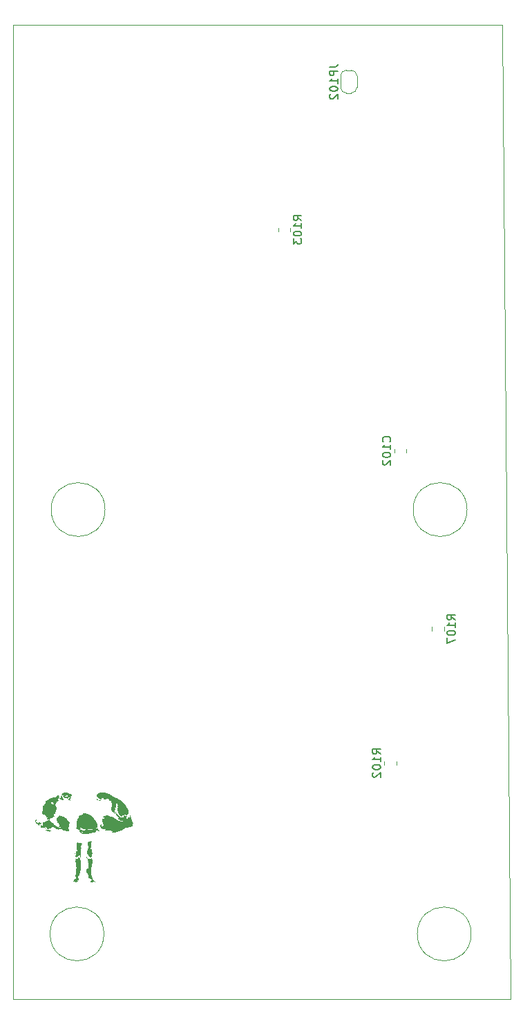
<source format=gbr>
%TF.GenerationSoftware,KiCad,Pcbnew,(6.0.11)*%
%TF.CreationDate,2023-06-04T20:58:32-05:00*%
%TF.ProjectId,Payload-Hard,5061796c-6f61-4642-9d48-6172642e6b69,V1*%
%TF.SameCoordinates,Original*%
%TF.FileFunction,Legend,Bot*%
%TF.FilePolarity,Positive*%
%FSLAX46Y46*%
G04 Gerber Fmt 4.6, Leading zero omitted, Abs format (unit mm)*
G04 Created by KiCad (PCBNEW (6.0.11)) date 2023-06-04 20:58:32*
%MOMM*%
%LPD*%
G01*
G04 APERTURE LIST*
%TA.AperFunction,Profile*%
%ADD10C,0.100000*%
%TD*%
%ADD11C,0.150000*%
%ADD12C,0.120000*%
G04 APERTURE END LIST*
D10*
X159800000Y-94940000D02*
G75*
G03*
X159800000Y-94940000I-3300000J0D01*
G01*
X164140000Y-35560000D02*
X165100000Y-154940000D01*
X115440000Y-94940000D02*
G75*
G03*
X115440000Y-94940000I-3300000J0D01*
G01*
X165100000Y-154940000D02*
X104140000Y-154940000D01*
X116840001Y-114300000D02*
G75*
G03*
X116840001Y-114300000I-1J0D01*
G01*
X104140000Y-154940000D02*
X104140000Y-35560000D01*
X104140000Y-35560000D02*
X164140000Y-35560000D01*
X160300000Y-146940000D02*
G75*
G03*
X160300000Y-146940000I-3300000J0D01*
G01*
X115300000Y-146940000D02*
G75*
G03*
X115300000Y-146940000I-3300000J0D01*
G01*
D11*
%TO.C,R107*%
X158352380Y-108440952D02*
X157876190Y-108107619D01*
X158352380Y-107869523D02*
X157352380Y-107869523D01*
X157352380Y-108250476D01*
X157400000Y-108345714D01*
X157447619Y-108393333D01*
X157542857Y-108440952D01*
X157685714Y-108440952D01*
X157780952Y-108393333D01*
X157828571Y-108345714D01*
X157876190Y-108250476D01*
X157876190Y-107869523D01*
X158352380Y-109393333D02*
X158352380Y-108821904D01*
X158352380Y-109107619D02*
X157352380Y-109107619D01*
X157495238Y-109012380D01*
X157590476Y-108917142D01*
X157638095Y-108821904D01*
X157352380Y-110012380D02*
X157352380Y-110107619D01*
X157400000Y-110202857D01*
X157447619Y-110250476D01*
X157542857Y-110298095D01*
X157733333Y-110345714D01*
X157971428Y-110345714D01*
X158161904Y-110298095D01*
X158257142Y-110250476D01*
X158304761Y-110202857D01*
X158352380Y-110107619D01*
X158352380Y-110012380D01*
X158304761Y-109917142D01*
X158257142Y-109869523D01*
X158161904Y-109821904D01*
X157971428Y-109774285D01*
X157733333Y-109774285D01*
X157542857Y-109821904D01*
X157447619Y-109869523D01*
X157400000Y-109917142D01*
X157352380Y-110012380D01*
X157352380Y-110679047D02*
X157352380Y-111345714D01*
X158352380Y-110917142D01*
%TO.C,R103*%
X139516380Y-59507952D02*
X139040190Y-59174619D01*
X139516380Y-58936523D02*
X138516380Y-58936523D01*
X138516380Y-59317476D01*
X138564000Y-59412714D01*
X138611619Y-59460333D01*
X138706857Y-59507952D01*
X138849714Y-59507952D01*
X138944952Y-59460333D01*
X138992571Y-59412714D01*
X139040190Y-59317476D01*
X139040190Y-58936523D01*
X139516380Y-60460333D02*
X139516380Y-59888904D01*
X139516380Y-60174619D02*
X138516380Y-60174619D01*
X138659238Y-60079380D01*
X138754476Y-59984142D01*
X138802095Y-59888904D01*
X138516380Y-61079380D02*
X138516380Y-61174619D01*
X138564000Y-61269857D01*
X138611619Y-61317476D01*
X138706857Y-61365095D01*
X138897333Y-61412714D01*
X139135428Y-61412714D01*
X139325904Y-61365095D01*
X139421142Y-61317476D01*
X139468761Y-61269857D01*
X139516380Y-61174619D01*
X139516380Y-61079380D01*
X139468761Y-60984142D01*
X139421142Y-60936523D01*
X139325904Y-60888904D01*
X139135428Y-60841285D01*
X138897333Y-60841285D01*
X138706857Y-60888904D01*
X138611619Y-60936523D01*
X138564000Y-60984142D01*
X138516380Y-61079380D01*
X138516380Y-61746047D02*
X138516380Y-62365095D01*
X138897333Y-62031761D01*
X138897333Y-62174619D01*
X138944952Y-62269857D01*
X138992571Y-62317476D01*
X139087809Y-62365095D01*
X139325904Y-62365095D01*
X139421142Y-62317476D01*
X139468761Y-62269857D01*
X139516380Y-62174619D01*
X139516380Y-61888904D01*
X139468761Y-61793666D01*
X139421142Y-61746047D01*
%TO.C,JP102*%
X142952380Y-40714285D02*
X143666666Y-40714285D01*
X143809523Y-40666666D01*
X143904761Y-40571428D01*
X143952380Y-40428571D01*
X143952380Y-40333333D01*
X143952380Y-41190476D02*
X142952380Y-41190476D01*
X142952380Y-41571428D01*
X143000000Y-41666666D01*
X143047619Y-41714285D01*
X143142857Y-41761904D01*
X143285714Y-41761904D01*
X143380952Y-41714285D01*
X143428571Y-41666666D01*
X143476190Y-41571428D01*
X143476190Y-41190476D01*
X143952380Y-42714285D02*
X143952380Y-42142857D01*
X143952380Y-42428571D02*
X142952380Y-42428571D01*
X143095238Y-42333333D01*
X143190476Y-42238095D01*
X143238095Y-42142857D01*
X142952380Y-43333333D02*
X142952380Y-43428571D01*
X143000000Y-43523809D01*
X143047619Y-43571428D01*
X143142857Y-43619047D01*
X143333333Y-43666666D01*
X143571428Y-43666666D01*
X143761904Y-43619047D01*
X143857142Y-43571428D01*
X143904761Y-43523809D01*
X143952380Y-43428571D01*
X143952380Y-43333333D01*
X143904761Y-43238095D01*
X143857142Y-43190476D01*
X143761904Y-43142857D01*
X143571428Y-43095238D01*
X143333333Y-43095238D01*
X143142857Y-43142857D01*
X143047619Y-43190476D01*
X143000000Y-43238095D01*
X142952380Y-43333333D01*
X143047619Y-44047619D02*
X143000000Y-44095238D01*
X142952380Y-44190476D01*
X142952380Y-44428571D01*
X143000000Y-44523809D01*
X143047619Y-44571428D01*
X143142857Y-44619047D01*
X143238095Y-44619047D01*
X143380952Y-44571428D01*
X143952380Y-44000000D01*
X143952380Y-44619047D01*
%TO.C,C102*%
X150345142Y-86614452D02*
X150392761Y-86566833D01*
X150440380Y-86423976D01*
X150440380Y-86328738D01*
X150392761Y-86185880D01*
X150297523Y-86090642D01*
X150202285Y-86043023D01*
X150011809Y-85995404D01*
X149868952Y-85995404D01*
X149678476Y-86043023D01*
X149583238Y-86090642D01*
X149488000Y-86185880D01*
X149440380Y-86328738D01*
X149440380Y-86423976D01*
X149488000Y-86566833D01*
X149535619Y-86614452D01*
X150440380Y-87566833D02*
X150440380Y-86995404D01*
X150440380Y-87281119D02*
X149440380Y-87281119D01*
X149583238Y-87185880D01*
X149678476Y-87090642D01*
X149726095Y-86995404D01*
X149440380Y-88185880D02*
X149440380Y-88281119D01*
X149488000Y-88376357D01*
X149535619Y-88423976D01*
X149630857Y-88471595D01*
X149821333Y-88519214D01*
X150059428Y-88519214D01*
X150249904Y-88471595D01*
X150345142Y-88423976D01*
X150392761Y-88376357D01*
X150440380Y-88281119D01*
X150440380Y-88185880D01*
X150392761Y-88090642D01*
X150345142Y-88043023D01*
X150249904Y-87995404D01*
X150059428Y-87947785D01*
X149821333Y-87947785D01*
X149630857Y-87995404D01*
X149535619Y-88043023D01*
X149488000Y-88090642D01*
X149440380Y-88185880D01*
X149535619Y-88900166D02*
X149488000Y-88947785D01*
X149440380Y-89043023D01*
X149440380Y-89281119D01*
X149488000Y-89376357D01*
X149535619Y-89423976D01*
X149630857Y-89471595D01*
X149726095Y-89471595D01*
X149868952Y-89423976D01*
X150440380Y-88852547D01*
X150440380Y-89471595D01*
%TO.C,R102*%
X149202380Y-124880952D02*
X148726190Y-124547619D01*
X149202380Y-124309523D02*
X148202380Y-124309523D01*
X148202380Y-124690476D01*
X148250000Y-124785714D01*
X148297619Y-124833333D01*
X148392857Y-124880952D01*
X148535714Y-124880952D01*
X148630952Y-124833333D01*
X148678571Y-124785714D01*
X148726190Y-124690476D01*
X148726190Y-124309523D01*
X149202380Y-125833333D02*
X149202380Y-125261904D01*
X149202380Y-125547619D02*
X148202380Y-125547619D01*
X148345238Y-125452380D01*
X148440476Y-125357142D01*
X148488095Y-125261904D01*
X148202380Y-126452380D02*
X148202380Y-126547619D01*
X148250000Y-126642857D01*
X148297619Y-126690476D01*
X148392857Y-126738095D01*
X148583333Y-126785714D01*
X148821428Y-126785714D01*
X149011904Y-126738095D01*
X149107142Y-126690476D01*
X149154761Y-126642857D01*
X149202380Y-126547619D01*
X149202380Y-126452380D01*
X149154761Y-126357142D01*
X149107142Y-126309523D01*
X149011904Y-126261904D01*
X148821428Y-126214285D01*
X148583333Y-126214285D01*
X148392857Y-126261904D01*
X148297619Y-126309523D01*
X148250000Y-126357142D01*
X148202380Y-126452380D01*
X148297619Y-127166666D02*
X148250000Y-127214285D01*
X148202380Y-127309523D01*
X148202380Y-127547619D01*
X148250000Y-127642857D01*
X148297619Y-127690476D01*
X148392857Y-127738095D01*
X148488095Y-127738095D01*
X148630952Y-127690476D01*
X149202380Y-127119047D01*
X149202380Y-127738095D01*
%TO.C,G\u002A\u002A\u002A*%
G36*
X117693599Y-132619063D02*
G01*
X117701217Y-132616251D01*
X117739432Y-132601823D01*
X117749997Y-132598088D01*
X117796477Y-132598088D01*
X117806100Y-132607413D01*
X117808673Y-132609096D01*
X117828885Y-132620825D01*
X117835115Y-132617336D01*
X117835537Y-132609096D01*
X117824462Y-132597807D01*
X117812031Y-132595870D01*
X117796477Y-132598088D01*
X117749997Y-132598088D01*
X117770376Y-132590884D01*
X117772852Y-132590080D01*
X117791512Y-132576946D01*
X117786937Y-132560305D01*
X117761578Y-132544507D01*
X117743957Y-132538811D01*
X117710718Y-132526500D01*
X117708501Y-132521788D01*
X117862401Y-132521788D01*
X117869117Y-132528504D01*
X117875833Y-132521788D01*
X117869117Y-132515072D01*
X117862401Y-132521788D01*
X117708501Y-132521788D01*
X117704134Y-132512504D01*
X117704864Y-132511860D01*
X117747339Y-132511860D01*
X117760542Y-132514011D01*
X117777963Y-132511542D01*
X117778171Y-132506956D01*
X117760194Y-132503750D01*
X117752426Y-132505896D01*
X117747339Y-132511860D01*
X117704864Y-132511860D01*
X117723998Y-132494970D01*
X117735372Y-132488680D01*
X117795241Y-132488680D01*
X117804249Y-132495640D01*
X117818890Y-132489928D01*
X117849269Y-132482975D01*
X117881087Y-132484641D01*
X117908061Y-132486847D01*
X117914502Y-132477624D01*
X117913415Y-132473318D01*
X117896124Y-132459803D01*
X117860272Y-132453311D01*
X117856876Y-132453181D01*
X117826742Y-132454485D01*
X117821212Y-132460502D01*
X117824406Y-132463049D01*
X117833307Y-132472160D01*
X117818747Y-132474570D01*
X117798811Y-132481305D01*
X117795241Y-132488680D01*
X117735372Y-132488680D01*
X117738155Y-132487141D01*
X117766330Y-132471249D01*
X117781809Y-132460018D01*
X117813805Y-132439029D01*
X117858849Y-132429648D01*
X117885907Y-132430896D01*
X117919742Y-132441109D01*
X117931942Y-132461045D01*
X117931152Y-132478133D01*
X117941834Y-132484772D01*
X117971216Y-132488216D01*
X118011361Y-132488745D01*
X118054333Y-132486639D01*
X118092192Y-132482175D01*
X118117001Y-132475635D01*
X118122146Y-132471417D01*
X118128310Y-132462301D01*
X118129982Y-132470762D01*
X118126153Y-132504439D01*
X118113357Y-132554492D01*
X118094137Y-132613024D01*
X118071034Y-132672138D01*
X118051569Y-132714335D01*
X118009767Y-132797145D01*
X118040183Y-132798735D01*
X118070276Y-132798692D01*
X118084030Y-132797103D01*
X118117580Y-132792058D01*
X118154157Y-132790661D01*
X118184180Y-132792759D01*
X118198070Y-132798199D01*
X118198202Y-132798924D01*
X118187869Y-132810185D01*
X118184298Y-132810577D01*
X118177874Y-132819923D01*
X118185332Y-132838490D01*
X118194207Y-132868511D01*
X118192675Y-132886200D01*
X118192331Y-132899182D01*
X118198626Y-132897623D01*
X118205879Y-132880289D01*
X118208372Y-132846329D01*
X118207647Y-132829039D01*
X118207148Y-132791399D01*
X118207304Y-132790429D01*
X118265363Y-132790429D01*
X118272079Y-132797145D01*
X118278795Y-132790429D01*
X118272079Y-132783713D01*
X118265363Y-132790429D01*
X118207304Y-132790429D01*
X118211159Y-132766472D01*
X118214093Y-132762045D01*
X118221422Y-132745334D01*
X118224998Y-132713268D01*
X118225067Y-132707924D01*
X118230307Y-132675116D01*
X118242243Y-132665712D01*
X118255194Y-132679270D01*
X118263038Y-132710872D01*
X118270698Y-132743883D01*
X118281338Y-132763564D01*
X118289684Y-132766212D01*
X118286115Y-132746774D01*
X118284909Y-132736700D01*
X118359387Y-132736700D01*
X118366103Y-132743416D01*
X118372819Y-132736700D01*
X118366103Y-132729984D01*
X118359387Y-132736700D01*
X118284909Y-132736700D01*
X118283357Y-132723733D01*
X118288834Y-132716552D01*
X118301602Y-132705582D01*
X118318690Y-132678296D01*
X118323443Y-132668824D01*
X118342265Y-132640768D01*
X118359816Y-132630558D01*
X118370317Y-132638848D01*
X118368694Y-132663716D01*
X118371209Y-132693646D01*
X118380989Y-132712570D01*
X118394027Y-132727797D01*
X118394352Y-132721488D01*
X118391962Y-132714233D01*
X118395225Y-132687781D01*
X118412077Y-132663863D01*
X118432657Y-132634511D01*
X118439979Y-132609096D01*
X118444758Y-132587257D01*
X118451374Y-132582232D01*
X118463831Y-132570720D01*
X118468566Y-132562084D01*
X118574300Y-132562084D01*
X118581016Y-132568800D01*
X118587732Y-132562084D01*
X118581016Y-132555368D01*
X118574300Y-132562084D01*
X118468566Y-132562084D01*
X118479542Y-132542065D01*
X118490723Y-132515072D01*
X118520572Y-132515072D01*
X118525486Y-132526128D01*
X118529526Y-132524026D01*
X118529752Y-132521788D01*
X118547436Y-132521788D01*
X118554152Y-132528504D01*
X118560868Y-132521788D01*
X118554152Y-132515072D01*
X118547436Y-132521788D01*
X118529752Y-132521788D01*
X118531134Y-132508086D01*
X118529526Y-132506117D01*
X118521541Y-132507961D01*
X118520572Y-132515072D01*
X118490723Y-132515072D01*
X118494860Y-132505084D01*
X118500075Y-132488208D01*
X118560868Y-132488208D01*
X118565782Y-132499264D01*
X118569822Y-132497162D01*
X118571430Y-132481222D01*
X118569822Y-132479253D01*
X118561837Y-132481097D01*
X118560868Y-132488208D01*
X118500075Y-132488208D01*
X118506136Y-132468597D01*
X118509724Y-132441422D01*
X118509706Y-132441195D01*
X118509289Y-132422671D01*
X118515982Y-132428928D01*
X118521827Y-132438582D01*
X118536566Y-132454886D01*
X118554596Y-132447837D01*
X118557814Y-132445298D01*
X118572364Y-132435371D01*
X118569630Y-132444117D01*
X118569369Y-132444553D01*
X118567899Y-132459241D01*
X118573507Y-132461343D01*
X118584291Y-132472808D01*
X118587732Y-132494131D01*
X118591994Y-132522084D01*
X118599363Y-132534106D01*
X118605752Y-132551120D01*
X118604240Y-132576624D01*
X118604913Y-132607967D01*
X118614436Y-132622429D01*
X118627278Y-132642623D01*
X118631386Y-132668013D01*
X118634518Y-132693995D01*
X118640900Y-132703120D01*
X118651025Y-132713871D01*
X118652368Y-132719910D01*
X118663121Y-132780941D01*
X118679314Y-132828241D01*
X118690635Y-132858477D01*
X118695188Y-132876919D01*
X118701273Y-132893980D01*
X118716846Y-132925780D01*
X118729321Y-132948855D01*
X118752545Y-133002577D01*
X118760855Y-133050255D01*
X118760706Y-133054645D01*
X118762640Y-133089596D01*
X118770519Y-133127365D01*
X118781777Y-133159941D01*
X118793845Y-133179310D01*
X118801165Y-133180873D01*
X118809661Y-133186838D01*
X118812357Y-133199758D01*
X118819149Y-133226377D01*
X118834116Y-133264761D01*
X118842010Y-133281943D01*
X118860162Y-133321591D01*
X118868673Y-133344668D01*
X118866814Y-133348516D01*
X118856373Y-133334426D01*
X118846639Y-133324065D01*
X118843312Y-133337482D01*
X118843146Y-133345293D01*
X118847661Y-133366030D01*
X118856373Y-133368007D01*
X118866836Y-133363457D01*
X118868022Y-133371304D01*
X118859277Y-133396199D01*
X118848850Y-133421593D01*
X118833097Y-133468761D01*
X118822752Y-133516591D01*
X118822239Y-133520616D01*
X118812761Y-133589732D01*
X118801318Y-133640816D01*
X118785251Y-133682692D01*
X118761898Y-133724184D01*
X118759914Y-133727314D01*
X118735074Y-133762476D01*
X118713759Y-133786088D01*
X118703862Y-133792144D01*
X118678563Y-133796148D01*
X118661608Y-133799995D01*
X118634129Y-133804766D01*
X118590459Y-133810132D01*
X118551159Y-133813941D01*
X118503550Y-133820670D01*
X118467190Y-133830773D01*
X118452132Y-133839670D01*
X118426696Y-133855182D01*
X118408113Y-133858482D01*
X118389455Y-133860633D01*
X118395408Y-133868842D01*
X118399683Y-133871708D01*
X118402480Y-133879128D01*
X118381706Y-133883430D01*
X118335792Y-133884930D01*
X118334296Y-133884935D01*
X118284534Y-133886556D01*
X118251122Y-133893323D01*
X118223610Y-133908530D01*
X118201162Y-133926933D01*
X118171966Y-133951634D01*
X118155121Y-133960160D01*
X118142857Y-133954137D01*
X118132229Y-133941351D01*
X118103286Y-133921468D01*
X118061620Y-133910140D01*
X118020394Y-133909811D01*
X117999886Y-133916765D01*
X117985280Y-133919806D01*
X117983290Y-133915656D01*
X117971957Y-133905612D01*
X117955866Y-133902223D01*
X117933502Y-133909189D01*
X117911782Y-133936411D01*
X117900021Y-133958656D01*
X117877709Y-133997115D01*
X117851757Y-134019141D01*
X117811062Y-134034104D01*
X117810404Y-134034288D01*
X117723433Y-134067433D01*
X117649992Y-134112903D01*
X117599958Y-134162371D01*
X117566277Y-134196899D01*
X117526537Y-134224055D01*
X117488293Y-134239857D01*
X117459098Y-134240323D01*
X117455491Y-134238537D01*
X117427275Y-134227194D01*
X117419144Y-134225528D01*
X117409657Y-134227590D01*
X117423424Y-134240722D01*
X117424564Y-134241570D01*
X117441437Y-134256668D01*
X117436507Y-134265350D01*
X117428565Y-134268774D01*
X117400217Y-134270328D01*
X117389565Y-134266247D01*
X117365221Y-134258830D01*
X117328018Y-134254621D01*
X117321387Y-134254399D01*
X117287237Y-134256457D01*
X117274242Y-134265980D01*
X117274040Y-134274086D01*
X117270700Y-134306324D01*
X117249737Y-134319508D01*
X117225241Y-134315293D01*
X117203952Y-134309979D01*
X117192486Y-134319386D01*
X117184503Y-134349246D01*
X117183814Y-134352745D01*
X117175639Y-134382037D01*
X117167806Y-134385869D01*
X117165687Y-134382053D01*
X117156492Y-134370526D01*
X117137766Y-134368759D01*
X117101979Y-134376268D01*
X117096775Y-134377614D01*
X117064165Y-134387829D01*
X117049971Y-134395632D01*
X117056973Y-134398791D01*
X117071891Y-134397608D01*
X117076287Y-134407251D01*
X117074221Y-134420822D01*
X117059738Y-134438628D01*
X117024432Y-134452140D01*
X116996171Y-134458160D01*
X116953259Y-134464666D01*
X116928238Y-134463698D01*
X116912912Y-134454212D01*
X116906925Y-134446788D01*
X116885808Y-134429138D01*
X116935590Y-134429138D01*
X116942306Y-134435854D01*
X116949022Y-134429138D01*
X116942306Y-134422422D01*
X116935590Y-134429138D01*
X116885808Y-134429138D01*
X116882091Y-134426031D01*
X116850628Y-134427203D01*
X116808703Y-134450576D01*
X116803835Y-134454110D01*
X116753346Y-134479283D01*
X116680596Y-134497831D01*
X116663547Y-134500656D01*
X116578403Y-134510755D01*
X116513277Y-134511274D01*
X116462976Y-134501916D01*
X116450410Y-134496298D01*
X116572925Y-134496298D01*
X116579641Y-134503014D01*
X116586357Y-134496298D01*
X116579641Y-134489582D01*
X116572925Y-134496298D01*
X116450410Y-134496298D01*
X116430073Y-134487206D01*
X116396931Y-134472939D01*
X116498158Y-134472939D01*
X116511361Y-134475090D01*
X116528783Y-134472620D01*
X116528991Y-134468035D01*
X116511014Y-134464829D01*
X116503246Y-134466975D01*
X116498158Y-134472939D01*
X116396931Y-134472939D01*
X116387995Y-134469092D01*
X116350768Y-134464259D01*
X116326447Y-134473531D01*
X116324297Y-134476369D01*
X116308062Y-134484031D01*
X116303137Y-134482157D01*
X116296390Y-134465995D01*
X116298142Y-134461790D01*
X116295802Y-134450156D01*
X116290852Y-134449286D01*
X116282261Y-134441030D01*
X116284474Y-134435308D01*
X116302582Y-134427354D01*
X116318846Y-134429497D01*
X116340490Y-134429594D01*
X116344786Y-134419969D01*
X116348383Y-134410925D01*
X116358012Y-134422422D01*
X116368447Y-134435793D01*
X116370826Y-134425794D01*
X116370811Y-134422422D01*
X116362830Y-134395818D01*
X116344938Y-134369692D01*
X116334253Y-134361978D01*
X116358012Y-134361978D01*
X116364728Y-134368694D01*
X116371444Y-134361978D01*
X116364728Y-134355262D01*
X116358012Y-134361978D01*
X116334253Y-134361978D01*
X116325449Y-134355622D01*
X116322578Y-134355262D01*
X116305296Y-134346063D01*
X116294004Y-134335114D01*
X117137071Y-134335114D01*
X117143787Y-134341830D01*
X117150503Y-134335114D01*
X117143787Y-134328398D01*
X117137071Y-134335114D01*
X116294004Y-134335114D01*
X116288108Y-134329397D01*
X116284532Y-134327140D01*
X116344580Y-134327140D01*
X116355277Y-134334050D01*
X116371444Y-134332290D01*
X116393144Y-134324492D01*
X116398308Y-134320115D01*
X116387005Y-134315924D01*
X116371444Y-134314966D01*
X116349610Y-134320069D01*
X116344580Y-134327140D01*
X116284532Y-134327140D01*
X116257770Y-134310249D01*
X116235845Y-134311408D01*
X116214297Y-134313508D01*
X116212668Y-134301268D01*
X116213231Y-134299732D01*
X116211982Y-134294818D01*
X117163935Y-134294818D01*
X117170651Y-134301534D01*
X117177367Y-134294818D01*
X117170651Y-134288102D01*
X117163935Y-134294818D01*
X116211982Y-134294818D01*
X116207890Y-134278725D01*
X116181917Y-134257901D01*
X116155565Y-134244182D01*
X116144928Y-134244799D01*
X116143099Y-134256825D01*
X116137204Y-134270737D01*
X116115229Y-134272062D01*
X116101124Y-134269633D01*
X116057600Y-134263393D01*
X116022099Y-134261238D01*
X115990897Y-134250693D01*
X115982849Y-134238224D01*
X117233260Y-134238224D01*
X117236529Y-134245730D01*
X117250053Y-134260150D01*
X117257828Y-134257192D01*
X117257959Y-134255314D01*
X117248419Y-134243953D01*
X117242452Y-134239807D01*
X117233260Y-134238224D01*
X115982849Y-134238224D01*
X115974552Y-134225370D01*
X115977711Y-134194734D01*
X115984377Y-134184395D01*
X115990362Y-134173958D01*
X116257315Y-134173958D01*
X116259090Y-134189063D01*
X116276755Y-134199356D01*
X116302326Y-134198841D01*
X116333359Y-134190020D01*
X116350235Y-134183292D01*
X116351560Y-134174788D01*
X116335050Y-134166160D01*
X116309585Y-134160093D01*
X116284046Y-134159272D01*
X116276159Y-134160898D01*
X116257315Y-134173958D01*
X115990362Y-134173958D01*
X115991451Y-134172058D01*
X115977099Y-134175059D01*
X115958675Y-134176162D01*
X115955051Y-134170329D01*
X115943509Y-134160574D01*
X115919943Y-134157139D01*
X115889166Y-134150650D01*
X115873136Y-134138670D01*
X115868398Y-134133633D01*
X116008779Y-134133633D01*
X116015495Y-134140349D01*
X116371444Y-134140349D01*
X116381666Y-134153391D01*
X116384876Y-134153781D01*
X116394847Y-134145967D01*
X116586357Y-134145967D01*
X116597492Y-134165248D01*
X116609863Y-134171386D01*
X116631448Y-134177351D01*
X116636727Y-134179087D01*
X116640081Y-134170944D01*
X116640085Y-134170444D01*
X116630016Y-134156209D01*
X116629029Y-134155460D01*
X116653517Y-134155460D01*
X116662386Y-134176300D01*
X116673665Y-134180645D01*
X116691521Y-134189078D01*
X116693813Y-134196316D01*
X116699856Y-134204636D01*
X116703866Y-134201934D01*
X116702755Y-134187437D01*
X116694014Y-134178407D01*
X116720677Y-134178407D01*
X116731548Y-134188428D01*
X116740235Y-134189600D01*
X116753779Y-134183778D01*
X116752874Y-134178407D01*
X116747650Y-134175139D01*
X116788616Y-134175139D01*
X116791279Y-134177278D01*
X116795584Y-134191491D01*
X116793845Y-134195225D01*
X116793967Y-134205716D01*
X116816207Y-134201451D01*
X116834850Y-134194077D01*
X116848213Y-134186963D01*
X116874070Y-134186963D01*
X116875146Y-134194077D01*
X116886635Y-134206877D01*
X116888578Y-134207509D01*
X116899257Y-134198141D01*
X116902010Y-134194077D01*
X116922158Y-134194077D01*
X116927073Y-134205134D01*
X116931113Y-134203032D01*
X116932540Y-134188874D01*
X116953639Y-134188874D01*
X116955738Y-134194077D01*
X116967808Y-134206891D01*
X116969963Y-134207509D01*
X116975732Y-134197117D01*
X116975872Y-134194362D01*
X117037922Y-134194362D01*
X117038021Y-134196812D01*
X117053753Y-134203891D01*
X117082381Y-134207094D01*
X117112728Y-134206353D01*
X117133615Y-134201596D01*
X117137028Y-134197435D01*
X117125084Y-134190937D01*
X117095364Y-134187098D01*
X117084198Y-134186738D01*
X117052727Y-134188701D01*
X117037922Y-134194362D01*
X116975872Y-134194362D01*
X116975886Y-134194077D01*
X116965560Y-134181162D01*
X116961661Y-134180645D01*
X116953639Y-134188874D01*
X116932540Y-134188874D01*
X116932720Y-134187091D01*
X116931113Y-134185123D01*
X116923127Y-134186967D01*
X116922158Y-134194077D01*
X116902010Y-134194077D01*
X116898820Y-134182698D01*
X116888578Y-134180645D01*
X116874070Y-134186963D01*
X116848213Y-134186963D01*
X116851542Y-134185191D01*
X116843696Y-134181840D01*
X116839306Y-134181589D01*
X116808329Y-134178066D01*
X116799010Y-134176131D01*
X116788616Y-134175139D01*
X116747650Y-134175139D01*
X116735158Y-134167324D01*
X116733317Y-134167213D01*
X116720920Y-134176225D01*
X116720677Y-134178407D01*
X116694014Y-134178407D01*
X116690434Y-134174708D01*
X116669703Y-134155633D01*
X116672365Y-134147157D01*
X116693813Y-134149889D01*
X116715209Y-134150196D01*
X116720677Y-134143595D01*
X116709182Y-134133582D01*
X116687097Y-134130275D01*
X116660409Y-134136908D01*
X116653517Y-134155460D01*
X116629029Y-134155460D01*
X116613221Y-134143466D01*
X116592870Y-134133568D01*
X116586542Y-134141293D01*
X116586357Y-134145967D01*
X116394847Y-134145967D01*
X116397918Y-134143560D01*
X116398308Y-134140349D01*
X116388087Y-134127308D01*
X116384876Y-134126917D01*
X116371834Y-134137139D01*
X116371444Y-134140349D01*
X116015495Y-134140349D01*
X116022211Y-134133633D01*
X116015495Y-134126917D01*
X116008779Y-134133633D01*
X115868398Y-134133633D01*
X115863705Y-134128644D01*
X115861232Y-134143286D01*
X115854087Y-134159610D01*
X115837520Y-134157561D01*
X115821831Y-134153531D01*
X115826453Y-134163850D01*
X115832317Y-134171256D01*
X115843561Y-134189901D01*
X115834242Y-134199922D01*
X115829807Y-134201746D01*
X115815528Y-134218743D01*
X115817377Y-134232127D01*
X115821049Y-134246924D01*
X115810556Y-134241997D01*
X115802984Y-134235993D01*
X115786163Y-134226478D01*
X115763742Y-134225202D01*
X115727829Y-134232428D01*
X115702206Y-134239351D01*
X115652405Y-134251440D01*
X115606784Y-134259389D01*
X115584117Y-134261238D01*
X115550308Y-134265917D01*
X115529165Y-134276102D01*
X115517825Y-134281772D01*
X115516405Y-134266352D01*
X115510458Y-134245755D01*
X115501229Y-134241414D01*
X115479379Y-134230952D01*
X115472863Y-134223152D01*
X115470449Y-134220942D01*
X115538657Y-134220942D01*
X115543572Y-134231998D01*
X115547612Y-134229896D01*
X115549220Y-134213956D01*
X115547612Y-134211987D01*
X115539627Y-134213831D01*
X115538657Y-134220942D01*
X115470449Y-134220942D01*
X115456734Y-134208388D01*
X115450183Y-134207370D01*
X115435562Y-134199482D01*
X115434284Y-134196612D01*
X115440229Y-134187361D01*
X115767002Y-134187361D01*
X115773718Y-134194077D01*
X115780434Y-134187361D01*
X115773718Y-134180645D01*
X115767002Y-134187361D01*
X115440229Y-134187361D01*
X115442437Y-134183926D01*
X115461460Y-134173929D01*
X115740138Y-134173929D01*
X115746854Y-134180645D01*
X115753570Y-134173929D01*
X115746854Y-134167213D01*
X115740138Y-134173929D01*
X115461460Y-134173929D01*
X115468070Y-134170455D01*
X115470887Y-134169439D01*
X115498721Y-134162264D01*
X115511851Y-134163848D01*
X115511999Y-134164554D01*
X115517747Y-134163570D01*
X115524544Y-134154424D01*
X115525376Y-134133633D01*
X115834162Y-134133633D01*
X115840878Y-134140349D01*
X115847594Y-134133633D01*
X115840878Y-134126917D01*
X115834162Y-134133633D01*
X115525376Y-134133633D01*
X115525404Y-134132933D01*
X115506729Y-134113533D01*
X115475546Y-134102319D01*
X115463481Y-134101454D01*
X115431190Y-134098324D01*
X115399947Y-134092295D01*
X115361943Y-134091521D01*
X115323572Y-134111490D01*
X115323257Y-134111722D01*
X115289483Y-134134312D01*
X115273384Y-134138467D01*
X115273358Y-134124464D01*
X115274937Y-134120035D01*
X115275535Y-134106513D01*
X115258013Y-134106168D01*
X115247507Y-134108562D01*
X115223250Y-134111779D01*
X115221226Y-134102978D01*
X115221857Y-134101909D01*
X115221363Y-134081214D01*
X115211388Y-134066370D01*
X115209898Y-134065207D01*
X115972467Y-134065207D01*
X115981915Y-134073189D01*
X116003347Y-134085270D01*
X116006203Y-134080720D01*
X116002063Y-134073189D01*
X115982446Y-134060418D01*
X115977764Y-134059963D01*
X115972467Y-134065207D01*
X115209898Y-134065207D01*
X115194314Y-134053041D01*
X115216288Y-134053041D01*
X115223004Y-134059757D01*
X115229720Y-134053041D01*
X115223004Y-134046325D01*
X115216288Y-134053041D01*
X115194314Y-134053041D01*
X115188810Y-134048744D01*
X115178073Y-134050394D01*
X115180684Y-134066043D01*
X115179581Y-134088252D01*
X115173601Y-134094815D01*
X115164226Y-134091486D01*
X115164882Y-134063498D01*
X115165145Y-134061665D01*
X115166356Y-134032764D01*
X115160928Y-134019546D01*
X115160234Y-134019461D01*
X115150263Y-134030318D01*
X115149128Y-134038816D01*
X115141042Y-134061619D01*
X115135850Y-134066378D01*
X115128019Y-134064283D01*
X115129906Y-134055472D01*
X115126006Y-134035175D01*
X115116320Y-134028332D01*
X115098722Y-134009759D01*
X115095400Y-133994663D01*
X115085568Y-133965561D01*
X115072737Y-133950587D01*
X115056539Y-133939276D01*
X115055936Y-133947401D01*
X115058506Y-133954677D01*
X115057160Y-133978832D01*
X115041372Y-133997660D01*
X115020140Y-134001805D01*
X115015293Y-133999613D01*
X114996102Y-134000980D01*
X114975048Y-134017730D01*
X114961974Y-134041067D01*
X114961079Y-134048052D01*
X114957397Y-134057959D01*
X114944289Y-134047332D01*
X114934235Y-134031392D01*
X114944289Y-134023378D01*
X114960184Y-134009546D01*
X114953859Y-133995928D01*
X114939149Y-133992597D01*
X114913593Y-133983177D01*
X114895495Y-133968016D01*
X114866231Y-133941437D01*
X114846907Y-133928325D01*
X114830972Y-133917570D01*
X114835890Y-133910941D01*
X114862566Y-133904441D01*
X114905089Y-133895667D01*
X114887083Y-133879141D01*
X115028724Y-133879141D01*
X115034100Y-133895688D01*
X115051746Y-133910929D01*
X115074636Y-133923064D01*
X115078277Y-133918427D01*
X115068536Y-133898572D01*
X115052106Y-133877320D01*
X115041199Y-133871708D01*
X115028724Y-133879141D01*
X114887083Y-133879141D01*
X114859208Y-133853558D01*
X114831893Y-133826478D01*
X114815469Y-133806313D01*
X114813327Y-133801283D01*
X114822591Y-133791592D01*
X114841418Y-133793736D01*
X114856355Y-133805689D01*
X114857326Y-133807906D01*
X114864002Y-133807182D01*
X114873868Y-133785692D01*
X114878230Y-133771723D01*
X114886367Y-133737455D01*
X114888585Y-133715958D01*
X114887733Y-133713292D01*
X114873352Y-133712572D01*
X114859575Y-133729419D01*
X114853417Y-133754971D01*
X114851010Y-133773739D01*
X114842751Y-133767805D01*
X114841228Y-133765470D01*
X114833962Y-133739884D01*
X114835477Y-133730297D01*
X114829673Y-133714580D01*
X114814442Y-133706924D01*
X114797108Y-133700239D01*
X114794898Y-133687685D01*
X114806684Y-133660690D01*
X114808021Y-133658005D01*
X114824909Y-133632305D01*
X114839442Y-133623224D01*
X114841245Y-133623867D01*
X114852873Y-133622429D01*
X114853623Y-133618411D01*
X114843235Y-133601531D01*
X114836833Y-133597595D01*
X114834115Y-133594232D01*
X114849052Y-133596995D01*
X114869997Y-133597168D01*
X114884302Y-133580859D01*
X114894051Y-133555655D01*
X114908085Y-133523608D01*
X114923467Y-133513938D01*
X114932203Y-133515834D01*
X114958515Y-133524678D01*
X114967270Y-133526828D01*
X114990668Y-133538145D01*
X115005137Y-133556292D01*
X115004961Y-133567631D01*
X115008059Y-133583576D01*
X115015499Y-133590063D01*
X115030582Y-133607450D01*
X115036641Y-133628747D01*
X115031182Y-133642452D01*
X115027051Y-133643364D01*
X115015719Y-133653653D01*
X115020821Y-133683534D01*
X115040224Y-133727832D01*
X115054780Y-133760028D01*
X115055464Y-133774847D01*
X115046940Y-133777684D01*
X115030011Y-133785183D01*
X115028239Y-133790694D01*
X115037823Y-133798853D01*
X115045030Y-133797424D01*
X115066255Y-133800374D01*
X115096697Y-133815764D01*
X115102116Y-133819410D01*
X115122065Y-133835328D01*
X115123266Y-133840983D01*
X115118906Y-133839967D01*
X115099507Y-133839288D01*
X115095400Y-133845266D01*
X115106088Y-133857983D01*
X115112190Y-133859220D01*
X115115487Y-133864011D01*
X115102116Y-133871708D01*
X115083836Y-133880609D01*
X115089969Y-133883658D01*
X115100402Y-133884196D01*
X115117293Y-133888609D01*
X115110412Y-133903379D01*
X115109836Y-133904078D01*
X115102824Y-133921561D01*
X115117248Y-133939010D01*
X115123812Y-133943814D01*
X115149481Y-133956916D01*
X115164749Y-133957664D01*
X115175242Y-133960816D01*
X115175992Y-133965733D01*
X115184281Y-133974246D01*
X115190228Y-133971952D01*
X115193414Y-133958049D01*
X115180154Y-133943298D01*
X115167811Y-133932153D01*
X115350609Y-133932153D01*
X115357325Y-133938869D01*
X115364041Y-133932153D01*
X115357325Y-133925436D01*
X115350609Y-133932153D01*
X115167811Y-133932153D01*
X115164232Y-133928921D01*
X115171322Y-133926998D01*
X115186066Y-133929898D01*
X115209329Y-133930442D01*
X115216288Y-133924179D01*
X115208650Y-133916482D01*
X115301358Y-133916482D01*
X115303202Y-133924467D01*
X115310312Y-133925436D01*
X115321369Y-133920522D01*
X115319267Y-133916482D01*
X115303326Y-133914874D01*
X115301358Y-133916482D01*
X115208650Y-133916482D01*
X115205446Y-133913253D01*
X115196933Y-133912004D01*
X115173922Y-133903602D01*
X115169954Y-133899217D01*
X115511793Y-133899217D01*
X115521496Y-133908970D01*
X115531511Y-133907312D01*
X115553647Y-133908297D01*
X115560146Y-133914174D01*
X115577632Y-133920876D01*
X115611102Y-133921669D01*
X115650568Y-133917510D01*
X115686041Y-133909354D01*
X115705203Y-133900305D01*
X115721208Y-133891856D01*
X118104178Y-133891856D01*
X118110894Y-133898572D01*
X118117610Y-133891856D01*
X118110894Y-133885140D01*
X118104178Y-133891856D01*
X115721208Y-133891856D01*
X115727012Y-133888792D01*
X115762112Y-133875163D01*
X115770360Y-133872417D01*
X115802270Y-133859977D01*
X115819657Y-133848992D01*
X115820730Y-133846699D01*
X115822140Y-133844844D01*
X118090746Y-133844844D01*
X118095661Y-133855900D01*
X118099701Y-133853799D01*
X118101308Y-133837858D01*
X118099701Y-133835890D01*
X118091715Y-133837733D01*
X118090746Y-133844844D01*
X115822140Y-133844844D01*
X115830750Y-133833518D01*
X115854106Y-133817568D01*
X115880740Y-133804309D01*
X115900595Y-133799203D01*
X115904690Y-133801108D01*
X115907486Y-133800888D01*
X115906259Y-133794474D01*
X115913959Y-133780187D01*
X115941765Y-133774591D01*
X115955620Y-133775164D01*
X115962474Y-133764503D01*
X115964841Y-133750140D01*
X115964457Y-133733547D01*
X115955061Y-133732935D01*
X115930691Y-133747212D01*
X115893621Y-133771680D01*
X115854714Y-133798839D01*
X115854310Y-133799132D01*
X115818502Y-133821588D01*
X115785846Y-133836815D01*
X115783792Y-133837474D01*
X115760336Y-133849544D01*
X115753570Y-133859974D01*
X115745418Y-133867419D01*
X115741066Y-133865566D01*
X115724115Y-133866270D01*
X115721484Y-133869292D01*
X115704604Y-133877271D01*
X115672103Y-133882220D01*
X115664926Y-133882605D01*
X115630970Y-133885350D01*
X115610692Y-133889734D01*
X115609251Y-133890661D01*
X115593566Y-133891127D01*
X115570856Y-133884615D01*
X115544845Y-133879234D01*
X115538657Y-133886266D01*
X115530409Y-133893978D01*
X115525225Y-133891856D01*
X115512884Y-133893725D01*
X115511793Y-133899217D01*
X115169954Y-133899217D01*
X115169070Y-133898240D01*
X115170750Y-133887982D01*
X115177390Y-133888166D01*
X115188826Y-133880118D01*
X115193015Y-133848181D01*
X115192956Y-133834770D01*
X115194370Y-133799914D01*
X115199416Y-133779713D01*
X115202121Y-133777684D01*
X115205524Y-133770968D01*
X115847594Y-133770968D01*
X115854310Y-133777684D01*
X115861026Y-133770968D01*
X115854310Y-133764252D01*
X115847594Y-133770968D01*
X115205524Y-133770968D01*
X115208069Y-133765946D01*
X115208947Y-133744104D01*
X115283448Y-133744104D01*
X115290164Y-133750820D01*
X115296880Y-133744104D01*
X115290164Y-133737388D01*
X115283448Y-133744104D01*
X115208947Y-133744104D01*
X115209230Y-133737068D01*
X115208824Y-133730771D01*
X115210063Y-133697013D01*
X115217997Y-133676158D01*
X115219486Y-133674967D01*
X115227415Y-133674607D01*
X115222926Y-133684942D01*
X115218704Y-133696238D01*
X115222881Y-133693942D01*
X115238608Y-133694976D01*
X115253153Y-133707375D01*
X115259273Y-133711516D01*
X115256208Y-133703808D01*
X115968483Y-133703808D01*
X115975199Y-133710524D01*
X115981915Y-133703808D01*
X115995347Y-133703808D01*
X116002063Y-133710524D01*
X116008779Y-133703808D01*
X116002063Y-133697092D01*
X115995347Y-133703808D01*
X115981915Y-133703808D01*
X115975199Y-133697092D01*
X115968483Y-133703808D01*
X115256208Y-133703808D01*
X115253038Y-133695836D01*
X115245119Y-133680741D01*
X115222784Y-133613497D01*
X115222452Y-133602193D01*
X116173257Y-133602193D01*
X116175094Y-133603067D01*
X116187352Y-133593611D01*
X116190112Y-133589635D01*
X116193534Y-133577078D01*
X116191697Y-133576203D01*
X116179439Y-133585659D01*
X116176679Y-133589635D01*
X116173257Y-133602193D01*
X115222452Y-133602193D01*
X115221602Y-133573285D01*
X115221588Y-133569487D01*
X116143099Y-133569487D01*
X116149815Y-133576203D01*
X116156531Y-133569487D01*
X116149815Y-133562771D01*
X116143099Y-133569487D01*
X115221588Y-133569487D01*
X115221503Y-133546632D01*
X116161857Y-133546632D01*
X116162593Y-133548280D01*
X116179796Y-133557273D01*
X116189521Y-133558294D01*
X116203893Y-133554766D01*
X116203155Y-133551189D01*
X116187151Y-133543207D01*
X116169142Y-133541383D01*
X116161857Y-133546632D01*
X115221503Y-133546632D01*
X115221449Y-133532077D01*
X115217045Y-133484470D01*
X115213498Y-133462031D01*
X115229720Y-133462031D01*
X115236436Y-133468747D01*
X115243152Y-133462031D01*
X115236436Y-133455315D01*
X115229720Y-133462031D01*
X115213498Y-133462031D01*
X115209683Y-133437894D01*
X115200657Y-133399781D01*
X115191256Y-133377562D01*
X115187073Y-133374723D01*
X115181931Y-133385106D01*
X115184397Y-133398229D01*
X115187064Y-133412250D01*
X115179833Y-133404959D01*
X115173040Y-133382427D01*
X115169407Y-133344001D01*
X115169232Y-133321009D01*
X115167386Y-133278805D01*
X115161746Y-133260280D01*
X117036163Y-133260280D01*
X117042901Y-133273795D01*
X117043942Y-133275061D01*
X117052624Y-133290705D01*
X117049762Y-133294130D01*
X117048807Y-133302476D01*
X117057711Y-133315764D01*
X117074377Y-133347065D01*
X117079723Y-133367695D01*
X117090354Y-133393680D01*
X117112692Y-133427233D01*
X117140271Y-133460485D01*
X117166626Y-133485570D01*
X117184083Y-133494668D01*
X117186495Y-133489570D01*
X117177367Y-133482179D01*
X117166327Y-133471427D01*
X117169979Y-133468953D01*
X117173355Y-133461498D01*
X117166621Y-133452628D01*
X117152518Y-133425772D01*
X117150503Y-133411860D01*
X117146005Y-133394871D01*
X118681756Y-133394871D01*
X118688472Y-133401587D01*
X118695188Y-133394871D01*
X118688472Y-133388155D01*
X118681756Y-133394871D01*
X117146005Y-133394871D01*
X117142546Y-133381809D01*
X117123435Y-133344804D01*
X117100308Y-133313567D01*
X117090369Y-133304694D01*
X117077236Y-133284237D01*
X117076627Y-133279111D01*
X117065425Y-133263999D01*
X117052371Y-133259551D01*
X117036163Y-133260280D01*
X115161746Y-133260280D01*
X115160553Y-133256363D01*
X115150274Y-133256212D01*
X115140553Y-133273982D01*
X115127602Y-133293131D01*
X115116915Y-133289335D01*
X115114061Y-133266307D01*
X115115372Y-133257192D01*
X115115911Y-133252960D01*
X117879127Y-133252960D01*
X117880964Y-133253834D01*
X117893222Y-133244378D01*
X117895981Y-133240402D01*
X117899404Y-133227845D01*
X117897567Y-133226970D01*
X117885309Y-133236426D01*
X117882549Y-133240402D01*
X117879127Y-133252960D01*
X115115911Y-133252960D01*
X115118037Y-133236284D01*
X115114791Y-133236460D01*
X115114509Y-133237044D01*
X115100668Y-133251715D01*
X115087373Y-133251580D01*
X115085566Y-133237007D01*
X115085906Y-133236080D01*
X115081426Y-133215944D01*
X115067195Y-133202386D01*
X115046972Y-133182971D01*
X115042099Y-133169770D01*
X115048520Y-133164978D01*
X115060890Y-133177312D01*
X115076733Y-133192369D01*
X115086225Y-133184131D01*
X115086267Y-133184028D01*
X115092328Y-133177778D01*
X115094339Y-133190032D01*
X115101602Y-133209994D01*
X115108832Y-133213538D01*
X115113048Y-133206822D01*
X118762348Y-133206822D01*
X118769064Y-133213538D01*
X118775780Y-133206822D01*
X118769064Y-133200106D01*
X118762348Y-133206822D01*
X115113048Y-133206822D01*
X115116425Y-133201443D01*
X115121295Y-133170456D01*
X115122264Y-133144941D01*
X115120867Y-133104514D01*
X115115504Y-133085697D01*
X115104417Y-133083323D01*
X115101607Y-133084270D01*
X115087818Y-133086735D01*
X115078570Y-133078375D01*
X115072283Y-133054645D01*
X115068252Y-133018773D01*
X115175992Y-133018773D01*
X115182708Y-133025489D01*
X115189424Y-133018773D01*
X115182708Y-133012057D01*
X115175992Y-133018773D01*
X115068252Y-133018773D01*
X115067379Y-133011006D01*
X115064816Y-132978477D01*
X115062596Y-132940522D01*
X115062614Y-132920194D01*
X115064687Y-132921391D01*
X115074800Y-132941310D01*
X115081515Y-132944897D01*
X115095252Y-132933949D01*
X115103999Y-132911018D01*
X115102278Y-132891431D01*
X115108879Y-132880276D01*
X115131717Y-132864595D01*
X115161853Y-132849241D01*
X115190351Y-132839070D01*
X115201679Y-132837441D01*
X115221616Y-132831761D01*
X115255658Y-132817304D01*
X115276514Y-132807219D01*
X115314011Y-132785383D01*
X115332072Y-132765014D01*
X115336808Y-132740058D01*
X115330669Y-132710483D01*
X115329470Y-132709836D01*
X116478901Y-132709836D01*
X116485617Y-132716552D01*
X116492333Y-132709836D01*
X116485617Y-132703120D01*
X116478901Y-132709836D01*
X115329470Y-132709836D01*
X115317028Y-132703120D01*
X115298978Y-132694938D01*
X115300386Y-132682972D01*
X115404337Y-132682972D01*
X115411053Y-132689688D01*
X115417769Y-132682972D01*
X115411053Y-132676256D01*
X115404337Y-132682972D01*
X115300386Y-132682972D01*
X115300982Y-132677911D01*
X115310312Y-132669540D01*
X116371444Y-132669540D01*
X116378160Y-132676256D01*
X116384876Y-132669540D01*
X116378160Y-132662824D01*
X116371444Y-132669540D01*
X115310312Y-132669540D01*
X115323024Y-132651003D01*
X115321420Y-132642676D01*
X116358012Y-132642676D01*
X116364728Y-132649392D01*
X116371444Y-132642676D01*
X116364728Y-132635960D01*
X116358012Y-132642676D01*
X115321420Y-132642676D01*
X115319166Y-132630977D01*
X115302691Y-132622528D01*
X115288038Y-132630153D01*
X115290164Y-132649392D01*
X115291449Y-132671024D01*
X115284354Y-132676256D01*
X115273866Y-132664692D01*
X115270016Y-132640109D01*
X115268877Y-132615483D01*
X115262100Y-132615200D01*
X115249835Y-132630035D01*
X115236465Y-132645063D01*
X115236024Y-132637909D01*
X115237319Y-132633961D01*
X115235897Y-132610037D01*
X115228561Y-132601663D01*
X115218546Y-132599065D01*
X115223004Y-132609096D01*
X115226509Y-132620462D01*
X115220043Y-132618132D01*
X115209333Y-132599408D01*
X115206214Y-132576796D01*
X115206980Y-132574825D01*
X115233771Y-132574825D01*
X115243001Y-132592147D01*
X115249868Y-132595664D01*
X115260468Y-132586163D01*
X115263161Y-132582232D01*
X115323745Y-132582232D01*
X115328659Y-132593288D01*
X115332699Y-132591187D01*
X115334280Y-132575516D01*
X115511793Y-132575516D01*
X115518509Y-132582232D01*
X115525225Y-132575516D01*
X115518509Y-132568800D01*
X115511793Y-132575516D01*
X115334280Y-132575516D01*
X115334307Y-132575246D01*
X115332699Y-132573277D01*
X115324714Y-132575121D01*
X115323745Y-132582232D01*
X115263161Y-132582232D01*
X115264583Y-132580156D01*
X115266166Y-132570965D01*
X115258660Y-132574233D01*
X115244906Y-132573853D01*
X115243152Y-132567354D01*
X115240696Y-132562084D01*
X115404337Y-132562084D01*
X115411053Y-132568800D01*
X115417769Y-132562084D01*
X115431201Y-132562084D01*
X115437917Y-132568800D01*
X115444633Y-132562084D01*
X115437917Y-132555368D01*
X115431201Y-132562084D01*
X115417769Y-132562084D01*
X115411053Y-132555368D01*
X115404337Y-132562084D01*
X115240696Y-132562084D01*
X115238376Y-132557104D01*
X115235091Y-132558951D01*
X115233771Y-132574825D01*
X115206980Y-132574825D01*
X115216312Y-132550802D01*
X115239849Y-132534397D01*
X115266689Y-132531717D01*
X115285327Y-132544515D01*
X115294315Y-132552953D01*
X115296675Y-132538578D01*
X115303190Y-132518638D01*
X115310312Y-132515072D01*
X115322229Y-132525951D01*
X115323745Y-132535220D01*
X115331417Y-132553088D01*
X115337969Y-132555368D01*
X115345387Y-132546880D01*
X115342585Y-132539820D01*
X115343072Y-132529890D01*
X115365298Y-132532436D01*
X115387604Y-132537288D01*
X115386881Y-132535220D01*
X115404337Y-132535220D01*
X115411053Y-132541936D01*
X115417769Y-132535220D01*
X115411053Y-132528504D01*
X115404337Y-132535220D01*
X115386881Y-132535220D01*
X115385735Y-132531943D01*
X115370757Y-132520234D01*
X115354242Y-132506604D01*
X115358637Y-132503672D01*
X115384189Y-132508556D01*
X115409043Y-132512475D01*
X115410279Y-132507791D01*
X115404506Y-132503321D01*
X115393781Y-132493134D01*
X115406780Y-132491158D01*
X115413650Y-132491590D01*
X115433504Y-132497773D01*
X115435333Y-132505821D01*
X115439354Y-132508128D01*
X115459252Y-132497303D01*
X115460841Y-132496270D01*
X115487013Y-132483590D01*
X115502791Y-132483683D01*
X115511405Y-132483226D01*
X115511793Y-132479910D01*
X115523771Y-132460022D01*
X115553971Y-132442163D01*
X115593787Y-132429819D01*
X115634617Y-132426475D01*
X115641955Y-132427168D01*
X115683139Y-132431680D01*
X115737845Y-132436564D01*
X115783220Y-132439985D01*
X115840633Y-132447311D01*
X115893892Y-132460058D01*
X115936800Y-132476085D01*
X115963160Y-132493252D01*
X115968483Y-132503963D01*
X115976959Y-132510215D01*
X115983192Y-132507566D01*
X116002769Y-132508721D01*
X116031511Y-132523455D01*
X116035948Y-132526605D01*
X116065357Y-132543241D01*
X116107749Y-132560927D01*
X116157820Y-132578241D01*
X116210265Y-132593763D01*
X116259779Y-132606069D01*
X116301058Y-132613739D01*
X116328798Y-132615351D01*
X116337694Y-132609482D01*
X116336700Y-132607213D01*
X116320813Y-132601716D01*
X116314712Y-132604236D01*
X116306473Y-132604830D01*
X116309355Y-132598326D01*
X116326436Y-132590079D01*
X116347747Y-132594987D01*
X116358012Y-132609344D01*
X116368847Y-132616691D01*
X116381518Y-132616368D01*
X116418661Y-132621220D01*
X116454659Y-132641312D01*
X116469494Y-132658069D01*
X116486870Y-132674349D01*
X116494205Y-132676256D01*
X116512329Y-132685448D01*
X116534857Y-132706478D01*
X116550164Y-132721529D01*
X116552353Y-132718416D01*
X116551480Y-132716552D01*
X116553211Y-132711973D01*
X116569419Y-132724190D01*
X116579153Y-132733342D01*
X116607458Y-132757141D01*
X116630188Y-132769699D01*
X116633764Y-132770280D01*
X116652677Y-132781114D01*
X116658701Y-132791280D01*
X116671299Y-132805648D01*
X116678708Y-132804895D01*
X116696481Y-132807158D01*
X116729340Y-132827499D01*
X116778313Y-132866638D01*
X116824476Y-132907176D01*
X116858012Y-132935179D01*
X116884957Y-132953759D01*
X116896174Y-132958329D01*
X116916986Y-132963391D01*
X116956307Y-132976941D01*
X117008110Y-132996525D01*
X117066369Y-133019686D01*
X117125059Y-133043972D01*
X117178153Y-133066926D01*
X117219624Y-133086095D01*
X117243448Y-133099023D01*
X117245585Y-133100661D01*
X117270263Y-133116224D01*
X117283190Y-133119514D01*
X117305329Y-133125447D01*
X117337943Y-133139974D01*
X117342577Y-133142391D01*
X117375949Y-133156786D01*
X117401180Y-133161971D01*
X117403350Y-133161721D01*
X117428900Y-133166303D01*
X117437287Y-133171578D01*
X117457303Y-133179664D01*
X117492207Y-133186642D01*
X117534840Y-133191959D01*
X117578043Y-133195061D01*
X117614660Y-133195393D01*
X117637530Y-133192401D01*
X117641203Y-133187370D01*
X117648167Y-133179420D01*
X117675145Y-133173294D01*
X117715305Y-133169764D01*
X117761818Y-133169601D01*
X117785753Y-133171059D01*
X117801420Y-133170904D01*
X117800979Y-133165319D01*
X117864206Y-133165319D01*
X117870162Y-133171271D01*
X117885907Y-133166300D01*
X117917341Y-133157709D01*
X117946352Y-133153590D01*
X117973070Y-133155518D01*
X117983290Y-133163614D01*
X117991434Y-133167212D01*
X118003438Y-133159810D01*
X118019682Y-133150432D01*
X118023586Y-133153094D01*
X118031841Y-133154328D01*
X118043586Y-133146501D01*
X118056643Y-133127198D01*
X118055685Y-133117117D01*
X118041293Y-133115345D01*
X118019975Y-133128713D01*
X118000519Y-133144846D01*
X117996412Y-133143016D01*
X118001006Y-133128890D01*
X118003317Y-133112465D01*
X117998001Y-133112007D01*
X117986553Y-133106474D01*
X117983533Y-133099366D01*
X118063882Y-133099366D01*
X118070598Y-133106082D01*
X118077314Y-133099366D01*
X118070598Y-133092650D01*
X118063882Y-133099366D01*
X117983533Y-133099366D01*
X117977697Y-133085628D01*
X117972717Y-133065786D01*
X118077314Y-133065786D01*
X118082229Y-133076842D01*
X118086269Y-133074740D01*
X118087876Y-133058800D01*
X118086269Y-133056831D01*
X118078283Y-133058675D01*
X118077314Y-133065786D01*
X117972717Y-133065786D01*
X117969239Y-133051928D01*
X117915820Y-133104816D01*
X117879406Y-133143208D01*
X117864206Y-133165319D01*
X117800979Y-133165319D01*
X117800714Y-133161972D01*
X117785753Y-133140580D01*
X117766751Y-133118900D01*
X117749939Y-133117240D01*
X117730540Y-133128101D01*
X117703061Y-133140589D01*
X117682445Y-133134007D01*
X117680170Y-133132200D01*
X117658109Y-133123229D01*
X117642186Y-133131772D01*
X117627680Y-133139354D01*
X117625368Y-133123700D01*
X117625396Y-133123343D01*
X117618342Y-133104443D01*
X117590116Y-133095831D01*
X117587044Y-133095512D01*
X117561846Y-133094720D01*
X117560482Y-133100422D01*
X117566896Y-133105380D01*
X117581364Y-133117216D01*
X117573950Y-133117509D01*
X117546769Y-133106792D01*
X117516340Y-133092650D01*
X117479947Y-133076451D01*
X117452915Y-133066886D01*
X117446657Y-133065786D01*
X117433070Y-133058293D01*
X117432576Y-133055632D01*
X117421635Y-133043711D01*
X117421077Y-133043399D01*
X117880311Y-133043399D01*
X117882155Y-133051384D01*
X117889265Y-133052353D01*
X117900322Y-133047439D01*
X117898220Y-133043399D01*
X117882279Y-133041791D01*
X117880311Y-133043399D01*
X117421077Y-133043399D01*
X117395205Y-133028941D01*
X117394152Y-133028471D01*
X117392926Y-133028134D01*
X117984407Y-133028134D01*
X117994395Y-133035170D01*
X118000080Y-133033333D01*
X118027613Y-133021849D01*
X118039134Y-133017540D01*
X118055214Y-133005341D01*
X118078464Y-133005341D01*
X118079202Y-133032205D01*
X118735484Y-133032205D01*
X118742200Y-133038921D01*
X118748916Y-133032205D01*
X118742200Y-133025489D01*
X118735484Y-133032205D01*
X118079202Y-133032205D01*
X118079541Y-133031415D01*
X118104384Y-133031415D01*
X118110597Y-133032120D01*
X118123228Y-133018004D01*
X118130241Y-133005341D01*
X118722052Y-133005341D01*
X118728768Y-133012057D01*
X118735484Y-133005341D01*
X118728768Y-132998625D01*
X118722052Y-133005341D01*
X118130241Y-133005341D01*
X118135540Y-132995774D01*
X118135930Y-132985603D01*
X118125297Y-132989311D01*
X118112368Y-133007142D01*
X118104642Y-133028206D01*
X118104384Y-133031415D01*
X118079541Y-133031415D01*
X118090746Y-133005341D01*
X118100686Y-132973961D01*
X118103028Y-132958329D01*
X118102411Y-132951613D01*
X118157906Y-132951613D01*
X118164622Y-132958329D01*
X118171338Y-132951613D01*
X118164622Y-132944897D01*
X118157906Y-132951613D01*
X118102411Y-132951613D01*
X118101800Y-132944959D01*
X118092966Y-132954927D01*
X118090746Y-132958329D01*
X118079916Y-132988826D01*
X118078464Y-133005341D01*
X118055214Y-133005341D01*
X118058943Y-133002512D01*
X118068779Y-132981158D01*
X118066078Y-132963373D01*
X118054471Y-132958329D01*
X118040434Y-132949840D01*
X118042306Y-132937059D01*
X118042711Y-132924749D01*
X118117610Y-132924749D01*
X118124326Y-132931465D01*
X118131042Y-132924749D01*
X118124326Y-132918033D01*
X118117610Y-132924749D01*
X118042711Y-132924749D01*
X118042824Y-132921319D01*
X118036020Y-132920604D01*
X118021685Y-132934798D01*
X118020988Y-132938517D01*
X118013447Y-132958904D01*
X118001847Y-132978108D01*
X117986967Y-133006759D01*
X117984407Y-133028134D01*
X117392926Y-133028134D01*
X117361275Y-133019436D01*
X117333591Y-133020523D01*
X117318726Y-133030289D01*
X117320556Y-133042404D01*
X117320657Y-133050115D01*
X117314349Y-133047283D01*
X117305655Y-133028810D01*
X117307841Y-133016140D01*
X117309476Y-133001329D01*
X117300692Y-133003835D01*
X117290623Y-133004347D01*
X117293130Y-132992607D01*
X117291690Y-132975660D01*
X117274265Y-132971761D01*
X117248417Y-132962393D01*
X117239259Y-132950543D01*
X117227270Y-132938181D01*
X117889265Y-132938181D01*
X117895981Y-132944897D01*
X117902697Y-132938181D01*
X117895981Y-132931465D01*
X117889265Y-132938181D01*
X117227270Y-132938181D01*
X117225518Y-132936374D01*
X117196469Y-132937020D01*
X117190426Y-132938263D01*
X117161537Y-132941581D01*
X117153036Y-132933093D01*
X117153477Y-132929577D01*
X117145164Y-132914359D01*
X117126175Y-132907236D01*
X117098625Y-132895638D01*
X117087368Y-132882285D01*
X117078475Y-132869474D01*
X117068247Y-132879969D01*
X117059308Y-132887895D01*
X117056501Y-132871021D01*
X117053132Y-132836278D01*
X117048414Y-132810577D01*
X117044897Y-132789108D01*
X117050749Y-132790863D01*
X117055721Y-132797145D01*
X117064939Y-132806081D01*
X117064820Y-132793196D01*
X117061625Y-132778276D01*
X117061399Y-132776997D01*
X117110207Y-132776997D01*
X117116923Y-132783713D01*
X117123639Y-132776997D01*
X117116923Y-132770280D01*
X117110207Y-132776997D01*
X117061399Y-132776997D01*
X117057135Y-132752850D01*
X117064383Y-132743563D01*
X117089822Y-132745346D01*
X117101240Y-132747165D01*
X117149958Y-132755071D01*
X117127070Y-132719022D01*
X117108876Y-132694166D01*
X117692262Y-132694166D01*
X117694106Y-132702151D01*
X117701217Y-132703120D01*
X117712273Y-132698206D01*
X117710171Y-132694166D01*
X117694231Y-132692558D01*
X117692262Y-132694166D01*
X117108876Y-132694166D01*
X117102531Y-132685497D01*
X117100219Y-132682972D01*
X117432576Y-132682972D01*
X117439292Y-132689688D01*
X117446008Y-132682972D01*
X117741513Y-132682972D01*
X117748229Y-132689688D01*
X117754945Y-132682972D01*
X117748229Y-132676256D01*
X117741513Y-132682972D01*
X117446008Y-132682972D01*
X117439292Y-132676256D01*
X117432576Y-132682972D01*
X117100219Y-132682972D01*
X117080331Y-132661249D01*
X117062587Y-132631068D01*
X117056273Y-132594088D01*
X117053713Y-132566557D01*
X117046856Y-132563548D01*
X117045125Y-132565897D01*
X117025185Y-132576483D01*
X117011828Y-132574563D01*
X116996913Y-132561314D01*
X116997790Y-132552526D01*
X117010702Y-132548991D01*
X117018884Y-132557292D01*
X117028033Y-132567948D01*
X117025870Y-132555368D01*
X117008727Y-132540326D01*
X116984551Y-132539086D01*
X116957697Y-132536573D01*
X116948829Y-132525569D01*
X116961910Y-132512144D01*
X116965812Y-132510379D01*
X116969225Y-132502232D01*
X116952380Y-132494261D01*
X116928870Y-132480333D01*
X116922158Y-132466914D01*
X116912748Y-132454826D01*
X116902585Y-132456265D01*
X116884749Y-132450265D01*
X116870106Y-132434479D01*
X116881862Y-132434479D01*
X116886776Y-132445535D01*
X116890817Y-132443434D01*
X116892424Y-132427493D01*
X116890817Y-132425525D01*
X116882831Y-132427368D01*
X116881862Y-132434479D01*
X116870106Y-132434479D01*
X116857852Y-132421269D01*
X116834223Y-132387467D01*
X116854998Y-132387467D01*
X116861714Y-132394183D01*
X116868430Y-132387467D01*
X116861714Y-132380751D01*
X116854998Y-132387467D01*
X116834223Y-132387467D01*
X116823336Y-132371893D01*
X116808216Y-132347171D01*
X116828134Y-132347171D01*
X116834850Y-132353887D01*
X116841566Y-132347171D01*
X116834850Y-132340455D01*
X116828134Y-132347171D01*
X116808216Y-132347171D01*
X116796524Y-132328055D01*
X116785395Y-132306875D01*
X116841566Y-132306875D01*
X116848282Y-132313591D01*
X116854998Y-132306875D01*
X116848282Y-132300159D01*
X116841566Y-132306875D01*
X116785395Y-132306875D01*
X116777827Y-132292472D01*
X116770323Y-132271190D01*
X116770712Y-132268503D01*
X116782397Y-132267451D01*
X116789517Y-132275219D01*
X116801615Y-132286183D01*
X116814496Y-132273295D01*
X116826022Y-132248873D01*
X116827722Y-132239715D01*
X116822180Y-132237312D01*
X116814702Y-132246431D01*
X116805132Y-132256232D01*
X116801552Y-132242558D01*
X116801270Y-132232999D01*
X116799064Y-132211421D01*
X116791646Y-132214098D01*
X116787838Y-132219567D01*
X116777917Y-132230467D01*
X116774732Y-132217247D01*
X116774611Y-132210930D01*
X116767540Y-132185040D01*
X116757615Y-132175679D01*
X116743755Y-132159251D01*
X116729326Y-132126420D01*
X116717467Y-132087387D01*
X116711316Y-132052356D01*
X116711512Y-132050547D01*
X116721738Y-132050547D01*
X116724207Y-132067968D01*
X116728793Y-132068176D01*
X116729853Y-132062232D01*
X116776571Y-132062232D01*
X116779839Y-132069739D01*
X116793364Y-132084159D01*
X116801139Y-132081201D01*
X116801270Y-132079323D01*
X116791729Y-132067962D01*
X116785762Y-132063815D01*
X116776571Y-132062232D01*
X116729853Y-132062232D01*
X116731999Y-132050199D01*
X116729853Y-132042431D01*
X116723889Y-132037344D01*
X116721738Y-132050547D01*
X116711512Y-132050547D01*
X116713495Y-132032273D01*
X116733347Y-132019348D01*
X116742411Y-132018086D01*
X116755332Y-132025364D01*
X116753181Y-132033260D01*
X116753285Y-132043548D01*
X116762325Y-132042261D01*
X116783179Y-132046389D01*
X116807952Y-132072620D01*
X116837821Y-132122438D01*
X116858320Y-132163516D01*
X116876954Y-132198524D01*
X116891398Y-132218062D01*
X116897836Y-132218656D01*
X116904348Y-132219880D01*
X116914615Y-132241706D01*
X116920104Y-132258304D01*
X116932141Y-132291078D01*
X116942957Y-132308494D01*
X116946319Y-132309393D01*
X116960092Y-132313844D01*
X116979265Y-132329348D01*
X116994091Y-132346744D01*
X116996045Y-132356126D01*
X117003737Y-132360226D01*
X117022382Y-132362438D01*
X117049701Y-132372434D01*
X117084949Y-132395855D01*
X117104043Y-132412242D01*
X117134633Y-132438068D01*
X117158048Y-132452394D01*
X117165979Y-132453364D01*
X117171618Y-132457106D01*
X117169060Y-132467362D01*
X117170676Y-132484949D01*
X117183439Y-132488208D01*
X117198426Y-132494376D01*
X117197515Y-132501640D01*
X117201194Y-132512600D01*
X117213882Y-132515072D01*
X117239670Y-132521263D01*
X117267644Y-132535879D01*
X117288588Y-132552978D01*
X117293445Y-132566361D01*
X117293645Y-132584801D01*
X117298992Y-132602380D01*
X117307394Y-132621169D01*
X117310180Y-132615190D01*
X117310743Y-132603171D01*
X117312514Y-132585027D01*
X117319812Y-132588674D01*
X117330725Y-132603133D01*
X117342165Y-132630312D01*
X117335796Y-132645996D01*
X117329032Y-132660475D01*
X117336114Y-132662824D01*
X117355960Y-132652982D01*
X117358700Y-132649392D01*
X117374628Y-132636531D01*
X117387443Y-132640738D01*
X117387422Y-132656108D01*
X117382959Y-132668713D01*
X117385737Y-132674373D01*
X117401318Y-132673564D01*
X117435264Y-132666763D01*
X117457058Y-132662080D01*
X117508262Y-132645536D01*
X117536226Y-132622177D01*
X117538382Y-132618426D01*
X117549294Y-132598132D01*
X117550006Y-132602364D01*
X117545467Y-132620579D01*
X117542135Y-132639871D01*
X117549670Y-132647565D01*
X117574273Y-132646475D01*
X117595766Y-132643385D01*
X117635998Y-132635085D01*
X117744806Y-132635085D01*
X117746643Y-132635960D01*
X117755349Y-132629244D01*
X117862401Y-132629244D01*
X117869117Y-132635960D01*
X117875833Y-132629244D01*
X117869117Y-132622528D01*
X117862401Y-132629244D01*
X117755349Y-132629244D01*
X117758901Y-132626504D01*
X117761661Y-132622528D01*
X117765084Y-132609970D01*
X117763246Y-132609096D01*
X117750989Y-132618552D01*
X117748229Y-132622528D01*
X117744806Y-132635085D01*
X117635998Y-132635085D01*
X117645581Y-132633108D01*
X117693599Y-132619063D01*
G37*
G36*
X108352512Y-132716552D02*
G01*
X108374339Y-132710927D01*
X108379376Y-132703120D01*
X108368126Y-132692207D01*
X108352512Y-132689688D01*
X108330506Y-132682657D01*
X108325221Y-132672898D01*
X108320169Y-132669540D01*
X108339080Y-132669540D01*
X108345796Y-132676256D01*
X108352512Y-132669540D01*
X108345796Y-132662824D01*
X108339080Y-132669540D01*
X108320169Y-132669540D01*
X108318656Y-132668534D01*
X108305493Y-132681607D01*
X108287523Y-132698582D01*
X108269971Y-132693456D01*
X108265624Y-132690037D01*
X108249707Y-132667301D01*
X108262965Y-132667301D01*
X108264809Y-132675287D01*
X108271920Y-132676256D01*
X108282976Y-132671342D01*
X108280875Y-132667301D01*
X108264934Y-132665694D01*
X108262965Y-132667301D01*
X108249707Y-132667301D01*
X108248225Y-132665184D01*
X108245056Y-132650736D01*
X108237663Y-132623415D01*
X108223635Y-132597923D01*
X108212677Y-132571485D01*
X108211813Y-132562084D01*
X108218192Y-132562084D01*
X108224908Y-132568800D01*
X108229240Y-132564468D01*
X109067176Y-132564468D01*
X109069319Y-132575649D01*
X109079285Y-132588932D01*
X109097773Y-132583288D01*
X109104402Y-132579305D01*
X109125820Y-132563641D01*
X109132599Y-132555495D01*
X109135730Y-132537906D01*
X109138065Y-132525562D01*
X109137760Y-132507553D01*
X109133679Y-132505414D01*
X109125160Y-132498319D01*
X109124855Y-132494924D01*
X109132247Y-132484442D01*
X109134929Y-132484849D01*
X109143248Y-132478046D01*
X109143860Y-132468059D01*
X109185299Y-132468059D01*
X109192015Y-132474775D01*
X109198731Y-132468059D01*
X109192015Y-132461343D01*
X109185299Y-132468059D01*
X109143860Y-132468059D01*
X109144485Y-132457872D01*
X109139174Y-132436719D01*
X109132499Y-132428337D01*
X109115248Y-132430021D01*
X109111558Y-132434260D01*
X109113327Y-132446753D01*
X109118991Y-132447911D01*
X109127678Y-132452939D01*
X109118262Y-132467912D01*
X109099862Y-132481523D01*
X109090932Y-132481280D01*
X109083743Y-132486103D01*
X109084013Y-132498218D01*
X109080422Y-132527685D01*
X109074615Y-132538407D01*
X109067176Y-132564468D01*
X108229240Y-132564468D01*
X108231624Y-132562084D01*
X108224908Y-132555368D01*
X108218192Y-132562084D01*
X108211813Y-132562084D01*
X108209946Y-132541765D01*
X108214582Y-132517359D01*
X108225722Y-132506867D01*
X108232556Y-132508932D01*
X108240369Y-132505384D01*
X108237422Y-132482617D01*
X108235915Y-132468059D01*
X108245056Y-132468059D01*
X108251772Y-132474775D01*
X108258488Y-132468059D01*
X108271920Y-132468059D01*
X108278636Y-132474775D01*
X108285352Y-132468059D01*
X108278636Y-132461343D01*
X108271920Y-132468059D01*
X108258488Y-132468059D01*
X108251772Y-132461343D01*
X108245056Y-132468059D01*
X108235915Y-132468059D01*
X108234733Y-132456644D01*
X108246862Y-132448099D01*
X108251109Y-132447911D01*
X108266492Y-132442283D01*
X108265983Y-132435740D01*
X108249187Y-132428959D01*
X108224726Y-132432924D01*
X108206864Y-132444252D01*
X108204760Y-132450271D01*
X108196324Y-132456584D01*
X108190412Y-132454061D01*
X108181469Y-132435687D01*
X108183085Y-132426899D01*
X108177975Y-132411941D01*
X108160229Y-132405528D01*
X108308870Y-132405528D01*
X108310927Y-132426033D01*
X108320184Y-132430002D01*
X108332213Y-132423694D01*
X108330981Y-132418809D01*
X108336222Y-132409914D01*
X108351272Y-132407615D01*
X108376340Y-132398537D01*
X108409174Y-132375487D01*
X108425717Y-132360379D01*
X108453411Y-132334007D01*
X108472226Y-132318569D01*
X108476673Y-132316725D01*
X108489091Y-132312467D01*
X108497640Y-132307668D01*
X109091275Y-132307668D01*
X109097787Y-132321571D01*
X109104707Y-132320307D01*
X109117627Y-132303135D01*
X109118139Y-132299366D01*
X109107894Y-132287089D01*
X109104707Y-132286727D01*
X109092919Y-132297660D01*
X109091275Y-132307668D01*
X108497640Y-132307668D01*
X108515754Y-132297499D01*
X108527267Y-132290311D01*
X108553327Y-132272033D01*
X108563838Y-132261275D01*
X108562422Y-132260089D01*
X108559540Y-132251783D01*
X108566345Y-132241016D01*
X108571244Y-132232407D01*
X109049598Y-132232407D01*
X109050162Y-132246057D01*
X109051587Y-132246431D01*
X109057864Y-132256412D01*
X109055326Y-132267909D01*
X109052212Y-132281825D01*
X109063598Y-132278769D01*
X109075636Y-132271556D01*
X109100564Y-132250777D01*
X109111161Y-132235554D01*
X109109664Y-132212851D01*
X109171867Y-132212851D01*
X109178583Y-132219567D01*
X109185299Y-132212851D01*
X109178583Y-132206135D01*
X109171867Y-132212851D01*
X109109664Y-132212851D01*
X109109563Y-132211326D01*
X109099434Y-132190686D01*
X109086058Y-132174374D01*
X109076058Y-132176845D01*
X109062430Y-132200691D01*
X109060170Y-132205209D01*
X109049598Y-132232407D01*
X108571244Y-132232407D01*
X108581344Y-132214657D01*
X108593519Y-132181957D01*
X108595471Y-132172554D01*
X109252459Y-132172554D01*
X109259176Y-132179270D01*
X109265892Y-132172554D01*
X109259176Y-132165838D01*
X109252459Y-132172554D01*
X108595471Y-132172554D01*
X108599275Y-132154230D01*
X108592886Y-132144842D01*
X108582880Y-132145242D01*
X108565709Y-132158384D01*
X108564424Y-132169711D01*
X108557221Y-132192204D01*
X108537929Y-132211839D01*
X108519439Y-132226936D01*
X108517897Y-132232999D01*
X108520333Y-132242817D01*
X108512925Y-132261305D01*
X108497168Y-132279953D01*
X108483480Y-132275315D01*
X108467823Y-132273469D01*
X108441894Y-132291680D01*
X108417564Y-132315829D01*
X108389080Y-132348560D01*
X108370243Y-132374965D01*
X108365739Y-132385769D01*
X108360086Y-132389601D01*
X108352512Y-132380751D01*
X108341875Y-132369159D01*
X108339286Y-132378186D01*
X108332380Y-132389849D01*
X108327175Y-132388411D01*
X108314684Y-132392862D01*
X108308870Y-132405528D01*
X108160229Y-132405528D01*
X108148153Y-132401164D01*
X108140347Y-132399642D01*
X108091797Y-132386660D01*
X108066643Y-132367747D01*
X108061569Y-132339799D01*
X108063746Y-132328020D01*
X108068739Y-132304443D01*
X108063901Y-132304906D01*
X108051604Y-132320307D01*
X108036466Y-132337821D01*
X108031185Y-132334001D01*
X108030570Y-132323665D01*
X108023439Y-132303725D01*
X108015806Y-132300159D01*
X108007580Y-132310616D01*
X108009995Y-132327023D01*
X108011280Y-132348655D01*
X108004184Y-132353887D01*
X107990407Y-132345215D01*
X107989847Y-132341906D01*
X107978030Y-132332140D01*
X107947229Y-132318581D01*
X107909255Y-132305784D01*
X107872705Y-132293443D01*
X107962983Y-132293443D01*
X107969699Y-132300159D01*
X107976415Y-132293443D01*
X107969699Y-132286727D01*
X107962983Y-132293443D01*
X107872705Y-132293443D01*
X107867386Y-132291647D01*
X107838247Y-132278759D01*
X107828663Y-132270753D01*
X107823486Y-132266579D01*
X108003279Y-132266579D01*
X108009995Y-132273295D01*
X108043575Y-132273295D01*
X108053797Y-132286336D01*
X108057007Y-132286727D01*
X108070049Y-132276505D01*
X108070439Y-132273295D01*
X108065176Y-132266579D01*
X108486833Y-132266579D01*
X108493549Y-132273295D01*
X108500265Y-132266579D01*
X108493549Y-132259863D01*
X108486833Y-132266579D01*
X108065176Y-132266579D01*
X108060218Y-132260253D01*
X108057007Y-132259863D01*
X108043966Y-132270084D01*
X108043575Y-132273295D01*
X108009995Y-132273295D01*
X108016711Y-132266579D01*
X108009995Y-132259863D01*
X108003279Y-132266579D01*
X107823486Y-132266579D01*
X107817461Y-132261722D01*
X107803365Y-132259863D01*
X107778991Y-132249050D01*
X107773341Y-132239715D01*
X108486833Y-132239715D01*
X108493549Y-132246431D01*
X108500265Y-132239715D01*
X108493549Y-132232999D01*
X108486833Y-132239715D01*
X107773341Y-132239715D01*
X107771309Y-132236357D01*
X107760938Y-132203282D01*
X107755043Y-132185986D01*
X107750154Y-132168895D01*
X107756904Y-132175008D01*
X107760030Y-132179270D01*
X107771996Y-132189833D01*
X107773636Y-132185986D01*
X108513697Y-132185986D01*
X108520413Y-132192702D01*
X108527129Y-132185986D01*
X108540561Y-132185986D01*
X108547277Y-132192702D01*
X108553993Y-132185986D01*
X108547277Y-132179270D01*
X108540561Y-132185986D01*
X108527129Y-132185986D01*
X108520413Y-132179270D01*
X108513697Y-132185986D01*
X107773636Y-132185986D01*
X107774729Y-132183421D01*
X107764965Y-132162154D01*
X107760132Y-132158275D01*
X107749939Y-132145810D01*
X107795260Y-132145810D01*
X107797821Y-132165494D01*
X107798188Y-132166915D01*
X107806154Y-132184920D01*
X107812380Y-132181107D01*
X107809413Y-132156776D01*
X107806286Y-132152406D01*
X107828663Y-132152406D01*
X107833245Y-132165489D01*
X107834586Y-132165838D01*
X107842769Y-132159122D01*
X108527129Y-132159122D01*
X108533845Y-132165838D01*
X108540561Y-132159122D01*
X108533845Y-132152406D01*
X108527129Y-132159122D01*
X107842769Y-132159122D01*
X107846054Y-132156426D01*
X107848811Y-132152406D01*
X107847746Y-132140029D01*
X107842887Y-132138974D01*
X107829209Y-132148725D01*
X107828663Y-132152406D01*
X107806286Y-132152406D01*
X107804061Y-132149296D01*
X107795260Y-132145810D01*
X107749939Y-132145810D01*
X107743490Y-132137923D01*
X107733962Y-132118826D01*
X107882391Y-132118826D01*
X107889107Y-132125542D01*
X107895823Y-132118826D01*
X107889107Y-132112110D01*
X107882391Y-132118826D01*
X107733962Y-132118826D01*
X107725339Y-132101544D01*
X107709962Y-132059349D01*
X107701640Y-132021543D01*
X107701338Y-132018086D01*
X107707095Y-131986133D01*
X107722626Y-131986133D01*
X107724624Y-131991877D01*
X107735602Y-131988536D01*
X107759555Y-131992093D01*
X107772654Y-132005994D01*
X107780634Y-132026456D01*
X107775048Y-132031518D01*
X107762267Y-132021027D01*
X107761502Y-132015847D01*
X107757606Y-132005190D01*
X107755319Y-132006360D01*
X107753454Y-132022605D01*
X107756967Y-132042491D01*
X107765110Y-132062360D01*
X107776118Y-132058263D01*
X107779941Y-132053856D01*
X107805938Y-132033029D01*
X107818589Y-132027100D01*
X107836732Y-132026972D01*
X107842079Y-132047740D01*
X107842095Y-132049849D01*
X107845230Y-132077455D01*
X107850124Y-132088798D01*
X107868805Y-132092635D01*
X107887822Y-132080025D01*
X107895398Y-132060303D01*
X107894409Y-132057589D01*
X107909255Y-132057589D01*
X107919005Y-132071267D01*
X107922687Y-132071814D01*
X107935770Y-132067231D01*
X107936119Y-132065891D01*
X107926707Y-132054423D01*
X107922687Y-132051666D01*
X107910309Y-132052731D01*
X107909255Y-132057589D01*
X107894409Y-132057589D01*
X107886580Y-132036094D01*
X107865900Y-132006002D01*
X107840973Y-131979214D01*
X107819411Y-131964915D01*
X107815875Y-131964358D01*
X107803557Y-131953421D01*
X107801798Y-131943225D01*
X107793820Y-131927289D01*
X107774443Y-131928948D01*
X107750501Y-131946068D01*
X107736243Y-131963690D01*
X107722626Y-131986133D01*
X107707095Y-131986133D01*
X107707725Y-131982635D01*
X107723553Y-131952472D01*
X107741339Y-131923308D01*
X107748070Y-131901540D01*
X107756630Y-131878675D01*
X107775537Y-131853161D01*
X107815861Y-131796318D01*
X107829823Y-131740932D01*
X107827261Y-131715865D01*
X107820994Y-131689947D01*
X107817689Y-131689039D01*
X107815232Y-131709149D01*
X107811511Y-131720134D01*
X107804986Y-131704511D01*
X107798318Y-131675569D01*
X107788294Y-131635659D01*
X107777843Y-131607801D01*
X107772788Y-131600743D01*
X107769724Y-131584681D01*
X107775714Y-131553063D01*
X107780884Y-131536704D01*
X107791487Y-131497809D01*
X107794418Y-131467303D01*
X107793133Y-131460419D01*
X107792256Y-131443193D01*
X107797003Y-131440434D01*
X107802952Y-131428140D01*
X107807328Y-131396045D01*
X107809142Y-131352978D01*
X107810703Y-131332259D01*
X109064411Y-131332259D01*
X109074161Y-131345937D01*
X109077843Y-131346484D01*
X109090926Y-131341901D01*
X109091275Y-131340560D01*
X109081863Y-131329092D01*
X109077843Y-131326335D01*
X109065465Y-131327400D01*
X109064411Y-131332259D01*
X107810703Y-131332259D01*
X107813926Y-131289478D01*
X107828285Y-131248277D01*
X107853859Y-131226008D01*
X107873654Y-131220558D01*
X107897772Y-131208923D01*
X107924729Y-131185951D01*
X107944799Y-131160977D01*
X107949551Y-131147723D01*
X107958703Y-131132400D01*
X107981909Y-131107035D01*
X107996563Y-131093107D01*
X108024479Y-131064440D01*
X108041325Y-131040845D01*
X108043575Y-131033736D01*
X108053844Y-131014300D01*
X108070439Y-131000368D01*
X108091630Y-130979006D01*
X108097303Y-130962597D01*
X108106226Y-130936265D01*
X108117452Y-130921455D01*
X108131019Y-130893883D01*
X108137428Y-130851046D01*
X108137444Y-130850228D01*
X108816899Y-130850228D01*
X108817748Y-130877719D01*
X108823151Y-130893182D01*
X108827823Y-130893303D01*
X108834771Y-130896085D01*
X108832054Y-130907739D01*
X108830737Y-130926343D01*
X108836488Y-130930090D01*
X108848264Y-130940870D01*
X108849498Y-130948801D01*
X108860637Y-130968434D01*
X108885320Y-130983194D01*
X108907583Y-130985618D01*
X108913182Y-130991234D01*
X108911507Y-130994719D01*
X108915807Y-131010217D01*
X108934648Y-131037122D01*
X108950804Y-131055527D01*
X108977459Y-131085386D01*
X108994258Y-131107280D01*
X108997251Y-131113544D01*
X109004457Y-131129119D01*
X109022298Y-131156617D01*
X109027489Y-131163883D01*
X109048768Y-131205739D01*
X109057260Y-131248600D01*
X109057256Y-131249101D01*
X109059768Y-131278817D01*
X109066520Y-131292631D01*
X109067314Y-131292755D01*
X109079508Y-131283035D01*
X109079575Y-131282681D01*
X109086103Y-131236277D01*
X109091147Y-131186159D01*
X109092781Y-131158435D01*
X109098872Y-131126016D01*
X109113192Y-131083315D01*
X109118349Y-131071127D01*
X109145003Y-131071127D01*
X109151719Y-131077843D01*
X109158435Y-131071127D01*
X109151719Y-131064411D01*
X109145003Y-131071127D01*
X109118349Y-131071127D01*
X109120962Y-131064950D01*
X109135117Y-131027463D01*
X109137755Y-131004562D01*
X109134617Y-131000504D01*
X109126727Y-130985868D01*
X109128397Y-130967642D01*
X109129870Y-130947935D01*
X109120160Y-130948989D01*
X109103989Y-130946891D01*
X109096916Y-130934299D01*
X109092750Y-130923374D01*
X109104707Y-130923374D01*
X109111423Y-130930090D01*
X109118139Y-130923374D01*
X109111423Y-130916658D01*
X109104707Y-130923374D01*
X109092750Y-130923374D01*
X109072644Y-130870649D01*
X109047779Y-130833559D01*
X109024332Y-130822634D01*
X109002387Y-130817111D01*
X108997251Y-130809352D01*
X108985867Y-130798997D01*
X108967028Y-130796102D01*
X108932910Y-130793879D01*
X108890981Y-130788438D01*
X108888023Y-130787951D01*
X108846855Y-130786379D01*
X108828569Y-130797033D01*
X108820530Y-130820176D01*
X108816899Y-130850228D01*
X108137444Y-130850228D01*
X108137600Y-130842490D01*
X108142354Y-130796773D01*
X108157351Y-130772784D01*
X108159814Y-130771241D01*
X108176872Y-130747341D01*
X108182029Y-130703897D01*
X108184121Y-130671442D01*
X108189374Y-130655329D01*
X108191872Y-130655070D01*
X108207268Y-130651354D01*
X108218244Y-130641239D01*
X108238397Y-130624110D01*
X108273696Y-130600118D01*
X108307074Y-130579956D01*
X108344993Y-130555998D01*
X108371172Y-130535131D01*
X108379376Y-130523457D01*
X108384557Y-130515883D01*
X108395312Y-130524259D01*
X108413367Y-130532743D01*
X108432250Y-130521346D01*
X108452172Y-130506981D01*
X109641989Y-130506981D01*
X109648705Y-130513697D01*
X109655421Y-130506981D01*
X109648705Y-130500265D01*
X109641989Y-130506981D01*
X108452172Y-130506981D01*
X108456266Y-130504029D01*
X108493399Y-130481458D01*
X108513697Y-130470222D01*
X108547439Y-130448836D01*
X108567642Y-130429430D01*
X108570450Y-130421095D01*
X108573754Y-130410056D01*
X108578559Y-130411536D01*
X108595491Y-130408927D01*
X108626683Y-130394513D01*
X108653235Y-130378955D01*
X108689858Y-130356916D01*
X108717510Y-130342434D01*
X108727265Y-130339080D01*
X108744556Y-130331486D01*
X108771519Y-130313026D01*
X108773810Y-130311241D01*
X108797357Y-130295100D01*
X108808950Y-130291823D01*
X108809202Y-130292738D01*
X108817398Y-130293665D01*
X108827786Y-130286650D01*
X108851191Y-130276607D01*
X108890705Y-130267809D01*
X108917841Y-130264223D01*
X108960767Y-130258296D01*
X108993031Y-130250728D01*
X109003355Y-130246109D01*
X109035754Y-130232939D01*
X109080457Y-130228329D01*
X109124104Y-130232901D01*
X109142865Y-130239581D01*
X109180204Y-130249729D01*
X109201288Y-130243687D01*
X109227168Y-130236273D01*
X109239305Y-130238511D01*
X109251462Y-130236728D01*
X109252459Y-130231624D01*
X109260654Y-130222893D01*
X109265983Y-130224964D01*
X109284528Y-130223211D01*
X109313881Y-130208494D01*
X109322640Y-130202609D01*
X109355609Y-130181901D01*
X109382220Y-130169791D01*
X109385983Y-130168929D01*
X109410715Y-130156239D01*
X109421473Y-130145065D01*
X109437016Y-130130883D01*
X109789741Y-130130883D01*
X109796457Y-130137599D01*
X109803173Y-130130883D01*
X109796457Y-130124167D01*
X109789741Y-130130883D01*
X109437016Y-130130883D01*
X109440766Y-130127461D01*
X109450626Y-130124167D01*
X109466862Y-130113398D01*
X109472556Y-130103168D01*
X109485777Y-130089220D01*
X109493945Y-130090407D01*
X109508234Y-130084944D01*
X109531195Y-130062230D01*
X109550354Y-130037530D01*
X109571935Y-130009995D01*
X109588261Y-130009995D01*
X109594977Y-130016711D01*
X109601693Y-130009995D01*
X109594977Y-130003279D01*
X109588261Y-130009995D01*
X109571935Y-130009995D01*
X109576763Y-130003835D01*
X109599256Y-129981638D01*
X109609365Y-129976415D01*
X109624970Y-129965249D01*
X109641119Y-129938169D01*
X109641989Y-129936119D01*
X109658265Y-129910379D01*
X109677239Y-129896222D01*
X109691855Y-129897178D01*
X109695717Y-129909255D01*
X109707212Y-129919352D01*
X109729297Y-129922687D01*
X109756464Y-129929811D01*
X109762877Y-129943256D01*
X109773481Y-129965817D01*
X109781702Y-129971050D01*
X109800607Y-129988995D01*
X109807313Y-130004227D01*
X109807930Y-130021824D01*
X109801921Y-130022653D01*
X109790450Y-130024491D01*
X109789741Y-130028558D01*
X109799452Y-130047767D01*
X109801610Y-130049325D01*
X109809209Y-130066730D01*
X109811207Y-130097334D01*
X109807749Y-130128094D01*
X109800547Y-130144703D01*
X109795285Y-130164163D01*
X109796263Y-130169135D01*
X109800953Y-130191433D01*
X109806981Y-130228286D01*
X109808865Y-130241303D01*
X109812219Y-130278023D01*
X109805921Y-130298788D01*
X109785644Y-130313975D01*
X109776546Y-130318810D01*
X109747373Y-130332874D01*
X109730114Y-130339308D01*
X109729438Y-130339352D01*
X109704125Y-130341717D01*
X109692047Y-130356317D01*
X109690592Y-130359926D01*
X109689653Y-130373791D01*
X109695871Y-130372565D01*
X109705680Y-130376043D01*
X109709161Y-130397264D01*
X109706877Y-130428008D01*
X109699392Y-130460054D01*
X109688239Y-130483844D01*
X109677418Y-130505437D01*
X109681523Y-130513697D01*
X109691921Y-130522676D01*
X109688340Y-130541777D01*
X109675569Y-130557145D01*
X109671308Y-130565991D01*
X109678260Y-130567219D01*
X109697997Y-130557270D01*
X109709496Y-130543919D01*
X109720257Y-130528578D01*
X109719737Y-130536013D01*
X109717634Y-130543051D01*
X109719289Y-130565357D01*
X109726694Y-130572250D01*
X109735074Y-130582440D01*
X109728317Y-130589908D01*
X109710763Y-130612060D01*
X109706438Y-130621371D01*
X109689896Y-130641556D01*
X109660559Y-130661588D01*
X109660405Y-130661667D01*
X109621203Y-130686765D01*
X109590751Y-130712076D01*
X109565322Y-130730486D01*
X109545729Y-130733860D01*
X109544815Y-130733379D01*
X109535622Y-130733770D01*
X109538544Y-130746554D01*
X109538262Y-130765485D01*
X109527395Y-130768906D01*
X109509955Y-130779667D01*
X109507668Y-130789054D01*
X109496807Y-130806521D01*
X109486083Y-130809202D01*
X109470786Y-130817556D01*
X109471876Y-130828429D01*
X109470296Y-130842514D01*
X109453165Y-130842633D01*
X109431818Y-130846048D01*
X109427076Y-130862908D01*
X109420729Y-130888300D01*
X109413644Y-130896510D01*
X109403247Y-130915025D01*
X109400212Y-130937599D01*
X109394943Y-130962450D01*
X109385135Y-130970386D01*
X109376933Y-130975664D01*
X109385019Y-130988412D01*
X109394137Y-131007403D01*
X109392390Y-131014027D01*
X109386499Y-131030583D01*
X109379437Y-131065070D01*
X109374939Y-131094292D01*
X109370825Y-131143428D01*
X109375364Y-131172732D01*
X109382644Y-131183380D01*
X109394682Y-131207330D01*
X109400178Y-131243340D01*
X109400212Y-131246273D01*
X109405185Y-131281659D01*
X109418793Y-131292755D01*
X109438157Y-131303807D01*
X109445083Y-131316261D01*
X109455887Y-131344384D01*
X109471749Y-131381023D01*
X109473088Y-131383951D01*
X109483023Y-131410266D01*
X109482519Y-131420816D01*
X109480379Y-131420097D01*
X109470959Y-131423810D01*
X109467755Y-131445025D01*
X109470164Y-131475260D01*
X109477587Y-131506031D01*
X109487947Y-131527025D01*
X109503282Y-131552776D01*
X109507463Y-131567322D01*
X109501777Y-131570390D01*
X109494236Y-131561396D01*
X109483453Y-131551070D01*
X109481010Y-131557246D01*
X109490606Y-131578687D01*
X109494273Y-131581567D01*
X109500574Y-131599215D01*
X109495953Y-131612582D01*
X109487910Y-131642443D01*
X109486147Y-131675569D01*
X109481528Y-131712688D01*
X109469406Y-131738871D01*
X109457489Y-131765754D01*
X109458446Y-131782109D01*
X109458751Y-131802182D01*
X109451431Y-131828374D01*
X109440331Y-131851854D01*
X109429297Y-131863793D01*
X109423998Y-131861211D01*
X109420877Y-131860511D01*
X109422014Y-131866646D01*
X109419734Y-131888934D01*
X109409072Y-131923217D01*
X109405788Y-131931434D01*
X109394677Y-131970077D01*
X109393319Y-132002998D01*
X109394343Y-132007322D01*
X109397415Y-132026320D01*
X109386170Y-132024677D01*
X109384861Y-132023906D01*
X109373708Y-132018867D01*
X109380533Y-132029985D01*
X109385067Y-132035656D01*
X109395021Y-132053313D01*
X109391783Y-132058487D01*
X109378769Y-132069566D01*
X109363165Y-132095431D01*
X109350592Y-132125290D01*
X109346484Y-132145472D01*
X109335972Y-132161448D01*
X109310236Y-132181377D01*
X109305951Y-132183990D01*
X109279542Y-132205141D01*
X109274498Y-132222983D01*
X109274949Y-132223824D01*
X109273832Y-132228998D01*
X109259239Y-132219567D01*
X109241299Y-132206699D01*
X109239064Y-132212123D01*
X109242434Y-132221953D01*
X109244048Y-132235853D01*
X109230891Y-132241032D01*
X109197253Y-132239576D01*
X109194772Y-132239352D01*
X109161554Y-132238113D01*
X109153832Y-132242712D01*
X109158137Y-132246246D01*
X109168978Y-132257412D01*
X109167610Y-132275620D01*
X109153423Y-132308975D01*
X109153391Y-132309041D01*
X109139432Y-132346203D01*
X109142064Y-132363830D01*
X109143809Y-132364682D01*
X109157256Y-132380471D01*
X109158435Y-132388165D01*
X109167954Y-132400852D01*
X109181941Y-132399211D01*
X109197334Y-132395523D01*
X109189017Y-132403812D01*
X109185299Y-132406602D01*
X109174782Y-132419080D01*
X109182546Y-132433283D01*
X109202089Y-132449285D01*
X109226799Y-132478291D01*
X109239235Y-132513600D01*
X109237501Y-132545699D01*
X109224680Y-132562650D01*
X109215842Y-132580998D01*
X109217542Y-132590307D01*
X109215307Y-132602821D01*
X109193316Y-132609109D01*
X109168088Y-132610643D01*
X109126522Y-132611076D01*
X109093564Y-132610233D01*
X109087917Y-132609798D01*
X109068104Y-132614401D01*
X109064411Y-132621684D01*
X109053545Y-132634344D01*
X109044263Y-132635960D01*
X109026388Y-132643213D01*
X109024115Y-132649392D01*
X109012883Y-132660363D01*
X108997672Y-132662824D01*
X108978429Y-132669332D01*
X108978961Y-132682972D01*
X108976840Y-132700279D01*
X108966545Y-132703120D01*
X108945215Y-132714092D01*
X108937521Y-132726250D01*
X108928455Y-132741603D01*
X108917702Y-132732033D01*
X108916141Y-132729608D01*
X108906113Y-132717816D01*
X108903457Y-132731363D01*
X108903432Y-132733342D01*
X108896340Y-132753997D01*
X108877307Y-132751883D01*
X108857174Y-132735741D01*
X108840938Y-132723537D01*
X108836066Y-132725746D01*
X108825071Y-132738179D01*
X108798293Y-132753547D01*
X108795230Y-132754934D01*
X108763191Y-132774950D01*
X108724331Y-132807155D01*
X108699352Y-132831736D01*
X108668671Y-132861856D01*
X108644688Y-132880654D01*
X108634139Y-132884177D01*
X108621615Y-132888995D01*
X108615720Y-132899387D01*
X108599766Y-132914400D01*
X108574178Y-132912527D01*
X108530575Y-132914313D01*
X108485459Y-132937304D01*
X108462599Y-132958329D01*
X108451761Y-132967735D01*
X108453049Y-132961687D01*
X108450369Y-132947898D01*
X108434659Y-132944897D01*
X108405441Y-132934672D01*
X108390212Y-132920506D01*
X108366311Y-132896900D01*
X108350942Y-132888034D01*
X108337727Y-132870608D01*
X108331179Y-132837467D01*
X108331903Y-132799067D01*
X108340501Y-132765865D01*
X108343565Y-132760206D01*
X108345599Y-132745512D01*
X108339873Y-132743416D01*
X108326195Y-132733666D01*
X108325648Y-132729984D01*
X108332571Y-132723268D01*
X108876362Y-132723268D01*
X108883078Y-132729984D01*
X108889794Y-132723268D01*
X108883078Y-132716552D01*
X108876362Y-132723268D01*
X108332571Y-132723268D01*
X108336898Y-132719071D01*
X108352512Y-132716552D01*
G37*
G36*
X110303547Y-130466404D02*
G01*
X110305300Y-130430043D01*
X110300101Y-130415334D01*
X110291299Y-130415638D01*
X110274843Y-130432634D01*
X110273295Y-130440486D01*
X110262732Y-130453403D01*
X110249789Y-130453891D01*
X110234542Y-130455535D01*
X110228435Y-130472585D01*
X110228270Y-130501675D01*
X110229076Y-130534501D01*
X110228642Y-130551996D01*
X110228270Y-130552932D01*
X110215888Y-130548199D01*
X110206135Y-130544671D01*
X110179288Y-130528644D01*
X110172555Y-130522210D01*
X110153146Y-130509617D01*
X110117119Y-130493092D01*
X110085332Y-130480933D01*
X110039760Y-130462283D01*
X110001508Y-130442159D01*
X109985416Y-130430578D01*
X109959455Y-130412129D01*
X109941677Y-130406240D01*
X109925499Y-130397628D01*
X109924062Y-130392016D01*
X109915717Y-130384255D01*
X109909736Y-130386645D01*
X109893125Y-130383935D01*
X109874675Y-130367201D01*
X109863796Y-130346813D01*
X109864822Y-130337131D01*
X109880558Y-130332596D01*
X109895359Y-130334707D01*
X109920374Y-130330894D01*
X109928504Y-130320014D01*
X109943040Y-130301543D01*
X109951297Y-130298784D01*
X109959711Y-130306988D01*
X109957642Y-130312216D01*
X109958256Y-130324613D01*
X109962773Y-130325648D01*
X109980753Y-130317727D01*
X109983551Y-130302393D01*
X109974516Y-130294238D01*
X109965573Y-130283480D01*
X109971581Y-130276300D01*
X109979352Y-130257182D01*
X109983777Y-130221502D01*
X109984657Y-130179376D01*
X109981792Y-130140923D01*
X109974983Y-130116258D01*
X109974749Y-130115888D01*
X109975680Y-130104019D01*
X109991222Y-130104019D01*
X109997938Y-130110735D01*
X110004654Y-130104019D01*
X109997938Y-130097303D01*
X109991222Y-130104019D01*
X109975680Y-130104019D01*
X109976234Y-130096953D01*
X109991539Y-130076869D01*
X110010825Y-130063292D01*
X110018495Y-130064999D01*
X110024047Y-130065958D01*
X110031340Y-130055889D01*
X110053924Y-130040155D01*
X110086577Y-130040139D01*
X110119303Y-130053698D01*
X110142103Y-130078689D01*
X110142592Y-130079730D01*
X110161091Y-130103880D01*
X110185193Y-130105583D01*
X110204349Y-130101527D01*
X110201087Y-130107178D01*
X110186777Y-130118119D01*
X110171304Y-130132855D01*
X110179112Y-130137588D01*
X110180188Y-130137599D01*
X110199646Y-130147809D01*
X110222111Y-130171521D01*
X110238286Y-130198356D01*
X110240360Y-130204760D01*
X110246372Y-130220513D01*
X110258777Y-130249606D01*
X110259730Y-130251772D01*
X110271427Y-130287251D01*
X110274535Y-130315666D01*
X110282333Y-130339799D01*
X110292978Y-130347476D01*
X110306685Y-130355734D01*
X110298641Y-130367239D01*
X110290480Y-130373581D01*
X110275244Y-130386274D01*
X110283096Y-130387111D01*
X110296801Y-130383858D01*
X110317797Y-130382003D01*
X110325916Y-130395609D01*
X110327023Y-130418288D01*
X110332275Y-130457425D01*
X110343477Y-130486680D01*
X110352936Y-130512307D01*
X110344647Y-130528310D01*
X110323750Y-130538797D01*
X110308978Y-130526049D01*
X110306546Y-130513697D01*
X110313591Y-130513697D01*
X110318506Y-130524753D01*
X110322546Y-130522651D01*
X110324153Y-130506711D01*
X110322546Y-130504742D01*
X110314561Y-130506586D01*
X110313591Y-130513697D01*
X110306546Y-130513697D01*
X110302550Y-130493408D01*
X110303547Y-130466404D01*
G37*
G36*
X110840544Y-130540759D02*
G01*
X110846986Y-130553327D01*
X110847531Y-130565501D01*
X110844690Y-130585195D01*
X110836836Y-130579878D01*
X110811446Y-130561534D01*
X110775280Y-130562201D01*
X110746775Y-130575129D01*
X110724929Y-130587463D01*
X110717332Y-130582345D01*
X110716553Y-130569031D01*
X110721198Y-130552828D01*
X110739380Y-130543753D01*
X110777472Y-130538836D01*
X110782050Y-130538499D01*
X110821200Y-130536765D01*
X110840544Y-130540759D01*
G37*
G36*
X110699724Y-129631568D02*
G01*
X110723707Y-129627789D01*
X110740059Y-129627387D01*
X110774926Y-129629716D01*
X110795124Y-129635815D01*
X110797145Y-129638892D01*
X110809002Y-129646194D01*
X110838404Y-129649629D01*
X110847515Y-129649650D01*
X110886076Y-129652908D01*
X110931010Y-129665332D01*
X110987540Y-129688792D01*
X111060889Y-129725156D01*
X111066024Y-129727833D01*
X111118655Y-129751177D01*
X111176695Y-129771107D01*
X111193628Y-129775634D01*
X111254693Y-129794320D01*
X111307406Y-129821126D01*
X111361565Y-129861585D01*
X111389805Y-129886436D01*
X111407716Y-129918640D01*
X111403346Y-129956055D01*
X111384675Y-129983131D01*
X111376385Y-129987764D01*
X111380464Y-129976415D01*
X111381242Y-129969388D01*
X111370292Y-129980577D01*
X111352562Y-129995942D01*
X111340195Y-129988313D01*
X111340115Y-129988184D01*
X111329375Y-129981449D01*
X111319622Y-129997454D01*
X111311802Y-130014637D01*
X111309048Y-130006564D01*
X111308507Y-129993998D01*
X111301332Y-129966238D01*
X111292055Y-129954984D01*
X111282648Y-129953333D01*
X111284643Y-129958498D01*
X111283567Y-129977463D01*
X111270611Y-130007649D01*
X111266570Y-130014627D01*
X111248617Y-130055322D01*
X111240449Y-130095898D01*
X111240402Y-130098421D01*
X111236555Y-130126701D01*
X111224895Y-130129601D01*
X111215618Y-130128022D01*
X111218302Y-130134441D01*
X111217930Y-130154995D01*
X111210304Y-130166739D01*
X111195121Y-130189546D01*
X111188636Y-130211875D01*
X111191987Y-130225304D01*
X111202566Y-130223947D01*
X111211082Y-130222274D01*
X111200569Y-130238794D01*
X111200106Y-130239389D01*
X111178803Y-130269359D01*
X111162134Y-130297328D01*
X111153590Y-130316696D01*
X111156663Y-130320863D01*
X111157141Y-130320582D01*
X111163610Y-130326765D01*
X111165197Y-130351431D01*
X111162626Y-130386790D01*
X111156617Y-130425051D01*
X111147894Y-130458426D01*
X111143317Y-130469687D01*
X111120652Y-130494818D01*
X111086416Y-130513537D01*
X111086125Y-130513634D01*
X111053428Y-130520315D01*
X111012055Y-130523544D01*
X110970315Y-130523427D01*
X110936518Y-130520074D01*
X110918973Y-130513594D01*
X110918100Y-130511437D01*
X110913749Y-130492127D01*
X110910604Y-130483102D01*
X110914685Y-130463095D01*
X110933116Y-130435216D01*
X110959315Y-130406346D01*
X110986705Y-130383364D01*
X111008703Y-130373152D01*
X111014673Y-130374277D01*
X111024425Y-130374508D01*
X111021478Y-130361432D01*
X111019506Y-130342792D01*
X111024419Y-130339080D01*
X111034353Y-130328556D01*
X111034745Y-130322290D01*
X111039937Y-130300845D01*
X111054489Y-130264221D01*
X111074493Y-130220596D01*
X111096042Y-130178150D01*
X111115228Y-130145063D01*
X111126186Y-130130883D01*
X111147833Y-130105612D01*
X111169178Y-130071623D01*
X111183680Y-130040183D01*
X111186376Y-130027258D01*
X111179458Y-130024404D01*
X111162920Y-130040156D01*
X111160213Y-130043575D01*
X111134349Y-130077155D01*
X111146759Y-130023427D01*
X111154694Y-129986412D01*
X111159160Y-129960458D01*
X111159490Y-129956636D01*
X111155540Y-129951567D01*
X111144920Y-129965751D01*
X111130695Y-129993400D01*
X111115933Y-130028731D01*
X111106288Y-130057007D01*
X111077655Y-130133836D01*
X111042273Y-130203647D01*
X111027951Y-130209357D01*
X111008693Y-130212602D01*
X110980412Y-130215739D01*
X110968403Y-130217072D01*
X110961150Y-130228353D01*
X110961687Y-130233793D01*
X110953064Y-130248396D01*
X110932737Y-130257604D01*
X110901399Y-130274421D01*
X110885724Y-130292184D01*
X110862218Y-130324665D01*
X110833842Y-130351573D01*
X110809166Y-130365107D01*
X110805164Y-130365517D01*
X110782503Y-130357311D01*
X110758097Y-130339622D01*
X110743308Y-130321277D01*
X110742456Y-130316797D01*
X110738473Y-130292738D01*
X110727302Y-130256440D01*
X110713969Y-130222042D01*
X110799310Y-130222042D01*
X110802578Y-130229548D01*
X110816103Y-130243968D01*
X110823878Y-130241010D01*
X110824009Y-130239132D01*
X110814468Y-130227771D01*
X110808502Y-130223625D01*
X110799310Y-130222042D01*
X110713969Y-130222042D01*
X110713170Y-130219980D01*
X110700303Y-130195437D01*
X110699735Y-130194698D01*
X110694996Y-130170060D01*
X110704181Y-130170060D01*
X110706650Y-130187482D01*
X110711236Y-130187690D01*
X110714442Y-130169712D01*
X110712296Y-130161945D01*
X110706332Y-130156857D01*
X110704181Y-130170060D01*
X110694996Y-130170060D01*
X110694399Y-130166955D01*
X110703115Y-130137612D01*
X110718779Y-130109592D01*
X110733675Y-130097005D01*
X110742637Y-130103294D01*
X110743417Y-130110735D01*
X110753763Y-130123624D01*
X110757808Y-130124167D01*
X110779919Y-130133954D01*
X110801593Y-130155359D01*
X110810577Y-130175369D01*
X110821768Y-130188696D01*
X110837441Y-130195219D01*
X110858859Y-130195973D01*
X110864305Y-130190070D01*
X110853407Y-130179263D01*
X110844157Y-130177896D01*
X110826931Y-130169437D01*
X110825732Y-130151086D01*
X110832553Y-130142077D01*
X110841918Y-130142077D01*
X110843762Y-130150062D01*
X110850873Y-130151031D01*
X110861929Y-130146117D01*
X110859828Y-130142077D01*
X110843887Y-130140469D01*
X110841918Y-130142077D01*
X110832553Y-130142077D01*
X110839139Y-130133379D01*
X110850873Y-130128059D01*
X110872656Y-130117091D01*
X110877737Y-130108376D01*
X110886059Y-130101818D01*
X110891169Y-130104019D01*
X110903238Y-130105792D01*
X110902507Y-130093486D01*
X110890424Y-130075799D01*
X110885771Y-130071533D01*
X110868271Y-130047026D01*
X110857984Y-130020219D01*
X110849757Y-129997309D01*
X110840712Y-129998438D01*
X110836724Y-130003979D01*
X110826398Y-130013971D01*
X110824215Y-130007430D01*
X110833783Y-129986006D01*
X110837441Y-129983131D01*
X110850372Y-129965337D01*
X110850873Y-129961397D01*
X110846202Y-129956267D01*
X111065786Y-129956267D01*
X111072502Y-129962983D01*
X111079218Y-129956267D01*
X111072502Y-129949551D01*
X111065786Y-129956267D01*
X110846202Y-129956267D01*
X110843401Y-129953191D01*
X110840248Y-129954532D01*
X110834216Y-129948447D01*
X110833878Y-129936119D01*
X111092650Y-129936119D01*
X111097233Y-129949201D01*
X111098573Y-129949551D01*
X111110041Y-129940138D01*
X111112798Y-129936119D01*
X111111733Y-129923741D01*
X111106875Y-129922687D01*
X111093196Y-129932437D01*
X111092650Y-129936119D01*
X110833878Y-129936119D01*
X110833563Y-129924623D01*
X110837375Y-129891437D01*
X110841391Y-129872809D01*
X111256000Y-129872809D01*
X111259268Y-129880315D01*
X111272792Y-129894735D01*
X111280568Y-129891777D01*
X111280699Y-129889899D01*
X111271158Y-129878538D01*
X111265191Y-129874392D01*
X111256000Y-129872809D01*
X110841391Y-129872809D01*
X110844741Y-129857266D01*
X110853491Y-129832926D01*
X110862953Y-129797137D01*
X110861927Y-129795082D01*
X111012058Y-129795082D01*
X111018774Y-129801798D01*
X111025490Y-129795082D01*
X111018774Y-129788366D01*
X111012058Y-129795082D01*
X110861927Y-129795082D01*
X110851987Y-129775183D01*
X110822640Y-129770709D01*
X110818912Y-129771337D01*
X110789158Y-129787107D01*
X110769758Y-129823529D01*
X110757604Y-129851871D01*
X110746798Y-129863660D01*
X110745122Y-129863297D01*
X110736838Y-129869632D01*
X110733370Y-129886480D01*
X110725935Y-129911710D01*
X110717149Y-129920249D01*
X110705439Y-129935763D01*
X110703121Y-129950670D01*
X110696937Y-129971876D01*
X110688896Y-129976415D01*
X110680592Y-129984510D01*
X110682399Y-129988919D01*
X110684096Y-130004575D01*
X110670665Y-130008968D01*
X110652324Y-129999732D01*
X110649392Y-129996563D01*
X110629573Y-129983949D01*
X110618890Y-129985379D01*
X110610355Y-129982743D01*
X110612786Y-129963755D01*
X110615032Y-129941897D01*
X110601640Y-129938661D01*
X110595213Y-129940128D01*
X110575351Y-129941918D01*
X110571603Y-129938099D01*
X110567637Y-129921021D01*
X110555556Y-129892465D01*
X110533156Y-129863723D01*
X110499522Y-129855526D01*
X110499484Y-129855526D01*
X110472349Y-129856997D01*
X110463430Y-129865625D01*
X110470674Y-129887732D01*
X110481837Y-129909922D01*
X110493337Y-129936475D01*
X110494520Y-129949328D01*
X110493724Y-129949551D01*
X110493984Y-129959098D01*
X110506492Y-129982167D01*
X110507121Y-129983131D01*
X110520333Y-130006557D01*
X110521817Y-130016700D01*
X110521630Y-130016711D01*
X110526190Y-130024520D01*
X110546152Y-130044423D01*
X110562068Y-130058795D01*
X110588765Y-130084547D01*
X110602910Y-130102847D01*
X110603471Y-130107406D01*
X110606125Y-130120699D01*
X110615830Y-130132820D01*
X110625907Y-130147973D01*
X110625122Y-130168510D01*
X110612751Y-130202848D01*
X110609055Y-130211571D01*
X110586494Y-130257647D01*
X110560738Y-130300581D01*
X110536158Y-130333957D01*
X110517125Y-130351362D01*
X110513018Y-130352512D01*
X110499235Y-130342100D01*
X110488105Y-130325456D01*
X110480333Y-130305250D01*
X110489460Y-130301800D01*
X110490193Y-130301950D01*
X110506400Y-130294066D01*
X110511996Y-130281500D01*
X110511025Y-130265549D01*
X110494243Y-130260033D01*
X110470366Y-130260657D01*
X110433030Y-130258460D01*
X110405580Y-130248854D01*
X110404248Y-130247835D01*
X110386698Y-130238340D01*
X110434480Y-130238340D01*
X110441196Y-130245056D01*
X110447912Y-130238340D01*
X110441196Y-130231624D01*
X110434480Y-130238340D01*
X110386698Y-130238340D01*
X110385168Y-130237512D01*
X110378314Y-130238539D01*
X110364289Y-130237952D01*
X110347319Y-130218667D01*
X110331567Y-130187889D01*
X110321193Y-130152828D01*
X110319339Y-130136389D01*
X110317390Y-130117451D01*
X110340455Y-130117451D01*
X110347171Y-130124167D01*
X110353887Y-130117451D01*
X110347171Y-130110735D01*
X110340455Y-130117451D01*
X110317390Y-130117451D01*
X110315602Y-130100086D01*
X110308701Y-130076255D01*
X110306643Y-130073479D01*
X110302571Y-130073843D01*
X110306797Y-130082589D01*
X110310576Y-130095011D01*
X110302748Y-130092187D01*
X110294531Y-130073119D01*
X110300340Y-130049816D01*
X110306432Y-130025512D01*
X110303185Y-130016505D01*
X110303945Y-130010650D01*
X110313591Y-130003279D01*
X110321205Y-129996563D01*
X110340455Y-129996563D01*
X110347171Y-130003279D01*
X110353887Y-129996563D01*
X110347171Y-129989847D01*
X110340455Y-129996563D01*
X110321205Y-129996563D01*
X110325560Y-129992721D01*
X110315665Y-129990053D01*
X110293576Y-129982582D01*
X110262068Y-129964399D01*
X110255262Y-129959706D01*
X110223800Y-129941105D01*
X110199504Y-129933209D01*
X110196102Y-129933431D01*
X110181484Y-129926299D01*
X110179271Y-129916559D01*
X110171696Y-129898045D01*
X110156440Y-129900046D01*
X110147870Y-129912613D01*
X110141957Y-129917324D01*
X110140035Y-129905897D01*
X110145435Y-129886005D01*
X110152407Y-129882390D01*
X110160818Y-129870474D01*
X110165496Y-129840706D01*
X110165648Y-129835378D01*
X110474776Y-129835378D01*
X110481492Y-129842094D01*
X110488208Y-129835378D01*
X110481492Y-129828662D01*
X110501640Y-129828662D01*
X110506554Y-129839718D01*
X110510595Y-129837617D01*
X110512202Y-129821676D01*
X110510595Y-129819708D01*
X110502609Y-129821551D01*
X110501640Y-129828662D01*
X110481492Y-129828662D01*
X110474776Y-129835378D01*
X110165648Y-129835378D01*
X110165839Y-129828662D01*
X110161916Y-129790713D01*
X110150890Y-129774959D01*
X110149049Y-129774728D01*
X110140529Y-129771117D01*
X110150686Y-129762850D01*
X110163630Y-129743058D01*
X110162939Y-129732833D01*
X110167292Y-129709840D01*
X110191401Y-129691103D01*
X110228170Y-129681660D01*
X110235482Y-129681337D01*
X110275820Y-129675849D01*
X110289078Y-129671955D01*
X110815054Y-129671955D01*
X110816898Y-129679940D01*
X110824009Y-129680910D01*
X110835065Y-129675995D01*
X110832964Y-129671955D01*
X110817023Y-129670348D01*
X110815054Y-129671955D01*
X110289078Y-129671955D01*
X110309359Y-129665998D01*
X110334019Y-129654975D01*
X110335553Y-129647539D01*
X110320307Y-129640078D01*
X110304731Y-129631391D01*
X110314263Y-129628126D01*
X110342082Y-129636006D01*
X110349652Y-129641751D01*
X110373155Y-129650827D01*
X110395992Y-129650172D01*
X110410679Y-129647330D01*
X110434480Y-129647330D01*
X110441196Y-129654046D01*
X110444408Y-129650834D01*
X110561194Y-129650834D01*
X110574397Y-129652985D01*
X110591818Y-129650516D01*
X110592026Y-129645930D01*
X110574049Y-129642724D01*
X110566282Y-129644870D01*
X110561194Y-129650834D01*
X110444408Y-129650834D01*
X110447912Y-129647330D01*
X110441196Y-129640614D01*
X110434480Y-129647330D01*
X110410679Y-129647330D01*
X110427764Y-129644024D01*
X110401236Y-129635248D01*
X110473953Y-129635248D01*
X110492526Y-129637367D01*
X110501640Y-129637497D01*
X110526077Y-129636097D01*
X110528957Y-129632610D01*
X110525146Y-129631355D01*
X110491079Y-129629266D01*
X110478134Y-129631355D01*
X110473953Y-129635248D01*
X110401236Y-129635248D01*
X110397693Y-129634076D01*
X110377446Y-129622216D01*
X110375115Y-129612003D01*
X110391076Y-129606388D01*
X110397223Y-129608912D01*
X110418683Y-129613856D01*
X110455721Y-129615769D01*
X110473530Y-129615426D01*
X110526102Y-129615609D01*
X110573408Y-129619817D01*
X110609385Y-129627017D01*
X110627971Y-129636178D01*
X110628509Y-129641804D01*
X110627576Y-129652917D01*
X110640960Y-129651345D01*
X110659904Y-129638160D01*
X110660138Y-129637927D01*
X110673185Y-129629969D01*
X110676256Y-129644222D01*
X110683937Y-129660111D01*
X110697531Y-129658471D01*
X110711081Y-129649364D01*
X110709090Y-129647330D01*
X110743417Y-129647330D01*
X110750133Y-129654046D01*
X110756849Y-129647330D01*
X110750133Y-129640614D01*
X110743417Y-129647330D01*
X110709090Y-129647330D01*
X110700889Y-129638950D01*
X110699724Y-129631568D01*
G37*
G36*
X117923861Y-132348943D02*
G01*
X117900417Y-132350688D01*
X117895401Y-132354826D01*
X117878669Y-132361031D01*
X117845652Y-132362241D01*
X117832473Y-132361319D01*
X117802223Y-132360210D01*
X117791523Y-132363816D01*
X117794324Y-132366752D01*
X117795272Y-132374009D01*
X117771988Y-132378017D01*
X117759857Y-132378473D01*
X117717861Y-132385094D01*
X117666975Y-132401024D01*
X117637480Y-132413658D01*
X117598344Y-132432107D01*
X117569682Y-132444542D01*
X117559509Y-132447911D01*
X117545482Y-132454923D01*
X117515622Y-132473377D01*
X117476168Y-132499406D01*
X117472872Y-132501640D01*
X117432943Y-132528094D01*
X117402135Y-132547278D01*
X117386680Y-132555321D01*
X117386301Y-132555368D01*
X117372624Y-132546600D01*
X117355342Y-132529822D01*
X117333581Y-132505634D01*
X117302314Y-132470264D01*
X117278785Y-132443378D01*
X117249130Y-132412220D01*
X117225660Y-132392772D01*
X117214983Y-132389124D01*
X117205724Y-132384518D01*
X117204231Y-132374828D01*
X117197218Y-132356450D01*
X117190799Y-132353887D01*
X117177860Y-132343579D01*
X117177367Y-132339806D01*
X117172031Y-132320307D01*
X117848969Y-132320307D01*
X117855685Y-132327023D01*
X117862401Y-132320307D01*
X117855685Y-132313591D01*
X117848969Y-132320307D01*
X117172031Y-132320307D01*
X117171902Y-132319834D01*
X117158182Y-132286475D01*
X117151695Y-132272590D01*
X117139262Y-132242923D01*
X117136915Y-132228087D01*
X117140005Y-132228096D01*
X117148814Y-132226727D01*
X117147208Y-132218078D01*
X117132197Y-132203428D01*
X117124319Y-132203109D01*
X117113631Y-132200070D01*
X117114978Y-132195850D01*
X117114887Y-132177546D01*
X117104807Y-132150327D01*
X117089778Y-132123771D01*
X117074841Y-132107455D01*
X117067991Y-132106580D01*
X117057799Y-132106308D01*
X117057736Y-132103035D01*
X117058825Y-132074167D01*
X117053314Y-132053739D01*
X117044987Y-132050467D01*
X117038454Y-132045101D01*
X117039568Y-132025801D01*
X117039539Y-132024802D01*
X117056479Y-132024802D01*
X117063195Y-132031518D01*
X117069911Y-132024802D01*
X117063195Y-132018086D01*
X117056479Y-132024802D01*
X117039539Y-132024802D01*
X117038618Y-131993069D01*
X117027663Y-131956632D01*
X117010703Y-131924609D01*
X116991740Y-131905118D01*
X116979236Y-131903346D01*
X116966099Y-131903512D01*
X116966117Y-131885177D01*
X116968214Y-131876076D01*
X116971010Y-131851835D01*
X116962993Y-131849853D01*
X116952441Y-131845633D01*
X116949022Y-131824114D01*
X116946919Y-131812144D01*
X118232540Y-131812144D01*
X118240509Y-131815555D01*
X118264974Y-131803698D01*
X118277435Y-131788975D01*
X118275687Y-131782156D01*
X118260603Y-131783204D01*
X118244895Y-131794858D01*
X118232540Y-131812144D01*
X116946919Y-131812144D01*
X116944521Y-131798494D01*
X116935590Y-131789741D01*
X116925474Y-131778394D01*
X116923102Y-131759519D01*
X116924680Y-131738593D01*
X116929936Y-131743457D01*
X116935590Y-131756161D01*
X116943781Y-131771854D01*
X116947202Y-131764346D01*
X116948078Y-131745294D01*
X116945314Y-131723948D01*
X118216402Y-131723948D01*
X118220996Y-131744164D01*
X118229239Y-131761898D01*
X118233866Y-131754712D01*
X118235931Y-131745036D01*
X118236401Y-131720513D01*
X118232970Y-131712575D01*
X118220617Y-131709018D01*
X118216402Y-131723948D01*
X116945314Y-131723948D01*
X116944779Y-131719815D01*
X116935052Y-131716198D01*
X116926902Y-131713419D01*
X116929039Y-131692505D01*
X118204028Y-131692505D01*
X118217231Y-131694656D01*
X118234653Y-131692187D01*
X118234861Y-131687602D01*
X118216883Y-131684395D01*
X118209116Y-131686541D01*
X118204028Y-131692505D01*
X116929039Y-131692505D01*
X116929174Y-131691187D01*
X116940212Y-131655421D01*
X118184770Y-131655421D01*
X118189685Y-131666477D01*
X118193725Y-131664375D01*
X118195333Y-131648435D01*
X118193725Y-131646466D01*
X118185740Y-131648310D01*
X118184770Y-131655421D01*
X116940212Y-131655421D01*
X116940580Y-131654229D01*
X116959832Y-131607270D01*
X116968796Y-131588260D01*
X118157906Y-131588260D01*
X118162821Y-131599316D01*
X118166861Y-131597215D01*
X118168469Y-131581274D01*
X118166861Y-131579306D01*
X118158876Y-131581150D01*
X118157906Y-131588260D01*
X116968796Y-131588260D01*
X116971446Y-131582639D01*
X116977587Y-131566993D01*
X118118671Y-131566993D01*
X118121140Y-131584415D01*
X118125725Y-131584623D01*
X118128932Y-131566645D01*
X118126786Y-131558878D01*
X118120822Y-131553790D01*
X118118671Y-131566993D01*
X116977587Y-131566993D01*
X116987392Y-131542011D01*
X116987595Y-131541248D01*
X118090746Y-131541248D01*
X118097462Y-131547964D01*
X118104178Y-131541248D01*
X118097462Y-131534532D01*
X118090746Y-131541248D01*
X116987595Y-131541248D01*
X116994752Y-131514384D01*
X118131042Y-131514384D01*
X118137758Y-131521100D01*
X118144474Y-131514384D01*
X118137758Y-131507668D01*
X118131042Y-131514384D01*
X116994752Y-131514384D01*
X116999778Y-131495517D01*
X117001153Y-131487520D01*
X118077314Y-131487520D01*
X118084030Y-131494236D01*
X118090746Y-131487520D01*
X118084030Y-131480804D01*
X118077314Y-131487520D01*
X117001153Y-131487520D01*
X117007590Y-131450097D01*
X117008160Y-131440508D01*
X117016182Y-131440508D01*
X117021097Y-131451564D01*
X117025137Y-131449463D01*
X117026745Y-131433522D01*
X117025137Y-131431553D01*
X117017152Y-131433397D01*
X117016182Y-131440508D01*
X117008160Y-131440508D01*
X117009813Y-131412691D01*
X117005435Y-131390241D01*
X117000054Y-131386780D01*
X116997173Y-131380064D01*
X118010154Y-131380064D01*
X118016870Y-131386780D01*
X118023586Y-131380064D01*
X118016870Y-131373348D01*
X118010154Y-131380064D01*
X116997173Y-131380064D01*
X116994793Y-131374516D01*
X116992912Y-131353200D01*
X117002750Y-131353200D01*
X117009466Y-131359916D01*
X117016182Y-131353200D01*
X117009466Y-131346484D01*
X117002750Y-131353200D01*
X116992912Y-131353200D01*
X116991947Y-131342269D01*
X116992084Y-131299471D01*
X117969858Y-131299471D01*
X117976574Y-131306187D01*
X117983290Y-131299471D01*
X117976574Y-131292755D01*
X117969858Y-131299471D01*
X116992084Y-131299471D01*
X116992092Y-131296860D01*
X116992202Y-131294020D01*
X116995649Y-131249293D01*
X117001175Y-131218774D01*
X117007642Y-131208553D01*
X117008155Y-131208787D01*
X117013849Y-131207301D01*
X117010780Y-131200857D01*
X117007197Y-131192015D01*
X117916129Y-131192015D01*
X117922846Y-131198731D01*
X117929562Y-131192015D01*
X117922846Y-131185299D01*
X117916129Y-131192015D01*
X117007197Y-131192015D01*
X116999074Y-131171970D01*
X116997390Y-131165151D01*
X117916129Y-131165151D01*
X117922846Y-131171867D01*
X117929562Y-131165151D01*
X117922846Y-131158435D01*
X117916129Y-131165151D01*
X116997390Y-131165151D01*
X116989310Y-131132431D01*
X116986001Y-131108065D01*
X116974171Y-131092676D01*
X116966932Y-131091275D01*
X116950582Y-131080916D01*
X116949022Y-131073804D01*
X116948450Y-131071127D01*
X117862401Y-131071127D01*
X117869117Y-131077843D01*
X117875833Y-131071127D01*
X117869117Y-131064411D01*
X117862401Y-131071127D01*
X116948450Y-131071127D01*
X116943630Y-131048548D01*
X116930926Y-131018027D01*
X116916845Y-130994196D01*
X117773903Y-130994196D01*
X117775667Y-130998178D01*
X117786692Y-131009909D01*
X117790684Y-130996088D01*
X117790764Y-130991125D01*
X117784836Y-130977654D01*
X117779351Y-130978621D01*
X117773903Y-130994196D01*
X116916845Y-130994196D01*
X116916115Y-130992960D01*
X116905368Y-130983923D01*
X116895535Y-130994076D01*
X116895294Y-130996918D01*
X116884609Y-131003236D01*
X116860839Y-130996918D01*
X116827957Y-130986982D01*
X116807111Y-130983818D01*
X116789726Y-130990595D01*
X116791273Y-131003560D01*
X116810077Y-131011667D01*
X116811344Y-131011743D01*
X116824611Y-131014941D01*
X116817192Y-131019868D01*
X116799320Y-131036897D01*
X116786995Y-131059911D01*
X116773482Y-131081407D01*
X116760999Y-131084574D01*
X116754092Y-131092068D01*
X116748477Y-131117778D01*
X116744988Y-131153058D01*
X116744461Y-131189263D01*
X116747729Y-131217749D01*
X116748024Y-131218879D01*
X116750394Y-131237808D01*
X116753458Y-131276271D01*
X116756657Y-131326966D01*
X116757541Y-131343126D01*
X116759650Y-131399147D01*
X116758354Y-131433154D01*
X116753093Y-131449843D01*
X116744306Y-131453940D01*
X116724591Y-131464685D01*
X116707245Y-131487520D01*
X116687794Y-131515147D01*
X116673775Y-131517715D01*
X116667198Y-131495263D01*
X116666949Y-131486727D01*
X116662685Y-131463874D01*
X116653517Y-131460656D01*
X116643903Y-131455521D01*
X116640085Y-131429732D01*
X116640085Y-131429513D01*
X116637367Y-131413644D01*
X116653517Y-131413644D01*
X116658432Y-131424700D01*
X116662472Y-131422598D01*
X116664079Y-131406658D01*
X116662472Y-131404689D01*
X116654486Y-131406533D01*
X116653517Y-131413644D01*
X116637367Y-131413644D01*
X116634328Y-131395898D01*
X116622063Y-131375112D01*
X116610833Y-131370620D01*
X116605125Y-131384255D01*
X116603130Y-131420348D01*
X116603129Y-131420437D01*
X116604953Y-131458294D01*
X116610617Y-131483449D01*
X116613849Y-131487908D01*
X116619731Y-131504626D01*
X116617068Y-131517018D01*
X116615061Y-131531744D01*
X116626329Y-131528016D01*
X116637750Y-131525682D01*
X116637257Y-131543273D01*
X116635072Y-131552677D01*
X116632222Y-131579434D01*
X116643805Y-131588155D01*
X116646545Y-131588260D01*
X116663687Y-131599228D01*
X116666743Y-131611766D01*
X116664525Y-131627321D01*
X116655200Y-131617697D01*
X116653517Y-131615124D01*
X116642793Y-131604531D01*
X116640291Y-131608778D01*
X116647240Y-131629182D01*
X116661399Y-131653009D01*
X116674655Y-131683198D01*
X116669257Y-131699652D01*
X116657519Y-131717570D01*
X116653754Y-131740185D01*
X116653517Y-131755739D01*
X116644984Y-131769160D01*
X116631037Y-131766840D01*
X116615087Y-131765132D01*
X116617184Y-131780693D01*
X116617065Y-131799771D01*
X116606934Y-131803173D01*
X116592244Y-131814753D01*
X116584529Y-131843530D01*
X116584574Y-131880560D01*
X116593162Y-131916901D01*
X116596348Y-131924062D01*
X116606856Y-131958711D01*
X116612710Y-132004253D01*
X116613138Y-132018455D01*
X116617128Y-132061927D01*
X116627020Y-132097649D01*
X116631365Y-132105763D01*
X116646552Y-132134612D01*
X116657590Y-132166975D01*
X116662157Y-132193803D01*
X116657929Y-132206046D01*
X116657131Y-132206124D01*
X116639518Y-132197219D01*
X116612115Y-132175269D01*
X116582431Y-132147392D01*
X116568562Y-132132258D01*
X116586357Y-132132258D01*
X116593073Y-132138974D01*
X116599789Y-132132258D01*
X116593073Y-132125542D01*
X116586357Y-132132258D01*
X116568562Y-132132258D01*
X116557975Y-132120705D01*
X116546257Y-132102326D01*
X116546061Y-132100849D01*
X116535217Y-132087021D01*
X116525913Y-132085246D01*
X116508105Y-132074494D01*
X116505765Y-132065098D01*
X116500139Y-132047201D01*
X116495387Y-132044950D01*
X116482995Y-132034261D01*
X116476635Y-132024802D01*
X116505765Y-132024802D01*
X116512481Y-132031518D01*
X116519197Y-132024802D01*
X116512481Y-132018086D01*
X116505765Y-132024802D01*
X116476635Y-132024802D01*
X116465145Y-132007714D01*
X116460267Y-131999006D01*
X116436310Y-131965990D01*
X116412303Y-131957591D01*
X116410483Y-131957884D01*
X116385474Y-131955493D01*
X116376764Y-131948666D01*
X116364441Y-131943992D01*
X116357145Y-131952329D01*
X116345159Y-131959896D01*
X116326297Y-131947830D01*
X116314451Y-131935771D01*
X116294450Y-131908643D01*
X116287537Y-131887620D01*
X116287895Y-131885921D01*
X116283792Y-131871570D01*
X116278539Y-131870333D01*
X116269156Y-131863617D01*
X116559493Y-131863617D01*
X116566209Y-131870333D01*
X116572925Y-131863617D01*
X116566209Y-131856901D01*
X116559493Y-131863617D01*
X116269156Y-131863617D01*
X116264610Y-131860363D01*
X116263988Y-131856315D01*
X116255542Y-131838004D01*
X116244228Y-131823321D01*
X116546061Y-131823321D01*
X116552777Y-131830037D01*
X116559493Y-131823321D01*
X116552777Y-131816605D01*
X116546061Y-131823321D01*
X116244228Y-131823321D01*
X116234758Y-131811030D01*
X116230145Y-131805945D01*
X116208817Y-131776873D01*
X116200165Y-131752423D01*
X116200412Y-131749445D01*
X116194658Y-131724820D01*
X116183884Y-131711511D01*
X116172586Y-131700194D01*
X116182320Y-131703640D01*
X116195333Y-131705936D01*
X116192406Y-131690137D01*
X116188241Y-131663696D01*
X116189882Y-131629739D01*
X116193739Y-131608408D01*
X116613221Y-131608408D01*
X116619937Y-131615124D01*
X116626653Y-131608408D01*
X116619937Y-131601692D01*
X116613221Y-131608408D01*
X116193739Y-131608408D01*
X116195791Y-131597058D01*
X116196587Y-131594976D01*
X116210260Y-131594976D01*
X116216976Y-131601692D01*
X116223692Y-131594976D01*
X116216976Y-131588260D01*
X116210260Y-131594976D01*
X116196587Y-131594976D01*
X116204435Y-131574450D01*
X116213376Y-131570039D01*
X116220566Y-131566776D01*
X116216976Y-131547964D01*
X116213211Y-131527112D01*
X116222974Y-131527382D01*
X116223720Y-131527834D01*
X116233176Y-131527921D01*
X116234336Y-131508594D01*
X116230616Y-131482039D01*
X116227785Y-131434261D01*
X116230181Y-131427076D01*
X116250556Y-131427076D01*
X116255470Y-131438132D01*
X116259510Y-131436031D01*
X116261118Y-131420090D01*
X116259510Y-131418121D01*
X116251525Y-131419965D01*
X116250556Y-131427076D01*
X116230181Y-131427076D01*
X116236749Y-131407379D01*
X116245572Y-131382764D01*
X116239761Y-131343191D01*
X116239263Y-131341346D01*
X116619083Y-131341346D01*
X116625987Y-131358671D01*
X116642812Y-131379475D01*
X116655450Y-131375772D01*
X116661452Y-131349860D01*
X116660949Y-131325837D01*
X116655826Y-131292755D01*
X116720677Y-131292755D01*
X116725592Y-131303811D01*
X116729632Y-131301710D01*
X116731240Y-131285769D01*
X116729632Y-131283801D01*
X116721647Y-131285644D01*
X116720677Y-131292755D01*
X116655826Y-131292755D01*
X116655634Y-131291515D01*
X116647591Y-131270057D01*
X116646500Y-131268850D01*
X116641335Y-131270651D01*
X116644239Y-131282681D01*
X116647852Y-131310432D01*
X116641301Y-131332594D01*
X116628028Y-131339799D01*
X116623905Y-131338069D01*
X116619083Y-131341346D01*
X116239263Y-131341346D01*
X116238775Y-131339541D01*
X116231689Y-131307676D01*
X116234758Y-131296042D01*
X116242278Y-131297013D01*
X116252185Y-131294735D01*
X116253929Y-131274091D01*
X116250356Y-131244428D01*
X116247272Y-131207063D01*
X116251071Y-131187034D01*
X116254141Y-131185299D01*
X116260680Y-131174277D01*
X116258190Y-131150593D01*
X116257457Y-131145003D01*
X116720677Y-131145003D01*
X116725592Y-131156059D01*
X116729632Y-131153958D01*
X116731240Y-131138017D01*
X116729632Y-131136048D01*
X116721647Y-131137892D01*
X116720677Y-131145003D01*
X116257457Y-131145003D01*
X116255058Y-131126710D01*
X116263986Y-131124889D01*
X116265192Y-131125599D01*
X116275969Y-131126140D01*
X116274625Y-131116650D01*
X116278582Y-131093807D01*
X116289673Y-131080205D01*
X116299789Y-131069752D01*
X116293672Y-131071256D01*
X116282207Y-131071236D01*
X116283823Y-131050339D01*
X116284357Y-131048165D01*
X116280799Y-131007872D01*
X116264672Y-130981023D01*
X116253597Y-130963670D01*
X117754945Y-130963670D01*
X117761661Y-130970386D01*
X117768377Y-130963670D01*
X117761661Y-130956954D01*
X117754945Y-130963670D01*
X116253597Y-130963670D01*
X116247684Y-130954405D01*
X116248392Y-130950238D01*
X116854998Y-130950238D01*
X116861714Y-130956954D01*
X116868430Y-130950238D01*
X116861714Y-130943522D01*
X116854998Y-130950238D01*
X116248392Y-130950238D01*
X116250094Y-130940230D01*
X116253839Y-130937950D01*
X116258214Y-130933940D01*
X117676518Y-130933940D01*
X117679786Y-130941447D01*
X117693311Y-130955867D01*
X117701086Y-130952909D01*
X117701217Y-130951031D01*
X117691676Y-130939670D01*
X117685709Y-130935523D01*
X117676518Y-130933940D01*
X116258214Y-130933940D01*
X116263602Y-130929001D01*
X116254242Y-130922364D01*
X116243170Y-130905623D01*
X116232771Y-130871190D01*
X116232491Y-130869646D01*
X117647489Y-130869646D01*
X117654205Y-130876362D01*
X117660921Y-130869646D01*
X117654205Y-130862930D01*
X117647489Y-130869646D01*
X116232491Y-130869646D01*
X116228039Y-130845130D01*
X116225625Y-130829350D01*
X117540032Y-130829350D01*
X117546748Y-130836066D01*
X117553464Y-130829350D01*
X117546748Y-130822634D01*
X117540032Y-130829350D01*
X116225625Y-130829350D01*
X116222144Y-130806589D01*
X116217780Y-130792162D01*
X116213293Y-130799292D01*
X116209151Y-130815918D01*
X116203540Y-130837518D01*
X116200320Y-130837349D01*
X116198270Y-130813302D01*
X116197473Y-130795770D01*
X116196758Y-130786188D01*
X117542197Y-130786188D01*
X117545466Y-130793694D01*
X117558990Y-130808114D01*
X117566766Y-130805156D01*
X117566896Y-130803278D01*
X117557356Y-130791917D01*
X117551389Y-130787771D01*
X117542197Y-130786188D01*
X116196758Y-130786188D01*
X116194903Y-130761338D01*
X116190464Y-130751226D01*
X116183395Y-130762190D01*
X116174456Y-130780731D01*
X116171496Y-130773678D01*
X116170908Y-130759951D01*
X116176281Y-130734630D01*
X116185225Y-130725761D01*
X116192772Y-130714475D01*
X116183977Y-130695029D01*
X117432576Y-130695029D01*
X117439292Y-130701745D01*
X117446008Y-130695029D01*
X117439292Y-130688313D01*
X117432576Y-130695029D01*
X116183977Y-130695029D01*
X116182676Y-130692152D01*
X116171787Y-130666606D01*
X116180144Y-130645038D01*
X116184204Y-130639813D01*
X116195524Y-130623881D01*
X116188554Y-130625084D01*
X116185286Y-130626991D01*
X116174471Y-130629183D01*
X116172135Y-130614129D01*
X116176309Y-130583050D01*
X116179507Y-130547277D01*
X117231095Y-130547277D01*
X117237811Y-130553993D01*
X117244527Y-130547277D01*
X117237811Y-130540561D01*
X117231095Y-130547277D01*
X116179507Y-130547277D01*
X116180496Y-130536219D01*
X116174257Y-130510753D01*
X116158261Y-130508308D01*
X116148620Y-130514689D01*
X116133070Y-130522556D01*
X116129617Y-130518699D01*
X116123632Y-130521123D01*
X116108742Y-130541434D01*
X116102753Y-130550959D01*
X116085134Y-130584769D01*
X116076210Y-130611504D01*
X116075939Y-130614762D01*
X116068583Y-130632427D01*
X116062507Y-130634585D01*
X116049591Y-130624259D01*
X116049075Y-130620360D01*
X116040727Y-130612606D01*
X116034727Y-130615003D01*
X116025399Y-130633460D01*
X116026731Y-130640421D01*
X116022375Y-130655174D01*
X116014805Y-130656972D01*
X116003292Y-130649149D01*
X116005232Y-130642420D01*
X116004159Y-130637441D01*
X115992991Y-130644825D01*
X115972810Y-130654729D01*
X115956272Y-130642773D01*
X115947581Y-130625554D01*
X115957848Y-130617498D01*
X115968135Y-130608291D01*
X115961638Y-130588658D01*
X115957079Y-130580664D01*
X115945986Y-130559358D01*
X115950883Y-130555251D01*
X115961535Y-130558761D01*
X115983572Y-130566174D01*
X115989729Y-130567425D01*
X115994726Y-130578391D01*
X115995347Y-130587573D01*
X116002600Y-130605448D01*
X116008779Y-130607721D01*
X116021341Y-130599193D01*
X116016632Y-130578464D01*
X116000264Y-130556991D01*
X115987437Y-130537419D01*
X115993623Y-130529942D01*
X115996141Y-130519340D01*
X115979070Y-130500662D01*
X115950983Y-130485381D01*
X115929651Y-130483990D01*
X115916287Y-130483912D01*
X115919054Y-130468138D01*
X115921339Y-130451599D01*
X115905060Y-130452116D01*
X115901238Y-130453279D01*
X115879671Y-130454528D01*
X115874458Y-130447442D01*
X115863673Y-130434539D01*
X115855378Y-130433104D01*
X115839445Y-130421473D01*
X115835843Y-130412956D01*
X117016182Y-130412956D01*
X117022898Y-130419672D01*
X117029614Y-130412956D01*
X117022898Y-130406240D01*
X117016182Y-130412956D01*
X115835843Y-130412956D01*
X115827586Y-130393433D01*
X115827446Y-130392808D01*
X115817468Y-130364602D01*
X115805689Y-130352519D01*
X115805438Y-130352512D01*
X115798413Y-130344220D01*
X115800582Y-130339080D01*
X115796816Y-130328196D01*
X115783646Y-130325648D01*
X115758740Y-130317093D01*
X115725720Y-130295554D01*
X115712335Y-130284419D01*
X115705265Y-130278636D01*
X116734109Y-130278636D01*
X116740825Y-130285352D01*
X116747541Y-130278636D01*
X116740825Y-130271920D01*
X116734109Y-130278636D01*
X115705265Y-130278636D01*
X115683310Y-130260678D01*
X115667894Y-130255057D01*
X115661887Y-130264436D01*
X115651208Y-130278261D01*
X115643022Y-130276725D01*
X115634937Y-130276145D01*
X115638250Y-130283496D01*
X115655499Y-130292522D01*
X115662590Y-130290187D01*
X115671861Y-130292015D01*
X115669630Y-130310134D01*
X115667647Y-130329969D01*
X115672703Y-130332534D01*
X115683911Y-130338014D01*
X115690542Y-130353431D01*
X115692582Y-130371730D01*
X115681991Y-130367848D01*
X115681572Y-130367503D01*
X115664705Y-130365218D01*
X115643883Y-130386302D01*
X115640100Y-130391763D01*
X115622213Y-130414112D01*
X115600987Y-130435330D01*
X115581760Y-130451126D01*
X115569867Y-130457208D01*
X115570647Y-130449284D01*
X115572486Y-130446135D01*
X115570024Y-130441416D01*
X115551074Y-130450798D01*
X115547735Y-130452940D01*
X115521241Y-130468563D01*
X115505823Y-130474487D01*
X115505785Y-130474481D01*
X115488287Y-130475428D01*
X115459846Y-130478418D01*
X115426979Y-130478520D01*
X115400456Y-130476103D01*
X115390909Y-130472082D01*
X115379839Y-130462228D01*
X115351941Y-130446793D01*
X115337040Y-130439759D01*
X115306020Y-130423940D01*
X115289976Y-130412080D01*
X115289456Y-130409187D01*
X115285596Y-130396870D01*
X115270913Y-130381067D01*
X115256227Y-130361068D01*
X115255416Y-130359228D01*
X115256584Y-130359228D01*
X115263300Y-130365944D01*
X115270016Y-130359228D01*
X115263300Y-130352512D01*
X115256584Y-130359228D01*
X115255416Y-130359228D01*
X115243802Y-130332888D01*
X115235751Y-130304367D01*
X115234186Y-130283350D01*
X115241219Y-130277677D01*
X115243354Y-130278761D01*
X115251902Y-130272504D01*
X115256286Y-130244422D01*
X115256584Y-130231624D01*
X116613221Y-130231624D01*
X116618136Y-130242680D01*
X116622176Y-130240578D01*
X116623783Y-130224638D01*
X116622176Y-130222669D01*
X116614190Y-130224513D01*
X116613221Y-130231624D01*
X115256584Y-130231624D01*
X115254081Y-130199351D01*
X115248161Y-130184612D01*
X115270016Y-130184612D01*
X115276732Y-130191328D01*
X115283448Y-130184612D01*
X116505765Y-130184612D01*
X116512481Y-130191328D01*
X116519197Y-130184612D01*
X116512481Y-130177896D01*
X116505765Y-130184612D01*
X115283448Y-130184612D01*
X115276732Y-130177896D01*
X115270016Y-130184612D01*
X115248161Y-130184612D01*
X115247787Y-130183681D01*
X115244669Y-130183674D01*
X115234934Y-130180712D01*
X115234595Y-130174393D01*
X115227934Y-130158984D01*
X115223004Y-130157747D01*
X116505765Y-130157747D01*
X116512481Y-130164463D01*
X116519197Y-130157747D01*
X116512481Y-130151031D01*
X116505765Y-130157747D01*
X115223004Y-130157747D01*
X115211717Y-130168114D01*
X115211414Y-130174393D01*
X115206183Y-130185218D01*
X115201340Y-130183674D01*
X115191826Y-130188464D01*
X115189424Y-130203007D01*
X115180824Y-130237463D01*
X115153462Y-130258042D01*
X115104992Y-130265998D01*
X115072210Y-130265639D01*
X115026124Y-130260266D01*
X114977978Y-130249746D01*
X114935050Y-130236331D01*
X114904622Y-130222272D01*
X114893919Y-130210503D01*
X114902734Y-130209295D01*
X114909050Y-130212525D01*
X114917605Y-130213856D01*
X114910806Y-130197978D01*
X114902176Y-130166200D01*
X114912136Y-130130422D01*
X114921113Y-130117451D01*
X115243152Y-130117451D01*
X115249868Y-130124167D01*
X115256584Y-130117451D01*
X115249868Y-130110735D01*
X115243152Y-130117451D01*
X114921113Y-130117451D01*
X114939704Y-130090587D01*
X115229720Y-130090587D01*
X115236436Y-130097303D01*
X115243152Y-130090587D01*
X115236436Y-130083871D01*
X115229720Y-130090587D01*
X114939704Y-130090587D01*
X114942319Y-130086809D01*
X114972311Y-130053733D01*
X114985395Y-130039458D01*
X115237261Y-130039458D01*
X115245010Y-130052530D01*
X115259131Y-130067883D01*
X115262706Y-130070439D01*
X115265307Y-130059609D01*
X115265539Y-130052530D01*
X115255051Y-130036183D01*
X115247843Y-130034620D01*
X115237261Y-130039458D01*
X114985395Y-130039458D01*
X115000089Y-130023427D01*
X116263988Y-130023427D01*
X116270704Y-130030143D01*
X116277420Y-130023427D01*
X116270704Y-130016711D01*
X116263988Y-130023427D01*
X115000089Y-130023427D01*
X115005056Y-130018008D01*
X115020461Y-129995222D01*
X115021201Y-129980397D01*
X115015601Y-129973141D01*
X115002878Y-129964020D01*
X115004710Y-129976843D01*
X115005961Y-129980470D01*
X115007844Y-129996981D01*
X115001222Y-129996468D01*
X114990350Y-129977812D01*
X114987516Y-129958832D01*
X114985758Y-129942835D01*
X115001375Y-129942835D01*
X115008091Y-129949551D01*
X115014807Y-129942835D01*
X115008091Y-129936119D01*
X115001375Y-129942835D01*
X114985758Y-129942835D01*
X114985332Y-129938964D01*
X114976480Y-129943541D01*
X114970726Y-129950715D01*
X114930508Y-129984242D01*
X114875674Y-129997337D01*
X114833320Y-129995603D01*
X114798232Y-129993377D01*
X114778749Y-129995930D01*
X114777269Y-129999269D01*
X114777352Y-130021082D01*
X114760952Y-130044840D01*
X114735970Y-130061217D01*
X114722660Y-130063723D01*
X114695193Y-130068136D01*
X114690342Y-130078101D01*
X114705980Y-130088704D01*
X114736092Y-130094756D01*
X114769553Y-130095309D01*
X114783901Y-130087358D01*
X114786463Y-130072847D01*
X114791730Y-130054974D01*
X114812277Y-130048568D01*
X114832383Y-130048558D01*
X114866373Y-130052491D01*
X114887502Y-130059667D01*
X114888379Y-130060422D01*
X114904545Y-130060307D01*
X114923051Y-130048239D01*
X114941272Y-130034000D01*
X114947268Y-130038823D01*
X114947647Y-130046565D01*
X114938070Y-130071407D01*
X114925418Y-130085585D01*
X114896510Y-130121008D01*
X114879240Y-130164517D01*
X114876962Y-130205592D01*
X114882151Y-130221300D01*
X114905379Y-130253356D01*
X114935355Y-130281348D01*
X114962907Y-130297173D01*
X114969342Y-130298337D01*
X114991871Y-130306627D01*
X115017976Y-130325481D01*
X115039402Y-130347488D01*
X115047895Y-130365237D01*
X115047050Y-130368108D01*
X115016525Y-130397108D01*
X114973144Y-130416545D01*
X114929745Y-130421271D01*
X114919416Y-130419280D01*
X114890025Y-130414689D01*
X114880487Y-130421403D01*
X114871846Y-130427621D01*
X114863697Y-130424221D01*
X114837558Y-130415225D01*
X114813970Y-130411925D01*
X114786844Y-130404982D01*
X114775912Y-130394738D01*
X114764187Y-130386092D01*
X114786463Y-130386092D01*
X114793179Y-130392808D01*
X114799895Y-130386092D01*
X114793179Y-130379376D01*
X114786463Y-130386092D01*
X114764187Y-130386092D01*
X114760184Y-130383140D01*
X114736513Y-130379376D01*
X114702569Y-130369381D01*
X114689028Y-130359228D01*
X115028239Y-130359228D01*
X115034956Y-130365944D01*
X115041672Y-130359228D01*
X115034956Y-130352512D01*
X115028239Y-130359228D01*
X114689028Y-130359228D01*
X114671114Y-130345796D01*
X114652559Y-130323584D01*
X114647279Y-130312500D01*
X114648064Y-130312216D01*
X114643010Y-130303586D01*
X114622568Y-130280567D01*
X114590642Y-130247461D01*
X114576379Y-130233199D01*
X114540441Y-130195079D01*
X114514377Y-130162560D01*
X114502390Y-130141077D01*
X114502249Y-130137305D01*
X114499730Y-130127137D01*
X114492700Y-130129806D01*
X114480410Y-130127518D01*
X114477526Y-130111528D01*
X114472627Y-130089266D01*
X114465531Y-130083871D01*
X114450633Y-130073252D01*
X114446388Y-130065243D01*
X114447962Y-130052160D01*
X114465098Y-130053378D01*
X114485541Y-130052331D01*
X114490958Y-130031710D01*
X114491372Y-130030143D01*
X114504390Y-130030143D01*
X114509304Y-130041199D01*
X114513344Y-130039098D01*
X114514952Y-130023157D01*
X114513344Y-130021188D01*
X114505359Y-130023032D01*
X114504390Y-130030143D01*
X114491372Y-130030143D01*
X114496950Y-130009057D01*
X114506034Y-130003279D01*
X114513218Y-129996884D01*
X114504512Y-129983279D01*
X114486518Y-129971510D01*
X114471213Y-129973170D01*
X114468926Y-129986248D01*
X114470810Y-129989847D01*
X114468903Y-130006401D01*
X114465840Y-130008916D01*
X114453420Y-130004285D01*
X114446725Y-129989677D01*
X114445883Y-129971592D01*
X114451914Y-129970473D01*
X114462370Y-129966701D01*
X114463035Y-129962983D01*
X114759599Y-129962983D01*
X114764513Y-129974039D01*
X114768553Y-129971937D01*
X114770161Y-129955997D01*
X114768553Y-129954028D01*
X114760568Y-129955872D01*
X114759599Y-129962983D01*
X114463035Y-129962983D01*
X114464094Y-129957059D01*
X114453689Y-129938747D01*
X114443945Y-129936119D01*
X114426207Y-129927423D01*
X114424116Y-129907273D01*
X114435795Y-129884570D01*
X114458186Y-129868651D01*
X114480888Y-129855715D01*
X114485641Y-129844358D01*
X114489513Y-129834361D01*
X114497062Y-129833140D01*
X114510306Y-129843734D01*
X114510527Y-129858531D01*
X114511396Y-129894502D01*
X114524298Y-129926280D01*
X114544590Y-129943983D01*
X114551199Y-129945073D01*
X114564113Y-129942460D01*
X114567506Y-129931123D01*
X114560902Y-129905818D01*
X114543824Y-129861301D01*
X114543520Y-129860546D01*
X114536515Y-129810710D01*
X114553335Y-129762402D01*
X114591007Y-129719035D01*
X114646560Y-129684020D01*
X114717019Y-129660768D01*
X114717733Y-129660619D01*
X114746013Y-129652278D01*
X114749581Y-129643410D01*
X114744597Y-129639359D01*
X114736554Y-129630421D01*
X114753136Y-129627430D01*
X114756241Y-129627387D01*
X114779889Y-129633539D01*
X114786668Y-129643972D01*
X114790385Y-129653041D01*
X114796742Y-129645683D01*
X114814791Y-129636931D01*
X114850400Y-129630794D01*
X114878054Y-129629114D01*
X114920647Y-129626909D01*
X114952198Y-129622877D01*
X114962004Y-129619894D01*
X114973723Y-129621365D01*
X114974511Y-129625538D01*
X114962759Y-129636102D01*
X114934136Y-129643884D01*
X114930857Y-129644329D01*
X114907468Y-129647737D01*
X114907788Y-129649852D01*
X114933209Y-129651458D01*
X114944289Y-129651896D01*
X114981749Y-129650110D01*
X115000358Y-129642261D01*
X115001375Y-129639157D01*
X115012675Y-129630246D01*
X115038314Y-129632849D01*
X115060898Y-129636271D01*
X115058352Y-129630205D01*
X115056687Y-129629058D01*
X115050634Y-129617600D01*
X115097565Y-129617600D01*
X115100833Y-129625106D01*
X115114358Y-129639526D01*
X115122133Y-129636568D01*
X115122264Y-129634690D01*
X115112723Y-129623329D01*
X115106756Y-129619183D01*
X115097565Y-129617600D01*
X115050634Y-129617600D01*
X115050388Y-129617134D01*
X115065948Y-129607559D01*
X115098374Y-129601857D01*
X115142671Y-129601551D01*
X115146077Y-129601770D01*
X115188892Y-129606317D01*
X115208504Y-129613656D01*
X115208563Y-129625864D01*
X115202759Y-129634015D01*
X115195661Y-129647758D01*
X115208434Y-129648879D01*
X115212462Y-129647330D01*
X115323745Y-129647330D01*
X115330461Y-129654046D01*
X115337177Y-129647330D01*
X115330461Y-129640614D01*
X115323745Y-129647330D01*
X115212462Y-129647330D01*
X115233437Y-129639263D01*
X115239405Y-129634372D01*
X115239675Y-129629698D01*
X115231003Y-129633819D01*
X115218648Y-129637696D01*
X115222125Y-129628605D01*
X115235328Y-129619592D01*
X115253642Y-129629887D01*
X115268485Y-129640489D01*
X115266264Y-129632641D01*
X115263822Y-129628495D01*
X115261196Y-129617475D01*
X115274996Y-129614394D01*
X115310036Y-129618246D01*
X115311614Y-129618480D01*
X115356925Y-129624037D01*
X115415214Y-129629609D01*
X115464781Y-129633361D01*
X115537147Y-129643932D01*
X115622958Y-129665621D01*
X115712770Y-129695483D01*
X115797142Y-129730573D01*
X115832039Y-129747930D01*
X115867794Y-129766137D01*
X115918284Y-129790868D01*
X115973847Y-129817406D01*
X115985872Y-129823056D01*
X116035838Y-129847485D01*
X116077439Y-129869716D01*
X116103751Y-129885985D01*
X116107919Y-129889425D01*
X116127664Y-129905167D01*
X116162652Y-129929667D01*
X116204702Y-129957229D01*
X116245519Y-129984120D01*
X116276910Y-130006592D01*
X116292230Y-130019882D01*
X116292354Y-130020061D01*
X116305509Y-130028704D01*
X116308018Y-130027932D01*
X116322339Y-130032374D01*
X116349261Y-130048917D01*
X116360245Y-130056809D01*
X116389944Y-130076997D01*
X116410247Y-130087244D01*
X116413499Y-130087564D01*
X116427738Y-130094382D01*
X116445803Y-130111268D01*
X116472239Y-130131375D01*
X116492770Y-130137599D01*
X116517914Y-130145405D01*
X116535674Y-130162972D01*
X116538012Y-130181528D01*
X116535870Y-130184643D01*
X116535275Y-130189633D01*
X116541491Y-130186721D01*
X116563126Y-130182876D01*
X116584313Y-130189181D01*
X116593750Y-130201346D01*
X116592298Y-130206013D01*
X116595360Y-130212535D01*
X116604542Y-130210370D01*
X116628539Y-130212666D01*
X116651231Y-130226067D01*
X116685707Y-130245351D01*
X116716105Y-130253303D01*
X116745090Y-130260694D01*
X116758570Y-130271425D01*
X116771537Y-130279160D01*
X116777055Y-130276999D01*
X116795311Y-130278180D01*
X116799996Y-130283292D01*
X116819836Y-130297704D01*
X116835433Y-130302316D01*
X116878210Y-130313697D01*
X116914643Y-130331112D01*
X116937792Y-130350434D01*
X116941749Y-130365523D01*
X116939400Y-130378198D01*
X116942811Y-130376633D01*
X116962118Y-130374331D01*
X116996712Y-130384151D01*
X117039648Y-130403132D01*
X117083980Y-130428314D01*
X117114270Y-130449727D01*
X117142355Y-130470259D01*
X117157405Y-130477785D01*
X117157490Y-130473401D01*
X117151096Y-130460411D01*
X117160905Y-130465969D01*
X117167925Y-130471564D01*
X117182456Y-130491641D01*
X117181860Y-130503862D01*
X117181916Y-130511469D01*
X117187818Y-130508823D01*
X117207699Y-130509376D01*
X117238695Y-130522058D01*
X117246980Y-130526780D01*
X117281471Y-130546991D01*
X117308633Y-130561780D01*
X117311687Y-130563274D01*
X117343435Y-130582341D01*
X117381125Y-130613978D01*
X117396903Y-130628870D01*
X117426077Y-130652343D01*
X117449366Y-130665386D01*
X117469264Y-130682735D01*
X117472872Y-130695400D01*
X117479279Y-130709627D01*
X117486304Y-130708461D01*
X117498681Y-130709526D01*
X117499736Y-130714385D01*
X117510547Y-130727133D01*
X117519122Y-130728609D01*
X117540697Y-130738706D01*
X117559419Y-130758462D01*
X117574357Y-130776230D01*
X117580328Y-130776528D01*
X117588545Y-130775458D01*
X117606876Y-130788767D01*
X117623706Y-130811482D01*
X117624870Y-130827787D01*
X117623071Y-130835863D01*
X117627029Y-130833105D01*
X117643972Y-130833519D01*
X117671211Y-130847342D01*
X117674854Y-130849855D01*
X117709232Y-130877819D01*
X117747563Y-130914266D01*
X117784803Y-130953651D01*
X117815910Y-130990427D01*
X117835840Y-131019048D01*
X117840412Y-131031896D01*
X117844574Y-131044908D01*
X117849459Y-131043960D01*
X117863943Y-131048475D01*
X117882644Y-131068920D01*
X117899685Y-131096328D01*
X117909187Y-131121733D01*
X117908187Y-131133555D01*
X117906510Y-131142946D01*
X117912746Y-131140378D01*
X117926937Y-131144884D01*
X117941330Y-131168078D01*
X117941507Y-131168525D01*
X117962249Y-131214504D01*
X117984089Y-131252553D01*
X118003364Y-131277148D01*
X118016409Y-131282764D01*
X118016973Y-131282323D01*
X118022374Y-131285344D01*
X118020106Y-131302848D01*
X118018365Y-131323284D01*
X118023871Y-131326159D01*
X118036088Y-131331228D01*
X118043672Y-131346289D01*
X118055870Y-131368103D01*
X118065120Y-131373348D01*
X118078150Y-131384404D01*
X118092886Y-131410018D01*
X118103870Y-131438853D01*
X118106014Y-131458296D01*
X118111770Y-131463658D01*
X118115983Y-131461662D01*
X118127447Y-131468670D01*
X118145523Y-131493910D01*
X118166805Y-131530689D01*
X118187882Y-131572316D01*
X118205347Y-131612097D01*
X118215790Y-131643341D01*
X118216335Y-131658683D01*
X118215939Y-131666588D01*
X118223086Y-131663361D01*
X118239297Y-131665502D01*
X118246497Y-131678075D01*
X118256622Y-131703696D01*
X118275623Y-131746877D01*
X118300533Y-131801065D01*
X118328385Y-131859707D01*
X118333625Y-131870524D01*
X118334446Y-131896790D01*
X118326173Y-131914573D01*
X118311933Y-131930327D01*
X118303523Y-131923853D01*
X118300685Y-131917043D01*
X118299397Y-131902807D01*
X118304885Y-131903435D01*
X118321995Y-131901658D01*
X118325672Y-131897417D01*
X118322165Y-131886139D01*
X118309810Y-131883560D01*
X118295191Y-131880129D01*
X118301592Y-131873131D01*
X118310825Y-131856755D01*
X118302122Y-131840105D01*
X118282571Y-131832685D01*
X118272855Y-131834597D01*
X118258323Y-131845825D01*
X118263448Y-131866620D01*
X118265706Y-131870974D01*
X118277288Y-131905523D01*
X118281779Y-131938979D01*
X118286736Y-131967445D01*
X118300224Y-131972411D01*
X118301316Y-131972022D01*
X118312754Y-131971055D01*
X118308131Y-131986379D01*
X118304444Y-131993491D01*
X118296300Y-132025278D01*
X118295080Y-132069738D01*
X118296286Y-132083855D01*
X118294580Y-132148024D01*
X118275866Y-132202691D01*
X118242785Y-132241525D01*
X118226482Y-132251046D01*
X118190962Y-132271723D01*
X118168165Y-132290085D01*
X118141857Y-132308449D01*
X118123818Y-132313591D01*
X118108713Y-132322892D01*
X118107028Y-132350529D01*
X118106483Y-132376775D01*
X118093743Y-132383840D01*
X118084087Y-132382762D01*
X118066092Y-132380682D01*
X118066835Y-132387824D01*
X118082811Y-132406268D01*
X118098449Y-132426286D01*
X118100000Y-132434479D01*
X118079417Y-132428368D01*
X118046273Y-132413517D01*
X118010954Y-132395152D01*
X117983849Y-132378499D01*
X117976574Y-132372392D01*
X117958692Y-132360603D01*
X118077314Y-132360603D01*
X118084030Y-132367319D01*
X118090746Y-132360603D01*
X118084030Y-132353887D01*
X118077314Y-132360603D01*
X117958692Y-132360603D01*
X117953315Y-132357058D01*
X117923861Y-132348943D01*
G37*
G36*
X113534920Y-137517026D02*
G01*
X113523953Y-137518445D01*
X113512295Y-137515549D01*
X113510418Y-137506342D01*
X113499727Y-137484390D01*
X113483178Y-137471295D01*
X113465107Y-137455240D01*
X113464028Y-137443626D01*
X113464577Y-137432686D01*
X113461046Y-137432458D01*
X113431852Y-137431730D01*
X113423330Y-137417220D01*
X113424969Y-137411053D01*
X113424378Y-137393802D01*
X113417831Y-137390904D01*
X113406560Y-137379444D01*
X113402962Y-137358117D01*
X113398675Y-137330146D01*
X113391265Y-137318100D01*
X113380416Y-137300855D01*
X113373205Y-137276732D01*
X113389530Y-137276732D01*
X113396246Y-137283448D01*
X113402962Y-137276732D01*
X113396246Y-137270016D01*
X113389530Y-137276732D01*
X113373205Y-137276732D01*
X113371799Y-137272028D01*
X113364311Y-137249868D01*
X113792491Y-137249868D01*
X113799207Y-137256584D01*
X113805923Y-137249868D01*
X113799207Y-137243152D01*
X113792491Y-137249868D01*
X113364311Y-137249868D01*
X113362616Y-137244851D01*
X113344984Y-137237766D01*
X113329768Y-137239734D01*
X113304343Y-137240627D01*
X113295893Y-137225921D01*
X113295505Y-137217061D01*
X113295314Y-137216288D01*
X113308938Y-137216288D01*
X113313852Y-137227344D01*
X113317892Y-137225243D01*
X113319500Y-137209302D01*
X113317892Y-137207333D01*
X113309907Y-137209177D01*
X113308938Y-137216288D01*
X113295314Y-137216288D01*
X113290457Y-137196618D01*
X113278715Y-137197925D01*
X113271352Y-137198880D01*
X113280989Y-137184528D01*
X113293100Y-137167224D01*
X113286881Y-137164070D01*
X113280989Y-137165160D01*
X113265941Y-137160284D01*
X113265122Y-137152969D01*
X113258659Y-137142552D01*
X113248332Y-137144332D01*
X113234155Y-137143037D01*
X113228032Y-137121517D01*
X113227285Y-137106911D01*
X113224942Y-137081635D01*
X113222605Y-137078982D01*
X113839865Y-137078982D01*
X113840887Y-137084206D01*
X113851903Y-137095218D01*
X113852935Y-137095399D01*
X113863660Y-137086214D01*
X113864984Y-137084206D01*
X113860982Y-137074315D01*
X113852935Y-137073013D01*
X113839865Y-137078982D01*
X113222605Y-137078982D01*
X113220506Y-137076599D01*
X113219422Y-137078693D01*
X113206941Y-137089378D01*
X113193489Y-137080484D01*
X113188049Y-137060234D01*
X113194749Y-137046940D01*
X113201441Y-137048362D01*
X113207724Y-137044919D01*
X113204989Y-137034955D01*
X113846219Y-137034955D01*
X113852935Y-137041671D01*
X113859651Y-137034955D01*
X113852935Y-137028239D01*
X113846219Y-137034955D01*
X113204989Y-137034955D01*
X113200834Y-137019821D01*
X113195257Y-136981227D01*
X113201481Y-136981227D01*
X113208197Y-136987943D01*
X113214913Y-136981227D01*
X113208197Y-136974511D01*
X113201481Y-136981227D01*
X113195257Y-136981227D01*
X113194274Y-136974426D01*
X113202168Y-136945988D01*
X113210491Y-136915016D01*
X113208698Y-136894729D01*
X113209447Y-136881798D01*
X113214913Y-136880487D01*
X113223983Y-136872552D01*
X113222203Y-136867983D01*
X113223887Y-136850732D01*
X113228126Y-136847042D01*
X113239598Y-136827970D01*
X113241777Y-136812534D01*
X113247555Y-136791141D01*
X113255209Y-136786462D01*
X113264713Y-136774809D01*
X113268641Y-136746959D01*
X113272219Y-136716347D01*
X113280309Y-136700245D01*
X113289477Y-136683565D01*
X113298475Y-136650397D01*
X113301046Y-136636316D01*
X113309215Y-136597729D01*
X113318617Y-136570165D01*
X113321408Y-136565500D01*
X113336779Y-136532701D01*
X113349670Y-136479819D01*
X113359559Y-136413564D01*
X113365922Y-136340647D01*
X113368235Y-136267777D01*
X113365977Y-136201665D01*
X113358623Y-136149021D01*
X113354931Y-136135571D01*
X113321498Y-136026654D01*
X113299616Y-135939157D01*
X113289578Y-135874273D01*
X113289191Y-135868214D01*
X113285117Y-135827514D01*
X113278587Y-135795972D01*
X113276772Y-135791021D01*
X113271780Y-135762181D01*
X113273540Y-135730577D01*
X113279546Y-135696415D01*
X113284256Y-135685383D01*
X113290612Y-135694080D01*
X113295505Y-135705183D01*
X113307049Y-135732047D01*
X113308199Y-135705183D01*
X113311095Y-135687501D01*
X113319863Y-135694694D01*
X113322370Y-135698467D01*
X113332779Y-135710815D01*
X113335553Y-135698120D01*
X113335596Y-135695109D01*
X113346020Y-135676048D01*
X113369382Y-135671603D01*
X113394625Y-135667005D01*
X113402962Y-135658170D01*
X113414408Y-135647901D01*
X113435007Y-135644738D01*
X113470245Y-135638468D01*
X113505525Y-135624673D01*
X113544067Y-135610005D01*
X113577578Y-135604342D01*
X113618284Y-135600564D01*
X113642516Y-135595679D01*
X113662838Y-135587137D01*
X113658739Y-135576906D01*
X113655948Y-135574848D01*
X113653234Y-135567292D01*
X113676451Y-135566319D01*
X113688393Y-135567298D01*
X113720663Y-135567920D01*
X113737880Y-135563363D01*
X113738763Y-135561449D01*
X113749060Y-135551011D01*
X113752195Y-135550714D01*
X113764112Y-135561593D01*
X113765627Y-135570862D01*
X113773706Y-135588724D01*
X113780624Y-135591010D01*
X113788261Y-135600767D01*
X113789557Y-135631748D01*
X113785203Y-135681677D01*
X113779677Y-135737291D01*
X113775854Y-135790081D01*
X113774668Y-135822713D01*
X113772615Y-135855111D01*
X113767673Y-135872264D01*
X113766165Y-135873083D01*
X113759848Y-135884703D01*
X113757063Y-135910021D01*
X113754220Y-135942698D01*
X113747556Y-135990407D01*
X113740055Y-136034268D01*
X113730128Y-136093133D01*
X113721620Y-136153336D01*
X113717657Y-136188736D01*
X113712661Y-136234795D01*
X113707045Y-136274070D01*
X113704716Y-136286262D01*
X113701038Y-136312257D01*
X113696657Y-136357697D01*
X113692233Y-136415198D01*
X113689728Y-136454163D01*
X113685544Y-136523695D01*
X113682265Y-136574845D01*
X113679297Y-136616050D01*
X113676043Y-136655752D01*
X113673407Y-136685722D01*
X113663345Y-136714998D01*
X113643274Y-136746166D01*
X113626923Y-136764484D01*
X113622538Y-136766146D01*
X113623332Y-136764389D01*
X113617807Y-136751909D01*
X113596859Y-136740684D01*
X113571775Y-136734856D01*
X113553842Y-136738569D01*
X113553607Y-136738797D01*
X113557234Y-136745810D01*
X113565266Y-136747110D01*
X113572803Y-136750728D01*
X113561566Y-136757790D01*
X113538908Y-136765488D01*
X113512183Y-136771018D01*
X113499812Y-136772086D01*
X113473645Y-136782378D01*
X113438815Y-136807531D01*
X113402557Y-136840751D01*
X113372104Y-136875243D01*
X113354693Y-136904215D01*
X113353235Y-136909740D01*
X113356486Y-136919065D01*
X113373501Y-136909508D01*
X113393120Y-136892600D01*
X113429764Y-136863219D01*
X113466149Y-136840141D01*
X113473480Y-136836562D01*
X113499633Y-136821977D01*
X113510418Y-136810048D01*
X113522175Y-136803140D01*
X113550815Y-136799924D01*
X113554161Y-136799894D01*
X113603300Y-136795502D01*
X113612980Y-136793178D01*
X113711899Y-136793178D01*
X113718615Y-136799894D01*
X113725331Y-136793178D01*
X113718615Y-136786462D01*
X113711899Y-136793178D01*
X113612980Y-136793178D01*
X113650589Y-136784149D01*
X113686791Y-136768571D01*
X113700675Y-136756486D01*
X113709799Y-136746457D01*
X113711693Y-136756240D01*
X113721346Y-136771838D01*
X113726898Y-136773030D01*
X113736030Y-136762250D01*
X113734191Y-136743566D01*
X113733692Y-136711354D01*
X113744264Y-136658848D01*
X113766272Y-136584397D01*
X113774961Y-136558118D01*
X113782952Y-136550835D01*
X113792555Y-136565894D01*
X113802337Y-136598944D01*
X113810862Y-136645638D01*
X113814836Y-136679006D01*
X113819645Y-136727372D01*
X113824068Y-136769651D01*
X113825950Y-136786462D01*
X113831357Y-136821367D01*
X113840323Y-136869369D01*
X113850906Y-136921055D01*
X113861162Y-136967010D01*
X113869147Y-136997820D01*
X113870314Y-137001375D01*
X113877004Y-137028619D01*
X113882901Y-137065177D01*
X113884340Y-137095074D01*
X113874223Y-137106939D01*
X113850482Y-137109037D01*
X113826768Y-137111511D01*
X113828322Y-137119042D01*
X113831041Y-137120900D01*
X113840989Y-137132468D01*
X113827614Y-137145195D01*
X113824325Y-137147150D01*
X113807052Y-137158426D01*
X113813873Y-137161910D01*
X113826071Y-137162357D01*
X113843046Y-137165332D01*
X113835012Y-137174330D01*
X113834865Y-137174424D01*
X113825972Y-137193441D01*
X113822596Y-137229508D01*
X113824539Y-137273427D01*
X113831602Y-137315998D01*
X113838373Y-137337453D01*
X113836609Y-137360858D01*
X113821999Y-137393908D01*
X113799985Y-137428321D01*
X113776005Y-137455810D01*
X113755501Y-137468093D01*
X113752608Y-137468051D01*
X113736398Y-137473212D01*
X113735159Y-137480832D01*
X113727800Y-137504390D01*
X113701229Y-137524355D01*
X113663049Y-137538684D01*
X113620869Y-137545337D01*
X113582293Y-137542271D01*
X113557914Y-137529702D01*
X113649216Y-137529702D01*
X113651060Y-137537688D01*
X113658171Y-137538657D01*
X113669227Y-137533742D01*
X113667125Y-137529702D01*
X113651185Y-137528095D01*
X113649216Y-137529702D01*
X113557914Y-137529702D01*
X113556254Y-137528846D01*
X113534920Y-137517026D01*
G37*
G36*
X107224637Y-133550606D02*
G01*
X107221491Y-133546867D01*
X107347490Y-133546867D01*
X107351825Y-133548073D01*
X107374693Y-133542305D01*
X107381338Y-133538705D01*
X107389992Y-133520709D01*
X107384902Y-133508689D01*
X107374822Y-133496503D01*
X107372206Y-133509226D01*
X107372179Y-133511282D01*
X107363241Y-133534456D01*
X107355183Y-133540443D01*
X107347490Y-133546867D01*
X107221491Y-133546867D01*
X107191752Y-133511517D01*
X107164922Y-133467998D01*
X107161679Y-133461223D01*
X107148463Y-133435167D01*
X107291381Y-133435167D01*
X107298097Y-133441883D01*
X107304813Y-133435167D01*
X107298097Y-133428451D01*
X107291381Y-133435167D01*
X107148463Y-133435167D01*
X107140541Y-133419547D01*
X107129404Y-133401587D01*
X107553306Y-133401587D01*
X107554371Y-133413964D01*
X107559229Y-133415019D01*
X107572907Y-133405268D01*
X107573454Y-133401587D01*
X107568871Y-133388504D01*
X107567530Y-133388155D01*
X107556062Y-133397567D01*
X107553306Y-133401587D01*
X107129404Y-133401587D01*
X107120290Y-133386888D01*
X107109674Y-133374412D01*
X107104950Y-133368007D01*
X107143628Y-133368007D01*
X107150344Y-133374723D01*
X107157060Y-133368007D01*
X107150344Y-133361291D01*
X107143628Y-133368007D01*
X107104950Y-133368007D01*
X107092815Y-133351556D01*
X107089900Y-133339498D01*
X107080522Y-133324783D01*
X107073110Y-133324352D01*
X107061695Y-133338512D01*
X107052291Y-133370402D01*
X107049604Y-133388155D01*
X107042888Y-133448599D01*
X107018752Y-133398229D01*
X107000142Y-133366714D01*
X106982827Y-133348891D01*
X106978455Y-133347436D01*
X106959907Y-133338344D01*
X106949939Y-133327710D01*
X106982444Y-133327710D01*
X106989160Y-133334426D01*
X106995876Y-133327710D01*
X107009308Y-133327710D01*
X107016024Y-133334426D01*
X107022740Y-133327710D01*
X107016024Y-133320994D01*
X107009308Y-133327710D01*
X106995876Y-133327710D01*
X106989160Y-133320994D01*
X106982444Y-133327710D01*
X106949939Y-133327710D01*
X106940450Y-133317586D01*
X106925854Y-133293677D01*
X106921893Y-133275130D01*
X106926190Y-133270347D01*
X106940602Y-133259223D01*
X106934515Y-133239753D01*
X106910543Y-133212012D01*
X106878136Y-133167369D01*
X106870774Y-133122271D01*
X106888496Y-133073299D01*
X106912556Y-133038921D01*
X106962600Y-132978278D01*
X106998070Y-132938960D01*
X107019676Y-132920201D01*
X107024907Y-132918265D01*
X107026651Y-132930001D01*
X107022550Y-132960917D01*
X107014014Y-133001983D01*
X107004589Y-133052455D01*
X107000308Y-133097756D01*
X107001438Y-133122877D01*
X107002014Y-133164279D01*
X106994928Y-133195882D01*
X106988698Y-133221431D01*
X106995898Y-133243015D01*
X107020132Y-133270719D01*
X107022522Y-133273111D01*
X107050318Y-133297744D01*
X107066957Y-133303208D01*
X107075184Y-133296054D01*
X107088801Y-133286390D01*
X107094657Y-133290961D01*
X107112440Y-133299749D01*
X107144562Y-133303228D01*
X107146960Y-133303199D01*
X107199965Y-133307556D01*
X107230427Y-133322816D01*
X107237653Y-133341514D01*
X107243678Y-133356011D01*
X107250214Y-133355112D01*
X107259805Y-133361268D01*
X107266788Y-133386549D01*
X107267358Y-133391258D01*
X107270555Y-133400744D01*
X107275103Y-133385652D01*
X107277636Y-133368007D01*
X107291381Y-133368007D01*
X107298097Y-133374723D01*
X107304813Y-133368007D01*
X107298097Y-133361291D01*
X107291381Y-133368007D01*
X107277636Y-133368007D01*
X107280478Y-133348204D01*
X107283058Y-133324352D01*
X107284296Y-133314278D01*
X107358541Y-133314278D01*
X107365257Y-133320994D01*
X107371973Y-133314278D01*
X107365257Y-133307562D01*
X107358541Y-133314278D01*
X107284296Y-133314278D01*
X107286869Y-133293338D01*
X107318245Y-133293338D01*
X107327995Y-133307016D01*
X107331677Y-133307562D01*
X107344760Y-133302980D01*
X107345109Y-133301639D01*
X107335697Y-133290171D01*
X107331677Y-133287414D01*
X107319299Y-133288479D01*
X107318245Y-133293338D01*
X107286869Y-133293338D01*
X107290204Y-133266200D01*
X107298101Y-133231130D01*
X107307795Y-133215364D01*
X107313719Y-133213538D01*
X107326478Y-133220470D01*
X107324897Y-133227073D01*
X107326862Y-133245624D01*
X107340143Y-133264011D01*
X107356901Y-133279542D01*
X107359062Y-133275826D01*
X107355018Y-133264338D01*
X107353596Y-133241249D01*
X107359128Y-133233324D01*
X107369762Y-133237274D01*
X107372179Y-133249683D01*
X107375150Y-133264692D01*
X107383292Y-133256793D01*
X107396110Y-133248070D01*
X107417288Y-133257651D01*
X107426740Y-133264581D01*
X107466526Y-133290592D01*
X107502736Y-133306650D01*
X107524082Y-133309362D01*
X107529399Y-133315185D01*
X107527345Y-133319533D01*
X107531053Y-133335925D01*
X107549738Y-133361776D01*
X107558939Y-133371574D01*
X107584611Y-133394445D01*
X107596876Y-133397246D01*
X107599012Y-133389492D01*
X107603567Y-133329783D01*
X107612959Y-133294954D01*
X107623824Y-133284043D01*
X107639014Y-133287362D01*
X107640614Y-133293011D01*
X107651817Y-133304946D01*
X107666685Y-133307562D01*
X107691753Y-133312786D01*
X107699844Y-133319030D01*
X107694347Y-133331357D01*
X107673135Y-133346430D01*
X107646084Y-133358820D01*
X107623070Y-133363096D01*
X107620466Y-133362675D01*
X107616626Y-133367230D01*
X107623824Y-133376450D01*
X107637588Y-133395964D01*
X107639624Y-133409722D01*
X107628821Y-133409305D01*
X107628110Y-133408876D01*
X107610859Y-133410561D01*
X107607169Y-133414800D01*
X107588659Y-133425127D01*
X107563863Y-133428451D01*
X107540004Y-133430126D01*
X107539611Y-133439235D01*
X107550686Y-133452420D01*
X107564757Y-133471831D01*
X107557948Y-133484831D01*
X107546341Y-133492649D01*
X107524295Y-133500961D01*
X107498631Y-133495343D01*
X107472594Y-133482112D01*
X107441665Y-133465331D01*
X107422421Y-133455998D01*
X107420143Y-133455315D01*
X107418222Y-133467441D01*
X107418239Y-133498726D01*
X107419508Y-133529191D01*
X107420293Y-133576016D01*
X107415244Y-133598756D01*
X107403202Y-133599782D01*
X107390209Y-133589066D01*
X107372179Y-133585330D01*
X107352911Y-133604440D01*
X107335491Y-133642730D01*
X107330335Y-133660236D01*
X107318987Y-133703808D01*
X107322659Y-133662516D01*
X107318626Y-133625338D01*
X107302792Y-133598128D01*
X107283947Y-133589635D01*
X107264763Y-133581800D01*
X107332737Y-133581800D01*
X107335207Y-133599222D01*
X107339792Y-133599430D01*
X107342998Y-133581452D01*
X107340852Y-133573685D01*
X107334888Y-133568597D01*
X107332737Y-133581800D01*
X107264763Y-133581800D01*
X107257420Y-133578801D01*
X107224637Y-133550606D01*
G37*
G36*
X108578033Y-134362771D02*
G01*
X108554307Y-134332875D01*
X108773383Y-134332875D01*
X108775227Y-134340861D01*
X108782338Y-134341830D01*
X108793394Y-134336915D01*
X108791293Y-134332875D01*
X108775352Y-134331268D01*
X108773383Y-134332875D01*
X108554307Y-134332875D01*
X108549686Y-134327053D01*
X108526326Y-134316684D01*
X108506023Y-134331052D01*
X108501178Y-134338472D01*
X108485927Y-134352902D01*
X108477005Y-134347721D01*
X108459255Y-134337595D01*
X108433446Y-134334035D01*
X108412002Y-134337569D01*
X108406241Y-134344708D01*
X108399011Y-134356747D01*
X108383041Y-134352548D01*
X108366907Y-134336406D01*
X108360449Y-134321764D01*
X108342448Y-134294818D01*
X108513697Y-134294818D01*
X108520413Y-134301534D01*
X108527129Y-134294818D01*
X108520413Y-134288102D01*
X108513697Y-134294818D01*
X108342448Y-134294818D01*
X108339034Y-134289708D01*
X108292140Y-134263580D01*
X108219377Y-134243169D01*
X108211476Y-134241591D01*
X108179704Y-134234250D01*
X108171618Y-134227976D01*
X108184261Y-134220422D01*
X108184612Y-134220280D01*
X108201399Y-134211890D01*
X108193520Y-134208719D01*
X108188763Y-134208454D01*
X108164468Y-134200642D01*
X108157843Y-134194231D01*
X108158796Y-134190866D01*
X108224018Y-134190866D01*
X108237221Y-134193017D01*
X108254642Y-134190547D01*
X108254850Y-134185962D01*
X108236873Y-134182756D01*
X108229105Y-134184902D01*
X108224018Y-134190866D01*
X108158796Y-134190866D01*
X108160005Y-134186598D01*
X108170482Y-134188952D01*
X108188155Y-134188726D01*
X108191328Y-134182082D01*
X108202433Y-134169592D01*
X108215514Y-134167213D01*
X108242660Y-134172111D01*
X108274769Y-134183788D01*
X108301398Y-134197717D01*
X108312111Y-134209074D01*
X108324403Y-134212316D01*
X108356602Y-134212980D01*
X108401863Y-134210938D01*
X108404045Y-134210784D01*
X108464598Y-134209400D01*
X108509329Y-134214391D01*
X108524933Y-134219766D01*
X108546643Y-134227380D01*
X108553993Y-134223434D01*
X108565617Y-134217626D01*
X108594413Y-134216552D01*
X108631268Y-134219397D01*
X108667071Y-134225346D01*
X108692707Y-134233586D01*
X108696828Y-134236197D01*
X108719727Y-134244933D01*
X108755686Y-134250084D01*
X108760797Y-134250339D01*
X108797338Y-134256230D01*
X108822609Y-134268238D01*
X108824445Y-134270136D01*
X108832911Y-134285182D01*
X108830522Y-134288102D01*
X108828867Y-134297869D01*
X108835630Y-134314151D01*
X108842409Y-134338970D01*
X108834027Y-134349806D01*
X108824797Y-134351427D01*
X108828067Y-134343905D01*
X108828824Y-134330091D01*
X108823427Y-134328398D01*
X108812605Y-134340012D01*
X108807644Y-134365336D01*
X108805030Y-134385653D01*
X108800451Y-134380611D01*
X108799943Y-134378768D01*
X108787444Y-134357801D01*
X108771713Y-134360243D01*
X108764370Y-134372052D01*
X108758980Y-134374208D01*
X108756534Y-134357827D01*
X108750826Y-134336670D01*
X108741126Y-134335680D01*
X108732680Y-134353921D01*
X108734717Y-134365237D01*
X108737339Y-134378556D01*
X108724589Y-134370929D01*
X108723824Y-134370296D01*
X108708940Y-134363609D01*
X108700556Y-134379019D01*
X108698605Y-134388076D01*
X108698256Y-134414665D01*
X108705231Y-134425823D01*
X108713726Y-134440560D01*
X108713199Y-134456359D01*
X108708362Y-134473643D01*
X108699049Y-134472367D01*
X108680417Y-134454822D01*
X108652397Y-134431332D01*
X108630735Y-134418665D01*
X108609857Y-134402547D01*
X108609628Y-134402274D01*
X108648017Y-134402274D01*
X108654733Y-134408990D01*
X108661449Y-134402274D01*
X108654733Y-134395558D01*
X108648017Y-134402274D01*
X108609628Y-134402274D01*
X108584867Y-134372768D01*
X108578033Y-134362771D01*
G37*
G36*
X111765556Y-137083387D02*
G01*
X111774028Y-137102115D01*
X111777456Y-137128980D01*
X111765888Y-137102115D01*
X111758681Y-137092213D01*
X111752945Y-137103008D01*
X111747527Y-137137247D01*
X111746160Y-137149128D01*
X111741436Y-137196564D01*
X111738271Y-137237150D01*
X111737543Y-137253226D01*
X111733339Y-137278925D01*
X111723475Y-137280799D01*
X111710344Y-137260651D01*
X111696994Y-137222656D01*
X111687092Y-137164304D01*
X111691581Y-137117307D01*
X111709225Y-137086136D01*
X111737707Y-137075251D01*
X111765556Y-137083387D01*
G37*
G36*
X113615227Y-132388694D02*
G01*
X113644599Y-132390660D01*
X113659229Y-132402174D01*
X113678286Y-132418335D01*
X113686526Y-132421047D01*
X113705906Y-132430354D01*
X113738037Y-132455083D01*
X113778062Y-132490449D01*
X113821122Y-132531665D01*
X113862360Y-132573945D01*
X113896919Y-132612503D01*
X113919942Y-132642553D01*
X113926812Y-132657801D01*
X113933559Y-132670996D01*
X113940244Y-132669540D01*
X113952680Y-132669246D01*
X113953676Y-132673103D01*
X113962544Y-132688365D01*
X113985403Y-132715203D01*
X114007178Y-132737698D01*
X114038237Y-132770607D01*
X114056995Y-132795043D01*
X114061435Y-132807602D01*
X114049539Y-132804881D01*
X114045625Y-132802578D01*
X114036448Y-132800977D01*
X114039837Y-132808720D01*
X114054771Y-132819229D01*
X114060036Y-132817970D01*
X114072965Y-132823583D01*
X114088798Y-132845655D01*
X114110711Y-132875675D01*
X114131119Y-132892682D01*
X114150865Y-132910426D01*
X114154951Y-132921864D01*
X114149945Y-132927847D01*
X114141724Y-132918033D01*
X114131000Y-132906742D01*
X114128498Y-132915097D01*
X114139238Y-132933790D01*
X114151798Y-132941307D01*
X114180879Y-132959976D01*
X114204749Y-132987337D01*
X114216100Y-133014020D01*
X114215357Y-133022829D01*
X114217011Y-133033606D01*
X114224753Y-133030700D01*
X114234623Y-133030245D01*
X114231469Y-133044132D01*
X114228756Y-133060107D01*
X114233296Y-133060586D01*
X114245540Y-133067393D01*
X114266846Y-133091688D01*
X114289545Y-133123690D01*
X114336808Y-133193210D01*
X114373373Y-133240413D01*
X114400737Y-133266922D01*
X114420393Y-133274356D01*
X114426570Y-133272269D01*
X114436276Y-133272154D01*
X114433722Y-133283898D01*
X114431375Y-133306969D01*
X114434797Y-133314085D01*
X114444867Y-133331159D01*
X114445041Y-133332188D01*
X114449166Y-133350312D01*
X114457554Y-133381345D01*
X114457581Y-133381439D01*
X114465510Y-133424682D01*
X114468109Y-133468747D01*
X114473578Y-133514271D01*
X114487466Y-133555271D01*
X114504661Y-133593147D01*
X114517105Y-133628459D01*
X114522902Y-133654456D01*
X114520159Y-133664388D01*
X114517854Y-133663531D01*
X114512226Y-133670369D01*
X114510919Y-133695336D01*
X114513146Y-133730185D01*
X114518122Y-133766670D01*
X114525061Y-133796545D01*
X114531857Y-133810524D01*
X114541939Y-133830643D01*
X114544245Y-133854927D01*
X114538199Y-133870599D01*
X114534612Y-133871712D01*
X114525195Y-133883129D01*
X114523949Y-133912533D01*
X114529843Y-133952672D01*
X114541847Y-133996296D01*
X114557640Y-134033733D01*
X114563887Y-134058538D01*
X114567931Y-134099241D01*
X114568763Y-134127757D01*
X114569136Y-134184673D01*
X114570631Y-134219510D01*
X114574187Y-134237055D01*
X114580743Y-134242092D01*
X114590718Y-134239607D01*
X114603802Y-134240248D01*
X114602428Y-134260742D01*
X114602034Y-134262277D01*
X114599684Y-134282980D01*
X114610392Y-134282275D01*
X114611169Y-134281804D01*
X114622208Y-134280131D01*
X114620414Y-134299249D01*
X114619360Y-134303210D01*
X114615102Y-134323010D01*
X114620560Y-134319137D01*
X114624067Y-134313819D01*
X114630348Y-134288269D01*
X114627349Y-134255893D01*
X114617495Y-134227604D01*
X114603213Y-134214314D01*
X114601925Y-134214225D01*
X114579636Y-134206381D01*
X114577568Y-134204573D01*
X114580621Y-134199222D01*
X114597300Y-134200579D01*
X114618402Y-134200866D01*
X114620001Y-134185656D01*
X114618314Y-134179864D01*
X114615073Y-134161970D01*
X114626642Y-134161733D01*
X114641117Y-134167972D01*
X114660330Y-134185988D01*
X114685493Y-134221172D01*
X114712299Y-134265862D01*
X114736448Y-134312394D01*
X114753635Y-134353106D01*
X114759599Y-134378944D01*
X114748721Y-134387737D01*
X114724858Y-134389821D01*
X114701166Y-134384679D01*
X114695796Y-134381445D01*
X114682364Y-134375929D01*
X114654874Y-134365217D01*
X114622532Y-134348652D01*
X114591664Y-134330179D01*
X114568596Y-134313746D01*
X114559651Y-134303299D01*
X114563126Y-134301534D01*
X114560732Y-134292824D01*
X114544329Y-134271024D01*
X114536186Y-134261611D01*
X114510911Y-134238223D01*
X114491445Y-134228792D01*
X114487900Y-134229547D01*
X114482357Y-134220809D01*
X114479295Y-134188251D01*
X114478905Y-134134821D01*
X114479713Y-134102908D01*
X114482530Y-134047312D01*
X114486532Y-134004184D01*
X114491111Y-133978863D01*
X114494316Y-133974580D01*
X114501200Y-133967422D01*
X114504367Y-133941693D01*
X114504390Y-133938869D01*
X114501290Y-133912220D01*
X114493744Y-133903674D01*
X114492922Y-133904075D01*
X114480322Y-133898447D01*
X114465991Y-133874998D01*
X114465839Y-133874645D01*
X114456530Y-133851307D01*
X114459052Y-133850017D01*
X114469003Y-133862029D01*
X114484309Y-133877637D01*
X114493120Y-133871417D01*
X114495602Y-133865548D01*
X114494941Y-133849608D01*
X114487116Y-133848363D01*
X114473410Y-133839926D01*
X114469440Y-133824696D01*
X114466498Y-133786890D01*
X114461364Y-133770582D01*
X114451879Y-133770409D01*
X114448379Y-133772379D01*
X114438671Y-133773202D01*
X114442893Y-133756381D01*
X114453651Y-133720283D01*
X114456619Y-133690327D01*
X114451467Y-133674387D01*
X114446381Y-133673893D01*
X114438340Y-133688788D01*
X114432286Y-133722362D01*
X114430045Y-133754811D01*
X114429590Y-133796569D01*
X114432148Y-133815458D01*
X114438869Y-133815408D01*
X114445540Y-133807709D01*
X114459264Y-133795227D01*
X114463666Y-133799379D01*
X114455019Y-133823390D01*
X114433718Y-133852156D01*
X114408302Y-133875963D01*
X114388283Y-133885140D01*
X114375535Y-133887737D01*
X114382840Y-133899656D01*
X114389258Y-133906248D01*
X114406507Y-133929612D01*
X114408914Y-133946211D01*
X114395768Y-133949112D01*
X114393575Y-133948383D01*
X114380172Y-133933506D01*
X114380143Y-133927115D01*
X114374508Y-133912942D01*
X114370069Y-133912004D01*
X114359156Y-133923254D01*
X114356637Y-133938869D01*
X114351632Y-133960705D01*
X114344700Y-133965733D01*
X114334579Y-133977457D01*
X114325253Y-134006252D01*
X114324085Y-134011988D01*
X114309195Y-134050630D01*
X114289010Y-134066621D01*
X114267541Y-134079028D01*
X114262613Y-134088319D01*
X114270895Y-134095496D01*
X114276045Y-134093337D01*
X114289356Y-134091474D01*
X114291020Y-134105916D01*
X114283176Y-134129910D01*
X114267964Y-134156706D01*
X114249181Y-134178132D01*
X114223554Y-134203497D01*
X114209689Y-134222820D01*
X114208885Y-134226014D01*
X114216996Y-134227952D01*
X114217411Y-134227658D01*
X114289477Y-134227658D01*
X114296193Y-134234374D01*
X114302909Y-134227658D01*
X114296193Y-134220942D01*
X114289477Y-134227658D01*
X114217411Y-134227658D01*
X114233448Y-134216307D01*
X114269772Y-134196374D01*
X114304102Y-134200341D01*
X114323836Y-134217562D01*
X114341080Y-134232296D01*
X114350737Y-134231319D01*
X114351449Y-134214633D01*
X114343475Y-134201118D01*
X114335176Y-134184665D01*
X114340078Y-134180645D01*
X114351487Y-134168943D01*
X114365164Y-134139197D01*
X114371828Y-134119156D01*
X114385294Y-134082441D01*
X114400551Y-134052970D01*
X114414136Y-134035760D01*
X114422583Y-134035828D01*
X114423797Y-134043888D01*
X114413955Y-134063733D01*
X114410365Y-134066473D01*
X114400071Y-134084937D01*
X114396933Y-134108445D01*
X114391513Y-134145528D01*
X114383465Y-134167281D01*
X114377303Y-134192825D01*
X114383465Y-134200771D01*
X114396599Y-134221818D01*
X114393223Y-134248781D01*
X114375837Y-134268593D01*
X114370069Y-134270778D01*
X114348122Y-134285721D01*
X114342999Y-134299742D01*
X114340797Y-134314305D01*
X114331116Y-134304956D01*
X114328688Y-134301534D01*
X114319306Y-134290788D01*
X114320715Y-134303225D01*
X114322364Y-134309344D01*
X114318796Y-134343694D01*
X114296344Y-134383221D01*
X114273273Y-134416854D01*
X114257407Y-134444119D01*
X114255142Y-134449286D01*
X114239225Y-134466148D01*
X114207076Y-134486357D01*
X114186587Y-134496298D01*
X114146464Y-134517541D01*
X114115196Y-134540431D01*
X114106714Y-134549657D01*
X114092705Y-134567734D01*
X114088332Y-134562691D01*
X114087996Y-134546299D01*
X114093955Y-134522913D01*
X114103667Y-134516447D01*
X114111986Y-134510404D01*
X114109285Y-134506394D01*
X114094476Y-134507045D01*
X114083540Y-134517300D01*
X114060636Y-134539009D01*
X114037660Y-134548660D01*
X114022748Y-134543802D01*
X114020836Y-134536173D01*
X114014128Y-134518561D01*
X114008661Y-134516447D01*
X114001391Y-134527010D01*
X114002834Y-134540717D01*
X114003270Y-134556179D01*
X113989263Y-134561596D01*
X113957922Y-134559958D01*
X113927452Y-134555752D01*
X113897466Y-134547953D01*
X113860461Y-134534012D01*
X113808930Y-134511379D01*
X113791460Y-134503404D01*
X113754272Y-134494060D01*
X113864129Y-134494060D01*
X113865973Y-134502045D01*
X113873083Y-134503014D01*
X113874865Y-134502222D01*
X114034268Y-134502222D01*
X114044019Y-134515900D01*
X114047700Y-134516447D01*
X114060783Y-134511864D01*
X114061132Y-134510523D01*
X114051720Y-134499055D01*
X114047700Y-134496298D01*
X114035323Y-134497363D01*
X114034268Y-134502222D01*
X113874865Y-134502222D01*
X113880308Y-134499803D01*
X113946069Y-134499803D01*
X113959272Y-134501954D01*
X113976694Y-134499484D01*
X113976902Y-134494899D01*
X113958925Y-134491693D01*
X113951157Y-134493839D01*
X113946069Y-134499803D01*
X113880308Y-134499803D01*
X113884140Y-134498100D01*
X113882038Y-134494060D01*
X113866097Y-134492452D01*
X113864129Y-134494060D01*
X113754272Y-134494060D01*
X113753265Y-134493807D01*
X113710868Y-134493124D01*
X113684747Y-134496644D01*
X113682297Y-134498692D01*
X113704835Y-134500186D01*
X113721973Y-134500865D01*
X113758636Y-134504397D01*
X113775373Y-134513628D01*
X113779059Y-134529879D01*
X113787117Y-134551657D01*
X113798415Y-134556743D01*
X113821283Y-134564929D01*
X113826071Y-134570175D01*
X113819349Y-134578401D01*
X113789262Y-134582944D01*
X113764853Y-134583607D01*
X113724406Y-134582582D01*
X113704900Y-134577819D01*
X113700438Y-134566783D01*
X113702359Y-134556743D01*
X113701809Y-134534869D01*
X113684917Y-134532626D01*
X113653681Y-134550014D01*
X113644739Y-134556743D01*
X113607985Y-134578470D01*
X113579982Y-134581693D01*
X113565296Y-134566411D01*
X113564146Y-134556743D01*
X113554547Y-134534181D01*
X113538187Y-134529879D01*
X113513569Y-134518533D01*
X113508095Y-134509731D01*
X113564146Y-134509731D01*
X113575345Y-134526139D01*
X113591011Y-134529879D01*
X113612888Y-134521480D01*
X113617875Y-134509731D01*
X113606676Y-134493322D01*
X113591011Y-134489582D01*
X113569133Y-134497981D01*
X113564146Y-134509731D01*
X113508095Y-134509731D01*
X113503478Y-134502307D01*
X113496148Y-134489582D01*
X113517134Y-134489582D01*
X113520179Y-134501082D01*
X113529774Y-134503014D01*
X113548151Y-134496002D01*
X113550714Y-134489582D01*
X113541074Y-134476535D01*
X113538075Y-134476150D01*
X113519884Y-134485914D01*
X113517134Y-134489582D01*
X113496148Y-134489582D01*
X113492815Y-134483797D01*
X113477059Y-134489399D01*
X113477052Y-134489405D01*
X113466102Y-134506669D01*
X113459279Y-134539466D01*
X113455872Y-134592296D01*
X113455230Y-134627261D01*
X113444201Y-134646802D01*
X113418917Y-134652813D01*
X113380443Y-134655523D01*
X113358571Y-134659342D01*
X113343054Y-134666335D01*
X113338711Y-134668982D01*
X113317640Y-134674867D01*
X113277702Y-134680559D01*
X113226879Y-134684966D01*
X113217823Y-134685504D01*
X113171651Y-134687254D01*
X113140544Y-134686838D01*
X113129627Y-134684386D01*
X113130963Y-134683315D01*
X113147389Y-134669064D01*
X113140145Y-134656815D01*
X113132811Y-134655244D01*
X113246255Y-134655244D01*
X113248098Y-134663230D01*
X113255209Y-134664199D01*
X113266265Y-134659284D01*
X113264164Y-134655244D01*
X113248223Y-134653637D01*
X113246255Y-134655244D01*
X113132811Y-134655244D01*
X113112328Y-134650856D01*
X113107457Y-134650767D01*
X113078089Y-134654886D01*
X113067659Y-134670491D01*
X113067161Y-134678424D01*
X113062052Y-134697042D01*
X113053901Y-134697885D01*
X113034370Y-134694331D01*
X113000701Y-134695028D01*
X112960996Y-134698923D01*
X112923356Y-134704959D01*
X112895885Y-134712083D01*
X112886685Y-134719239D01*
X112886882Y-134719633D01*
X112882846Y-134729709D01*
X112873189Y-134731359D01*
X112854804Y-134724775D01*
X112852248Y-134718762D01*
X112841138Y-134707932D01*
X112828742Y-134705870D01*
X112804447Y-134703371D01*
X112772300Y-134697570D01*
X112740381Y-134690342D01*
X112716771Y-134683563D01*
X112709551Y-134679110D01*
X112711211Y-134678586D01*
X112710653Y-134673551D01*
X112691099Y-134663688D01*
X112659398Y-134651518D01*
X112622395Y-134639557D01*
X112588070Y-134630619D01*
X113349234Y-134630619D01*
X113355950Y-134637335D01*
X113362666Y-134630619D01*
X113355950Y-134623903D01*
X113349234Y-134630619D01*
X112588070Y-134630619D01*
X112586937Y-134630324D01*
X112572697Y-134627635D01*
X112541031Y-134617985D01*
X112540698Y-134617187D01*
X113241777Y-134617187D01*
X113248493Y-134623903D01*
X113255209Y-134617187D01*
X113248493Y-134610471D01*
X113241777Y-134617187D01*
X112540698Y-134617187D01*
X112534911Y-134603299D01*
X112530806Y-134583944D01*
X112522999Y-134578686D01*
X112510143Y-134579927D01*
X112511910Y-134591159D01*
X112511663Y-134604727D01*
X112497794Y-134602470D01*
X112476459Y-134583027D01*
X112476240Y-134576891D01*
X113335802Y-134576891D01*
X113342518Y-134583607D01*
X113349234Y-134576891D01*
X113342518Y-134570175D01*
X113335802Y-134576891D01*
X112476240Y-134576891D01*
X112475318Y-134551111D01*
X112469168Y-134547849D01*
X112457956Y-134555121D01*
X112439219Y-134564653D01*
X112428259Y-134555320D01*
X112426021Y-134545454D01*
X112433779Y-134548744D01*
X112448904Y-134554300D01*
X112448820Y-134545320D01*
X112436327Y-134527201D01*
X112414222Y-134505342D01*
X112409112Y-134501168D01*
X112382981Y-134476894D01*
X112369367Y-134457162D01*
X112368816Y-134454289D01*
X112359365Y-134433894D01*
X112347935Y-134421915D01*
X112334746Y-134401315D01*
X112489583Y-134401315D01*
X112496547Y-134419797D01*
X112503015Y-134422422D01*
X112514931Y-134433302D01*
X112516447Y-134442570D01*
X112527261Y-134460189D01*
X112537388Y-134462718D01*
X112551016Y-134469718D01*
X112548744Y-134478226D01*
X112547139Y-134487569D01*
X112552872Y-134485259D01*
X112570880Y-134487701D01*
X112590610Y-134503331D01*
X112619165Y-134523764D01*
X112642775Y-134530084D01*
X112675074Y-134535691D01*
X112689417Y-134542009D01*
X112711531Y-134546730D01*
X112747921Y-134547302D01*
X112786844Y-134544356D01*
X112816556Y-134538525D01*
X112824265Y-134534747D01*
X112823879Y-134523809D01*
X112801450Y-134513839D01*
X112779128Y-134509731D01*
X112838816Y-134509731D01*
X112845532Y-134516447D01*
X112852248Y-134509731D01*
X112845532Y-134503014D01*
X112838816Y-134509731D01*
X112779128Y-134509731D01*
X112769815Y-134508017D01*
X112730775Y-134498416D01*
X112694563Y-134481554D01*
X112670539Y-134462718D01*
X112926124Y-134462718D01*
X112927189Y-134475096D01*
X112932048Y-134476150D01*
X112941470Y-134469434D01*
X113993972Y-134469434D01*
X114000688Y-134476150D01*
X114007404Y-134469434D01*
X114000688Y-134462718D01*
X113993972Y-134469434D01*
X112941470Y-134469434D01*
X112945726Y-134466400D01*
X112946272Y-134462718D01*
X112941689Y-134449636D01*
X112940349Y-134449286D01*
X112928881Y-134458699D01*
X112926124Y-134462718D01*
X112670539Y-134462718D01*
X112669909Y-134462224D01*
X112664199Y-134450018D01*
X112652592Y-134437781D01*
X112624599Y-134425242D01*
X112590466Y-134415634D01*
X112560437Y-134412194D01*
X112549862Y-134413911D01*
X112525883Y-134411398D01*
X112510119Y-134400744D01*
X112494352Y-134387287D01*
X112489767Y-134394154D01*
X112489583Y-134401315D01*
X112334746Y-134401315D01*
X112333836Y-134399894D01*
X112334081Y-134386690D01*
X112334074Y-134386603D01*
X112588084Y-134386603D01*
X112589928Y-134394589D01*
X112597039Y-134395558D01*
X112608095Y-134390644D01*
X112605994Y-134386603D01*
X112590053Y-134384996D01*
X112588084Y-134386603D01*
X112334074Y-134386603D01*
X112333176Y-134375410D01*
X112462719Y-134375410D01*
X112469435Y-134382126D01*
X112476151Y-134375410D01*
X112543311Y-134375410D01*
X112550027Y-134382126D01*
X112556743Y-134375410D01*
X112550027Y-134368694D01*
X112543311Y-134375410D01*
X112476151Y-134375410D01*
X112469435Y-134368694D01*
X112462719Y-134375410D01*
X112333176Y-134375410D01*
X112332804Y-134370770D01*
X112327184Y-134368694D01*
X112319555Y-134360440D01*
X112319843Y-134359739D01*
X113044774Y-134359739D01*
X113046618Y-134367725D01*
X113053729Y-134368694D01*
X113064785Y-134363779D01*
X113062683Y-134359739D01*
X113046743Y-134358132D01*
X113044774Y-134359739D01*
X112319843Y-134359739D01*
X112321682Y-134355262D01*
X112319579Y-134343039D01*
X112313520Y-134341830D01*
X112303517Y-134336829D01*
X112305539Y-134333348D01*
X112307053Y-134316183D01*
X112301389Y-134301262D01*
X112294655Y-134281386D01*
X112422422Y-134281386D01*
X112429138Y-134288102D01*
X112435855Y-134281386D01*
X112429138Y-134274670D01*
X112422422Y-134281386D01*
X112294655Y-134281386D01*
X112290822Y-134270072D01*
X112285827Y-134239218D01*
X112278965Y-134212371D01*
X112362057Y-134212371D01*
X112373652Y-134221490D01*
X112395997Y-134230731D01*
X112408911Y-134221070D01*
X112421074Y-134212161D01*
X112428388Y-134219727D01*
X112444581Y-134228826D01*
X112450434Y-134226949D01*
X112458131Y-134212282D01*
X112456813Y-134208820D01*
X112461376Y-134199730D01*
X112469435Y-134198555D01*
X112482051Y-134205176D01*
X112480655Y-134211088D01*
X112483504Y-134216286D01*
X112498036Y-134210561D01*
X112530691Y-134203019D01*
X112556743Y-134204604D01*
X112597524Y-134210693D01*
X112627261Y-134212966D01*
X112654099Y-134216557D01*
X112664199Y-134222731D01*
X112675804Y-134228793D01*
X112701137Y-134230876D01*
X112777818Y-134231345D01*
X112846560Y-134234037D01*
X112902852Y-134238565D01*
X112942186Y-134244545D01*
X112960051Y-134251591D01*
X112960648Y-134253055D01*
X112965487Y-134254857D01*
X112973136Y-134241090D01*
X112984680Y-134214225D01*
X112986052Y-134241090D01*
X112988173Y-134259743D01*
X112995725Y-134256458D01*
X113007144Y-134241880D01*
X113023470Y-134226781D01*
X113029673Y-134236487D01*
X113028455Y-134251164D01*
X113037879Y-134259973D01*
X113047805Y-134261238D01*
X113062419Y-134255733D01*
X113061828Y-134250044D01*
X113065789Y-134240123D01*
X113073655Y-134238851D01*
X113084603Y-134242661D01*
X113081591Y-134258450D01*
X113072220Y-134277873D01*
X113059917Y-134309605D01*
X113064199Y-134330950D01*
X113067961Y-134336079D01*
X113090223Y-134352204D01*
X113111300Y-134353323D01*
X113121083Y-134338981D01*
X113121095Y-134338472D01*
X113125738Y-134331480D01*
X113134321Y-134341830D01*
X113145025Y-134352106D01*
X113147547Y-134347427D01*
X113140230Y-134325608D01*
X113138525Y-134323647D01*
X113130501Y-134306122D01*
X113128038Y-134288102D01*
X113147753Y-134288102D01*
X113152668Y-134299158D01*
X113156708Y-134297056D01*
X113158315Y-134281116D01*
X113156708Y-134279147D01*
X113148722Y-134280991D01*
X113147753Y-134288102D01*
X113128038Y-134288102D01*
X113127252Y-134282352D01*
X113129531Y-134267954D01*
X113644739Y-134267954D01*
X113651455Y-134274670D01*
X113658171Y-134267954D01*
X113651455Y-134261238D01*
X113644739Y-134267954D01*
X113129531Y-134267954D01*
X113129925Y-134265464D01*
X113133264Y-134263595D01*
X113161335Y-134261485D01*
X113169328Y-134243722D01*
X113166264Y-134224300D01*
X113151223Y-134189307D01*
X113127550Y-134158685D01*
X113102832Y-134141519D01*
X113096153Y-134140349D01*
X113083233Y-134129142D01*
X113076524Y-134112807D01*
X113063877Y-134092686D01*
X113036060Y-134088863D01*
X113031303Y-134089301D01*
X113004946Y-134088163D01*
X112995512Y-134079905D01*
X112984214Y-134072769D01*
X112951612Y-134066598D01*
X112903262Y-134062381D01*
X112894771Y-134061968D01*
X112842670Y-134057840D01*
X112799751Y-134051081D01*
X112774242Y-134043045D01*
X112772435Y-134041820D01*
X112759158Y-134032909D01*
X112762580Y-134042039D01*
X112761766Y-134061506D01*
X112755085Y-134067698D01*
X112745365Y-134070725D01*
X112748064Y-134066473D01*
X112745510Y-134052969D01*
X112728393Y-134034916D01*
X112706029Y-134020073D01*
X112687736Y-134016197D01*
X112687705Y-134016207D01*
X112677993Y-134009474D01*
X112677631Y-134006029D01*
X112667305Y-133993113D01*
X112663407Y-133992597D01*
X112655391Y-134001626D01*
X112657714Y-134009387D01*
X112656499Y-134013416D01*
X112641723Y-133999821D01*
X112641248Y-133999313D01*
X112608812Y-133973357D01*
X112602548Y-133972449D01*
X112637335Y-133972449D01*
X112644051Y-133979165D01*
X112644477Y-133978739D01*
X112696328Y-133978739D01*
X112709022Y-134001087D01*
X112713464Y-134005589D01*
X112733871Y-134021627D01*
X112750554Y-134017907D01*
X112757729Y-134012102D01*
X113301544Y-134012102D01*
X113301730Y-134027914D01*
X113309673Y-134078197D01*
X113327333Y-134111549D01*
X113342462Y-134137400D01*
X113341758Y-134155010D01*
X113339334Y-134165072D01*
X113347158Y-134161780D01*
X113360951Y-134161430D01*
X113362666Y-134167213D01*
X113370848Y-134175973D01*
X113376098Y-134173929D01*
X113388502Y-134174386D01*
X113389530Y-134178785D01*
X113401185Y-134189707D01*
X113429678Y-134201437D01*
X113465303Y-134210660D01*
X113492680Y-134214015D01*
X113515610Y-134222097D01*
X113518425Y-134224471D01*
X113537872Y-134234030D01*
X113546463Y-134227658D01*
X113564146Y-134227658D01*
X113570862Y-134234374D01*
X113577578Y-134227658D01*
X113570862Y-134220942D01*
X113564146Y-134227658D01*
X113546463Y-134227658D01*
X113550086Y-134224971D01*
X113550714Y-134219980D01*
X113561971Y-134209707D01*
X113580936Y-134208035D01*
X113607588Y-134208917D01*
X113617875Y-134207788D01*
X113633969Y-134205766D01*
X113668294Y-134203415D01*
X113698467Y-134201912D01*
X113747794Y-134197252D01*
X113791762Y-134188888D01*
X113809165Y-134183349D01*
X113843315Y-134174853D01*
X113868454Y-134176589D01*
X113883716Y-134178418D01*
X113882665Y-134173929D01*
X114195453Y-134173929D01*
X114202169Y-134180645D01*
X114208885Y-134173929D01*
X114202169Y-134167213D01*
X114195453Y-134173929D01*
X113882665Y-134173929D01*
X113881880Y-134170579D01*
X113882834Y-134150626D01*
X113889897Y-134140349D01*
X114235749Y-134140349D01*
X114240663Y-134151405D01*
X114244703Y-134149304D01*
X114246311Y-134133363D01*
X114244703Y-134131395D01*
X114236718Y-134133238D01*
X114235749Y-134140349D01*
X113889897Y-134140349D01*
X113893108Y-134135676D01*
X113911275Y-134109340D01*
X113907825Y-134091507D01*
X113889874Y-134086415D01*
X113874319Y-134084197D01*
X113883943Y-134074872D01*
X113886516Y-134073189D01*
X113897735Y-134063155D01*
X113884599Y-134060061D01*
X113879128Y-134059963D01*
X113849112Y-134052907D01*
X113836606Y-134044770D01*
X113817583Y-134037672D01*
X113793709Y-134049333D01*
X113774738Y-134065768D01*
X113771309Y-134074394D01*
X113770799Y-134077933D01*
X113759071Y-134080846D01*
X113732669Y-134083416D01*
X113688135Y-134085927D01*
X113622012Y-134088662D01*
X113577578Y-134090280D01*
X113513431Y-134092047D01*
X113470737Y-134091474D01*
X113444136Y-134087897D01*
X113428268Y-134080650D01*
X113418833Y-134070575D01*
X113399439Y-134054741D01*
X113386328Y-134055020D01*
X113377190Y-134054568D01*
X113380110Y-134041812D01*
X113381978Y-134023178D01*
X113376934Y-134019461D01*
X113369904Y-134008928D01*
X113371333Y-133995935D01*
X113369805Y-133978649D01*
X113348988Y-133972277D01*
X113339072Y-133971898D01*
X113314924Y-133973600D01*
X113304066Y-133984524D01*
X113301544Y-134012102D01*
X112757729Y-134012102D01*
X112762173Y-134008506D01*
X112779711Y-133980965D01*
X112782321Y-133959758D01*
X112768517Y-133935292D01*
X112755626Y-133931360D01*
X113201481Y-133931360D01*
X113205908Y-133950767D01*
X113217538Y-133944949D01*
X113221056Y-133939797D01*
X113219371Y-133922545D01*
X113215132Y-133918856D01*
X113203451Y-133921774D01*
X113201481Y-133931360D01*
X112755626Y-133931360D01*
X112743234Y-133927580D01*
X112716702Y-133937551D01*
X112704299Y-133952667D01*
X112696328Y-133978739D01*
X112644477Y-133978739D01*
X112650767Y-133972449D01*
X112644051Y-133965733D01*
X112637335Y-133972449D01*
X112602548Y-133972449D01*
X112582307Y-133969515D01*
X112569516Y-133980230D01*
X112558969Y-133984336D01*
X112550590Y-133967507D01*
X112538537Y-133944879D01*
X112528974Y-133938869D01*
X112517590Y-133927716D01*
X112514889Y-133915362D01*
X112513374Y-133903250D01*
X113229753Y-133903250D01*
X113232039Y-133910976D01*
X113238419Y-133911913D01*
X113251674Y-133901758D01*
X113272083Y-133876641D01*
X113277935Y-133868259D01*
X113314536Y-133803015D01*
X113329583Y-133745594D01*
X113328907Y-133711798D01*
X113329205Y-133682187D01*
X113337909Y-133670230D01*
X113338084Y-133670228D01*
X113343077Y-133662192D01*
X113339517Y-133656374D01*
X114410365Y-133656374D01*
X114420211Y-133663765D01*
X114430513Y-133661653D01*
X114448187Y-133652119D01*
X114450661Y-133648642D01*
X114439693Y-133643947D01*
X114430513Y-133643364D01*
X114412635Y-133650393D01*
X114410365Y-133656374D01*
X113339517Y-133656374D01*
X113334088Y-133647501D01*
X113324806Y-133633033D01*
X113329101Y-133632796D01*
X113335019Y-133623469D01*
X113336148Y-133614822D01*
X114427287Y-133614822D01*
X114437127Y-133608385D01*
X114438896Y-133606649D01*
X114449506Y-133589038D01*
X114448067Y-133582564D01*
X114438076Y-133586595D01*
X114431377Y-133599130D01*
X114427287Y-133614822D01*
X113336148Y-133614822D01*
X113339600Y-133588387D01*
X113341704Y-133548546D01*
X114410365Y-133548546D01*
X114420116Y-133562225D01*
X114423797Y-133562771D01*
X114436880Y-133558188D01*
X114437229Y-133556848D01*
X114427817Y-133545380D01*
X114423797Y-133542623D01*
X114411420Y-133543688D01*
X114410365Y-133548546D01*
X113341704Y-133548546D01*
X113342726Y-133529191D01*
X114370069Y-133529191D01*
X114376785Y-133535907D01*
X114383501Y-133529191D01*
X114376785Y-133522475D01*
X114370069Y-133529191D01*
X113342726Y-133529191D01*
X113342756Y-133528626D01*
X113343147Y-133509043D01*
X114423797Y-133509043D01*
X114428712Y-133520099D01*
X114432752Y-133517998D01*
X114434360Y-133502057D01*
X114432752Y-133500088D01*
X114424767Y-133501932D01*
X114423797Y-133509043D01*
X113343147Y-133509043D01*
X113344376Y-133447470D01*
X113344410Y-133421735D01*
X114396933Y-133421735D01*
X114403649Y-133428451D01*
X114410365Y-133421735D01*
X114450661Y-133421735D01*
X114457378Y-133428451D01*
X114464094Y-133421735D01*
X114457378Y-133415019D01*
X114450661Y-133421735D01*
X114410365Y-133421735D01*
X114403649Y-133415019D01*
X114396933Y-133421735D01*
X113344410Y-133421735D01*
X113344452Y-133390028D01*
X114334322Y-133390028D01*
X114336555Y-133401693D01*
X114348141Y-133413760D01*
X114360030Y-133405065D01*
X114366030Y-133394871D01*
X114383501Y-133394871D01*
X114390217Y-133401587D01*
X114396933Y-133394871D01*
X114390217Y-133388155D01*
X114383501Y-133394871D01*
X114366030Y-133394871D01*
X114370937Y-133386534D01*
X114379085Y-133366903D01*
X114371409Y-133367178D01*
X114357978Y-133365613D01*
X114356229Y-133358725D01*
X114351246Y-133352796D01*
X114342070Y-133364755D01*
X114334322Y-133390028D01*
X113344452Y-133390028D01*
X113344466Y-133379415D01*
X113344036Y-133354575D01*
X114316341Y-133354575D01*
X114323057Y-133361291D01*
X114329773Y-133354575D01*
X114323057Y-133347858D01*
X114316341Y-133354575D01*
X113344036Y-133354575D01*
X113343482Y-133322589D01*
X113342966Y-133311413D01*
X114331938Y-133311413D01*
X114335206Y-133318919D01*
X114348731Y-133333339D01*
X114356506Y-133330381D01*
X114356637Y-133328503D01*
X114355971Y-133327710D01*
X114396933Y-133327710D01*
X114403649Y-133334426D01*
X114410365Y-133327710D01*
X114403649Y-133320994D01*
X114396933Y-133327710D01*
X114355971Y-133327710D01*
X114347097Y-133317142D01*
X114341130Y-133312996D01*
X114331938Y-133311413D01*
X113342966Y-133311413D01*
X113342310Y-133297211D01*
X114362511Y-133297211D01*
X114365436Y-133302839D01*
X114375166Y-133302466D01*
X114398848Y-133294939D01*
X114404491Y-133291050D01*
X114401567Y-133285422D01*
X114391837Y-133285795D01*
X114368155Y-133293322D01*
X114362511Y-133297211D01*
X113342310Y-133297211D01*
X113342127Y-133293256D01*
X114319634Y-133293256D01*
X114321472Y-133294130D01*
X114333729Y-133284674D01*
X114336489Y-133280698D01*
X114339912Y-133268141D01*
X114338075Y-133267266D01*
X114325817Y-133276722D01*
X114323057Y-133280698D01*
X114319634Y-133293256D01*
X113342127Y-133293256D01*
X113341587Y-133281558D01*
X113338944Y-133260890D01*
X113337644Y-133259385D01*
X113330638Y-133251931D01*
X113329785Y-133247118D01*
X114329773Y-133247118D01*
X114336489Y-133253834D01*
X114343205Y-133247118D01*
X114336489Y-133240402D01*
X114329773Y-133247118D01*
X113329785Y-133247118D01*
X113326495Y-133228555D01*
X113322730Y-133206822D01*
X114249181Y-133206822D01*
X114255897Y-133213538D01*
X114262613Y-133206822D01*
X114255897Y-133200106D01*
X114249181Y-133206822D01*
X113322730Y-133206822D01*
X113319548Y-133188458D01*
X113308934Y-133153085D01*
X113305714Y-133146378D01*
X114249181Y-133146378D01*
X114254095Y-133157434D01*
X114258135Y-133155332D01*
X114259743Y-133139392D01*
X114258135Y-133137423D01*
X114250150Y-133139267D01*
X114249181Y-133146378D01*
X113305714Y-133146378D01*
X113296967Y-133128158D01*
X113287034Y-133126596D01*
X113281861Y-133133289D01*
X113274686Y-133162116D01*
X113276273Y-133179846D01*
X113279900Y-133206213D01*
X113282901Y-133248962D01*
X113285181Y-133302125D01*
X113286646Y-133359733D01*
X113287200Y-133415818D01*
X113286749Y-133464412D01*
X113285198Y-133499547D01*
X113282452Y-133515254D01*
X113281603Y-133515468D01*
X113278067Y-133523464D01*
X113280025Y-133550383D01*
X113282611Y-133566445D01*
X113290269Y-133643251D01*
X113287430Y-133722670D01*
X113275003Y-133794890D01*
X113256771Y-133844863D01*
X113237495Y-133883047D01*
X113229753Y-133903250D01*
X112513374Y-133903250D01*
X112512880Y-133899305D01*
X112508625Y-133909779D01*
X112507331Y-133914618D01*
X112493727Y-133928798D01*
X112474182Y-133927479D01*
X112462855Y-133912197D01*
X112462719Y-133909775D01*
X112471033Y-133903095D01*
X112476151Y-133905288D01*
X112488520Y-133904036D01*
X112489583Y-133899033D01*
X112500716Y-133883996D01*
X112523163Y-133871708D01*
X112548300Y-133854158D01*
X112556949Y-133835103D01*
X112559250Y-133819226D01*
X112569088Y-133828114D01*
X112571467Y-133831412D01*
X112580397Y-133840335D01*
X112580170Y-133826773D01*
X112577722Y-133814622D01*
X112576037Y-133786527D01*
X112584144Y-133777684D01*
X112590953Y-133770968D01*
X112946272Y-133770968D01*
X112952988Y-133777684D01*
X112959704Y-133770968D01*
X112952988Y-133764252D01*
X112946272Y-133770968D01*
X112590953Y-133770968D01*
X112592451Y-133769491D01*
X112590418Y-133764406D01*
X112592580Y-133756773D01*
X112603057Y-133759127D01*
X112619846Y-133757760D01*
X112623903Y-133739246D01*
X112617937Y-133718977D01*
X112603505Y-133719195D01*
X112590531Y-133720802D01*
X112591364Y-133706464D01*
X112596811Y-133690977D01*
X112604176Y-133651166D01*
X112601818Y-133620280D01*
X112598776Y-133596343D01*
X112607906Y-133594776D01*
X112608512Y-133595141D01*
X112622270Y-133596215D01*
X112623903Y-133591221D01*
X112614101Y-133572232D01*
X112610471Y-133569487D01*
X112932840Y-133569487D01*
X112939556Y-133576203D01*
X112946272Y-133569487D01*
X112939556Y-133562771D01*
X112932840Y-133569487D01*
X112610471Y-133569487D01*
X112598247Y-133550110D01*
X112597039Y-133541038D01*
X112603757Y-133527757D01*
X112610471Y-133529191D01*
X112919408Y-133529191D01*
X112926124Y-133535907D01*
X112932840Y-133529191D01*
X112926124Y-133522475D01*
X112919408Y-133529191D01*
X112610471Y-133529191D01*
X112622849Y-133528126D01*
X112623903Y-133523268D01*
X112614428Y-133509587D01*
X112610863Y-133509043D01*
X112604526Y-133496648D01*
X112600963Y-133463443D01*
X112600789Y-133416478D01*
X112603497Y-133371552D01*
X112603991Y-133368007D01*
X112919408Y-133368007D01*
X112926124Y-133374723D01*
X112932840Y-133368007D01*
X112926124Y-133361291D01*
X112919408Y-133368007D01*
X112603991Y-133368007D01*
X112607829Y-133340444D01*
X112612883Y-133329452D01*
X112613246Y-133329602D01*
X112614411Y-133327710D01*
X112919408Y-133327710D01*
X112926124Y-133334426D01*
X112932840Y-133327710D01*
X112926124Y-133320994D01*
X112919408Y-133327710D01*
X112614411Y-133327710D01*
X112617858Y-133322115D01*
X112616959Y-133300846D01*
X112919408Y-133300846D01*
X112926124Y-133307562D01*
X112932840Y-133300846D01*
X112926124Y-133294130D01*
X112919408Y-133300846D01*
X112616959Y-133300846D01*
X112616768Y-133296315D01*
X112616053Y-133291204D01*
X112610666Y-133253834D01*
X112919408Y-133253834D01*
X112924323Y-133264890D01*
X112928363Y-133262789D01*
X112929970Y-133246848D01*
X112928363Y-133244879D01*
X112920378Y-133246723D01*
X112919408Y-133253834D01*
X112610666Y-133253834D01*
X112606345Y-133223859D01*
X112601527Y-133179030D01*
X112601710Y-133152799D01*
X112607004Y-133141248D01*
X112617522Y-133140457D01*
X112620312Y-133141261D01*
X112634175Y-133143190D01*
X112630156Y-133137571D01*
X112613156Y-133119913D01*
X112599229Y-133103097D01*
X114229394Y-133103097D01*
X114230416Y-133108320D01*
X114241432Y-133119332D01*
X114242465Y-133119514D01*
X114253189Y-133110328D01*
X114254513Y-133108320D01*
X114250511Y-133098429D01*
X114242465Y-133097127D01*
X114229394Y-133103097D01*
X112599229Y-133103097D01*
X112589393Y-133091221D01*
X112585285Y-133085934D01*
X112564377Y-133061772D01*
X112550919Y-133051815D01*
X112549389Y-133052353D01*
X112538940Y-133048510D01*
X112526663Y-133034721D01*
X112512960Y-133018379D01*
X112507989Y-133025402D01*
X112506750Y-133038369D01*
X112509151Y-133057861D01*
X112515229Y-133059822D01*
X112523028Y-133065561D01*
X112528424Y-133094408D01*
X112531440Y-133147111D01*
X112532098Y-133224415D01*
X112530422Y-133327067D01*
X112526932Y-133441883D01*
X112525023Y-133531943D01*
X112526544Y-133595928D01*
X112531486Y-133633612D01*
X112535287Y-133642584D01*
X112543261Y-133655859D01*
X112535170Y-133653060D01*
X112526645Y-133657127D01*
X112524032Y-133684406D01*
X112525514Y-133717488D01*
X112527239Y-133759595D01*
X112522324Y-133788541D01*
X112506752Y-133814992D01*
X112476510Y-133849614D01*
X112475261Y-133850970D01*
X112443588Y-133882356D01*
X112417427Y-133903007D01*
X112404507Y-133908210D01*
X112393402Y-133917854D01*
X112387055Y-133945690D01*
X112386837Y-133948943D01*
X112388510Y-133978603D01*
X112395764Y-133992460D01*
X112396727Y-133992597D01*
X112407612Y-134003493D01*
X112408990Y-134012745D01*
X112415634Y-134030840D01*
X112429286Y-134028698D01*
X112440028Y-134009387D01*
X112444830Y-134000903D01*
X112447603Y-134018677D01*
X112447728Y-134021252D01*
X112441345Y-134051786D01*
X112422422Y-134063649D01*
X112400577Y-134078347D01*
X112395558Y-134092080D01*
X112389811Y-134110763D01*
X112384365Y-134113485D01*
X112374425Y-134124396D01*
X112373172Y-134133633D01*
X112377429Y-134151544D01*
X112381007Y-134153781D01*
X112387015Y-134165252D01*
X112388842Y-134185651D01*
X112383186Y-134209344D01*
X112368694Y-134211501D01*
X112362057Y-134212371D01*
X112278965Y-134212371D01*
X112278430Y-134210276D01*
X112257760Y-134199499D01*
X112250165Y-134198739D01*
X112219659Y-134190241D01*
X112204733Y-134178599D01*
X112192412Y-134167784D01*
X112185220Y-134177287D01*
X112170704Y-134192851D01*
X112165302Y-134194077D01*
X112158934Y-134185513D01*
X112161908Y-134178363D01*
X112162624Y-134168073D01*
X112151473Y-134170379D01*
X112139556Y-134171650D01*
X112137793Y-134158510D01*
X112145216Y-134126073D01*
X112152365Y-134083180D01*
X112145059Y-134062636D01*
X112123415Y-134064641D01*
X112113057Y-134070339D01*
X112086076Y-134081889D01*
X112059144Y-134086229D01*
X112041021Y-134083020D01*
X112039609Y-134073189D01*
X112041167Y-134061180D01*
X112027729Y-134062432D01*
X112007188Y-134076139D01*
X112006745Y-134076547D01*
X111994236Y-134086618D01*
X111997765Y-134077205D01*
X111998135Y-134076547D01*
X111997196Y-134062155D01*
X111986674Y-134059757D01*
X111968006Y-134050992D01*
X111963538Y-134022595D01*
X111964936Y-134008489D01*
X111961306Y-133997626D01*
X111941787Y-134004468D01*
X111941166Y-134004799D01*
X111921432Y-134011146D01*
X111911584Y-133997862D01*
X111908823Y-133985881D01*
X111925437Y-133985881D01*
X111932153Y-133992597D01*
X111938869Y-133985881D01*
X111932153Y-133979165D01*
X111925437Y-133985881D01*
X111908823Y-133985881D01*
X111908201Y-133983180D01*
X111908559Y-133955960D01*
X111916954Y-133932425D01*
X111929017Y-133919442D01*
X111940376Y-133923877D01*
X111942742Y-133928914D01*
X111947962Y-133927106D01*
X111954689Y-133904189D01*
X111958635Y-133882736D01*
X111963223Y-133843334D01*
X111963576Y-133815325D01*
X111962082Y-133808860D01*
X111960902Y-133797119D01*
X112208102Y-133797119D01*
X112217570Y-133799364D01*
X112223017Y-133796549D01*
X112232192Y-133794946D01*
X112228789Y-133802718D01*
X112229046Y-133824476D01*
X112243480Y-133856496D01*
X112266962Y-133890363D01*
X112294358Y-133917661D01*
X112302177Y-133923070D01*
X112320906Y-133932157D01*
X112323679Y-133928667D01*
X112327057Y-133917904D01*
X112334980Y-133916482D01*
X112346837Y-133921801D01*
X112340335Y-133941654D01*
X112339765Y-133942728D01*
X112332380Y-133960930D01*
X112340490Y-133959845D01*
X112353808Y-133959702D01*
X112355262Y-133964940D01*
X112358114Y-133978668D01*
X112359124Y-133979165D01*
X112361964Y-133967192D01*
X112364529Y-133937094D01*
X112365256Y-133922230D01*
X112364634Y-133889114D01*
X112359506Y-133879999D01*
X112356147Y-133883709D01*
X112345772Y-133892509D01*
X112336837Y-133877019D01*
X112335677Y-133873483D01*
X112323307Y-133850844D01*
X112313268Y-133844844D01*
X112306091Y-133836562D01*
X112308250Y-133831412D01*
X112307185Y-133819035D01*
X112302327Y-133817980D01*
X112289711Y-133807113D01*
X112288102Y-133797832D01*
X112281073Y-133779954D01*
X112275092Y-133777684D01*
X112267467Y-133767936D01*
X112269347Y-133758748D01*
X112268141Y-133739303D01*
X112259168Y-133709152D01*
X112246532Y-133678945D01*
X112234338Y-133659330D01*
X112230047Y-133656796D01*
X112226564Y-133667835D01*
X112227821Y-133692729D01*
X112232576Y-133719144D01*
X112237673Y-133732508D01*
X112237058Y-133752349D01*
X112227510Y-133764375D01*
X112211791Y-133782768D01*
X112208102Y-133797119D01*
X111960902Y-133797119D01*
X111960224Y-133790366D01*
X111962240Y-133754443D01*
X111963679Y-133741865D01*
X112211987Y-133741865D01*
X112213831Y-133749851D01*
X112220942Y-133750820D01*
X112231998Y-133745905D01*
X112229896Y-133741865D01*
X112213956Y-133740258D01*
X112211987Y-133741865D01*
X111963679Y-133741865D01*
X111965727Y-133723956D01*
X111969405Y-133674103D01*
X111966355Y-133635985D01*
X111962704Y-133624953D01*
X111956912Y-133608014D01*
X111962141Y-133607564D01*
X111968437Y-133599455D01*
X111972305Y-133569169D01*
X111972538Y-133556055D01*
X112207510Y-133556055D01*
X112213441Y-133570837D01*
X112220051Y-133570038D01*
X112227748Y-133575519D01*
X112228502Y-133599467D01*
X112230374Y-133630010D01*
X112239467Y-133646516D01*
X112255925Y-133655517D01*
X112265318Y-133647583D01*
X112269237Y-133641288D01*
X112270820Y-133632097D01*
X112263313Y-133635365D01*
X112249294Y-133640351D01*
X112247806Y-133638539D01*
X112243577Y-133622091D01*
X112238807Y-133608679D01*
X112236372Y-133592621D01*
X112245369Y-133594846D01*
X112255438Y-133595357D01*
X112252931Y-133583617D01*
X112254202Y-133565645D01*
X112263159Y-133562566D01*
X112274645Y-133560153D01*
X112263209Y-133550842D01*
X112251997Y-133536038D01*
X112259835Y-133511669D01*
X112260324Y-133510751D01*
X112268175Y-133487505D01*
X112261710Y-133482179D01*
X112248594Y-133492661D01*
X112247806Y-133497850D01*
X112242985Y-133507503D01*
X112240002Y-133505716D01*
X112239482Y-133489370D01*
X112247190Y-133469897D01*
X112255318Y-133448738D01*
X112245540Y-133442098D01*
X112239794Y-133441883D01*
X112225829Y-133446645D01*
X112221819Y-133465373D01*
X112224611Y-133495614D01*
X112226567Y-133527816D01*
X112222417Y-133542180D01*
X112219664Y-133541833D01*
X112209339Y-133545756D01*
X112207510Y-133556055D01*
X111972538Y-133556055D01*
X111972777Y-133542623D01*
X112180646Y-133542623D01*
X112187362Y-133549339D01*
X112194078Y-133542623D01*
X112187362Y-133535907D01*
X112180646Y-133542623D01*
X111972777Y-133542623D01*
X111973156Y-133521331D01*
X111973148Y-133520845D01*
X111973370Y-133495611D01*
X112182766Y-133495611D01*
X112184877Y-133514680D01*
X112189541Y-133512401D01*
X112191315Y-133484901D01*
X112189541Y-133478821D01*
X112184639Y-133477134D01*
X112182766Y-133495611D01*
X111973370Y-133495611D01*
X111973566Y-133473403D01*
X111976094Y-133437736D01*
X111980195Y-133421151D01*
X111980490Y-133420916D01*
X111983784Y-133408303D01*
X112180646Y-133408303D01*
X112187362Y-133415019D01*
X112194078Y-133408303D01*
X112187362Y-133401587D01*
X112180646Y-133408303D01*
X111983784Y-133408303D01*
X111984508Y-133405529D01*
X111984741Y-133372588D01*
X111983236Y-133351429D01*
X111980984Y-133314507D01*
X111984034Y-133301463D01*
X111991372Y-133307562D01*
X112002722Y-133320245D01*
X112004308Y-133314278D01*
X112167214Y-133314278D01*
X112173930Y-133320994D01*
X112180646Y-133314278D01*
X112173930Y-133307562D01*
X112167214Y-133314278D01*
X112004308Y-133314278D01*
X112005758Y-133308822D01*
X112005823Y-133304997D01*
X112004960Y-133301978D01*
X112226440Y-133301978D01*
X112233381Y-133313083D01*
X112241837Y-133332390D01*
X112234374Y-133341142D01*
X112227104Y-133355368D01*
X112235366Y-133369202D01*
X112244124Y-133391001D01*
X112235269Y-133407224D01*
X112227141Y-133421670D01*
X112241451Y-133423059D01*
X112242582Y-133422898D01*
X112263762Y-133408500D01*
X112269935Y-133393754D01*
X112268450Y-133363611D01*
X112258528Y-133330048D01*
X112244228Y-133303473D01*
X112240537Y-133300846D01*
X112261238Y-133300846D01*
X112267954Y-133307562D01*
X112274670Y-133300846D01*
X112267954Y-133294130D01*
X112261238Y-133300846D01*
X112240537Y-133300846D01*
X112231100Y-133294130D01*
X112226440Y-133301978D01*
X112004960Y-133301978D01*
X111998858Y-133280629D01*
X111992378Y-133273847D01*
X111989166Y-133267266D01*
X112234374Y-133267266D01*
X112245307Y-133279054D01*
X112255315Y-133280698D01*
X112269218Y-133274187D01*
X112267954Y-133267266D01*
X112250782Y-133254347D01*
X112247013Y-133253834D01*
X112234736Y-133264079D01*
X112234374Y-133267266D01*
X111989166Y-133267266D01*
X111984568Y-133257845D01*
X111986360Y-133253058D01*
X111990391Y-133234655D01*
X111990493Y-133233686D01*
X112261238Y-133233686D01*
X112267954Y-133240402D01*
X112274670Y-133233686D01*
X112267954Y-133226970D01*
X112261238Y-133233686D01*
X111990493Y-133233686D01*
X111992605Y-133213538D01*
X112234374Y-133213538D01*
X112239288Y-133224594D01*
X112243329Y-133222493D01*
X112244936Y-133206552D01*
X112243329Y-133204583D01*
X112235343Y-133206427D01*
X112234374Y-133213538D01*
X111992605Y-133213538D01*
X111994379Y-133196611D01*
X111997622Y-133146142D01*
X111998342Y-133129740D01*
X112004195Y-133035895D01*
X112010195Y-132991909D01*
X114141724Y-132991909D01*
X114148440Y-132998625D01*
X114155156Y-132991909D01*
X114148440Y-132985193D01*
X114141724Y-132991909D01*
X112010195Y-132991909D01*
X112012944Y-132971761D01*
X114114860Y-132971761D01*
X114119775Y-132982817D01*
X114123815Y-132980716D01*
X114125396Y-132965045D01*
X114155156Y-132965045D01*
X114161872Y-132971761D01*
X114168589Y-132965045D01*
X114161872Y-132958329D01*
X114155156Y-132965045D01*
X114125396Y-132965045D01*
X114125423Y-132964775D01*
X114123815Y-132962806D01*
X114115830Y-132964650D01*
X114114860Y-132971761D01*
X112012944Y-132971761D01*
X112013441Y-132968118D01*
X112026196Y-132925813D01*
X112039075Y-132911317D01*
X114101428Y-132911317D01*
X114108144Y-132918033D01*
X114114860Y-132911317D01*
X114108144Y-132904601D01*
X114101428Y-132911317D01*
X112039075Y-132911317D01*
X112041305Y-132908807D01*
X112058004Y-132895192D01*
X112059757Y-132889208D01*
X112068528Y-132873415D01*
X112070504Y-132871021D01*
X114034268Y-132871021D01*
X114040984Y-132877737D01*
X114047700Y-132871021D01*
X114061132Y-132871021D01*
X114067848Y-132877737D01*
X114074564Y-132871021D01*
X114067848Y-132864305D01*
X114061132Y-132871021D01*
X114047700Y-132871021D01*
X114040984Y-132864305D01*
X114034268Y-132871021D01*
X112070504Y-132871021D01*
X112091100Y-132846070D01*
X112111805Y-132824117D01*
X112136615Y-132797145D01*
X114007404Y-132797145D01*
X114012319Y-132808201D01*
X114016359Y-132806099D01*
X114017966Y-132790159D01*
X114016359Y-132788190D01*
X114008373Y-132790034D01*
X114007404Y-132797145D01*
X112136615Y-132797145D01*
X112142625Y-132790611D01*
X112165321Y-132761591D01*
X112172363Y-132749372D01*
X112188931Y-132733934D01*
X112200907Y-132734885D01*
X112216463Y-132733056D01*
X112220942Y-132709836D01*
X112226283Y-132685852D01*
X112239376Y-132684173D01*
X112249427Y-132682972D01*
X112274670Y-132682972D01*
X112281386Y-132689688D01*
X112288102Y-132682972D01*
X112281386Y-132676256D01*
X112274670Y-132682972D01*
X112249427Y-132682972D01*
X112251678Y-132682703D01*
X112252304Y-132661220D01*
X112251054Y-132653530D01*
X112242305Y-132629244D01*
X112274670Y-132629244D01*
X112281386Y-132635960D01*
X112288102Y-132629244D01*
X112281386Y-132622528D01*
X112274670Y-132629244D01*
X112242305Y-132629244D01*
X112233514Y-132604842D01*
X112203447Y-132577775D01*
X112163207Y-132574302D01*
X112136405Y-132576902D01*
X112133415Y-132573277D01*
X112279147Y-132573277D01*
X112280991Y-132581262D01*
X112288102Y-132582232D01*
X112299158Y-132577317D01*
X112297057Y-132573277D01*
X112281116Y-132571670D01*
X112279147Y-132573277D01*
X112133415Y-132573277D01*
X112128561Y-132567393D01*
X112129502Y-132558581D01*
X112144138Y-132538195D01*
X112170739Y-132536191D01*
X112190720Y-132546114D01*
X112203514Y-132548725D01*
X112203528Y-132548652D01*
X113792491Y-132548652D01*
X113799207Y-132555368D01*
X113805923Y-132548652D01*
X113799207Y-132541936D01*
X113792491Y-132548652D01*
X112203528Y-132548652D01*
X112207502Y-132528010D01*
X112207510Y-132526328D01*
X112219080Y-132497262D01*
X112247604Y-132469839D01*
X112283800Y-132451484D01*
X112305527Y-132447911D01*
X112327613Y-132437089D01*
X112332956Y-132428544D01*
X112351048Y-132412036D01*
X112364615Y-132409314D01*
X112392920Y-132404643D01*
X112434169Y-132392520D01*
X112479958Y-132376105D01*
X112484904Y-132374035D01*
X113564146Y-132374035D01*
X113570862Y-132380751D01*
X113577578Y-132374035D01*
X113570862Y-132367319D01*
X113564146Y-132374035D01*
X112484904Y-132374035D01*
X112521885Y-132358559D01*
X112551546Y-132343040D01*
X112560101Y-132335805D01*
X112572304Y-132327762D01*
X112580761Y-132336642D01*
X112593590Y-132341973D01*
X112602515Y-132333739D01*
X113496986Y-132333739D01*
X113503702Y-132340455D01*
X113510418Y-132333739D01*
X113503702Y-132327023D01*
X113496986Y-132333739D01*
X112602515Y-132333739D01*
X112612929Y-132324132D01*
X112616222Y-132319852D01*
X112628838Y-132306875D01*
X113376098Y-132306875D01*
X113382814Y-132313591D01*
X113389530Y-132306875D01*
X113382814Y-132300159D01*
X113376098Y-132306875D01*
X112628838Y-132306875D01*
X112639094Y-132296325D01*
X112658572Y-132286727D01*
X112660657Y-132285852D01*
X113352527Y-132285852D01*
X113354364Y-132286727D01*
X113366622Y-132277271D01*
X113369382Y-132273295D01*
X113372805Y-132260737D01*
X113370967Y-132259863D01*
X113358709Y-132269319D01*
X113355950Y-132273295D01*
X113352527Y-132285852D01*
X112660657Y-132285852D01*
X112681193Y-132277233D01*
X112685214Y-132254364D01*
X112676078Y-132235768D01*
X112665475Y-132220655D01*
X112672135Y-132224829D01*
X112677608Y-132229641D01*
X112698918Y-132242373D01*
X112718595Y-132246105D01*
X112727311Y-132240016D01*
X112727206Y-132239715D01*
X113214913Y-132239715D01*
X113221629Y-132246431D01*
X113228345Y-132239715D01*
X113221629Y-132232999D01*
X113214913Y-132239715D01*
X112727206Y-132239715D01*
X112725155Y-132233826D01*
X112731285Y-132223947D01*
X112745733Y-132219567D01*
X112832100Y-132219567D01*
X112833165Y-132231944D01*
X112838023Y-132232999D01*
X112847444Y-132226283D01*
X112905976Y-132226283D01*
X112912692Y-132232999D01*
X112919408Y-132226283D01*
X112912692Y-132219567D01*
X112905976Y-132226283D01*
X112847444Y-132226283D01*
X112851701Y-132223248D01*
X112852248Y-132219567D01*
X112849895Y-132212851D01*
X112959704Y-132212851D01*
X112966420Y-132219567D01*
X112973136Y-132212851D01*
X112986568Y-132212851D01*
X112993284Y-132219567D01*
X112994159Y-132218692D01*
X113016726Y-132218692D01*
X113018563Y-132219567D01*
X113030172Y-132210612D01*
X113098502Y-132210612D01*
X113100346Y-132218597D01*
X113107457Y-132219567D01*
X113118513Y-132214652D01*
X113116412Y-132210612D01*
X113165662Y-132210612D01*
X113167506Y-132218597D01*
X113174617Y-132219567D01*
X113185673Y-132214652D01*
X113183572Y-132210612D01*
X113167631Y-132209004D01*
X113165662Y-132210612D01*
X113116412Y-132210612D01*
X113100471Y-132209004D01*
X113098502Y-132210612D01*
X113030172Y-132210612D01*
X113030821Y-132210111D01*
X113033581Y-132206135D01*
X113037003Y-132193577D01*
X113035166Y-132192702D01*
X113022908Y-132202158D01*
X113020149Y-132206135D01*
X113016726Y-132218692D01*
X112994159Y-132218692D01*
X113000000Y-132212851D01*
X112993284Y-132206135D01*
X112986568Y-132212851D01*
X112973136Y-132212851D01*
X112966420Y-132206135D01*
X112959704Y-132212851D01*
X112849895Y-132212851D01*
X112847665Y-132206484D01*
X112846325Y-132206135D01*
X112834857Y-132215547D01*
X112832100Y-132219567D01*
X112745733Y-132219567D01*
X112756530Y-132216294D01*
X112761300Y-132215602D01*
X112781474Y-132212415D01*
X112775893Y-132211149D01*
X112748150Y-132211513D01*
X112713293Y-132210548D01*
X112693092Y-132206311D01*
X112691063Y-132203972D01*
X112688583Y-132192702D01*
X112879112Y-132192702D01*
X112883695Y-132205785D01*
X112885035Y-132206135D01*
X112896503Y-132196722D01*
X112899260Y-132192702D01*
X112898682Y-132185986D01*
X112919408Y-132185986D01*
X112926124Y-132192702D01*
X112932840Y-132185986D01*
X112926124Y-132179270D01*
X112919408Y-132185986D01*
X112898682Y-132185986D01*
X112898195Y-132180325D01*
X112893337Y-132179270D01*
X112879659Y-132189021D01*
X112879112Y-132192702D01*
X112688583Y-132192702D01*
X112686775Y-132184483D01*
X112683928Y-132176304D01*
X112690658Y-132164260D01*
X112716013Y-132156180D01*
X112751930Y-132152952D01*
X112790346Y-132155461D01*
X112816269Y-132161756D01*
X112827498Y-132168344D01*
X112817609Y-132173711D01*
X112784058Y-132178914D01*
X112771656Y-132180316D01*
X112697779Y-132188324D01*
X112774221Y-132190513D01*
X112818804Y-132189305D01*
X112850143Y-132183689D01*
X112859758Y-132177986D01*
X112878688Y-132169584D01*
X112913916Y-132169825D01*
X112917637Y-132170325D01*
X112955761Y-132174702D01*
X113009288Y-132179462D01*
X113066791Y-132183589D01*
X113068144Y-132183673D01*
X11
... [80225 chars truncated]
</source>
